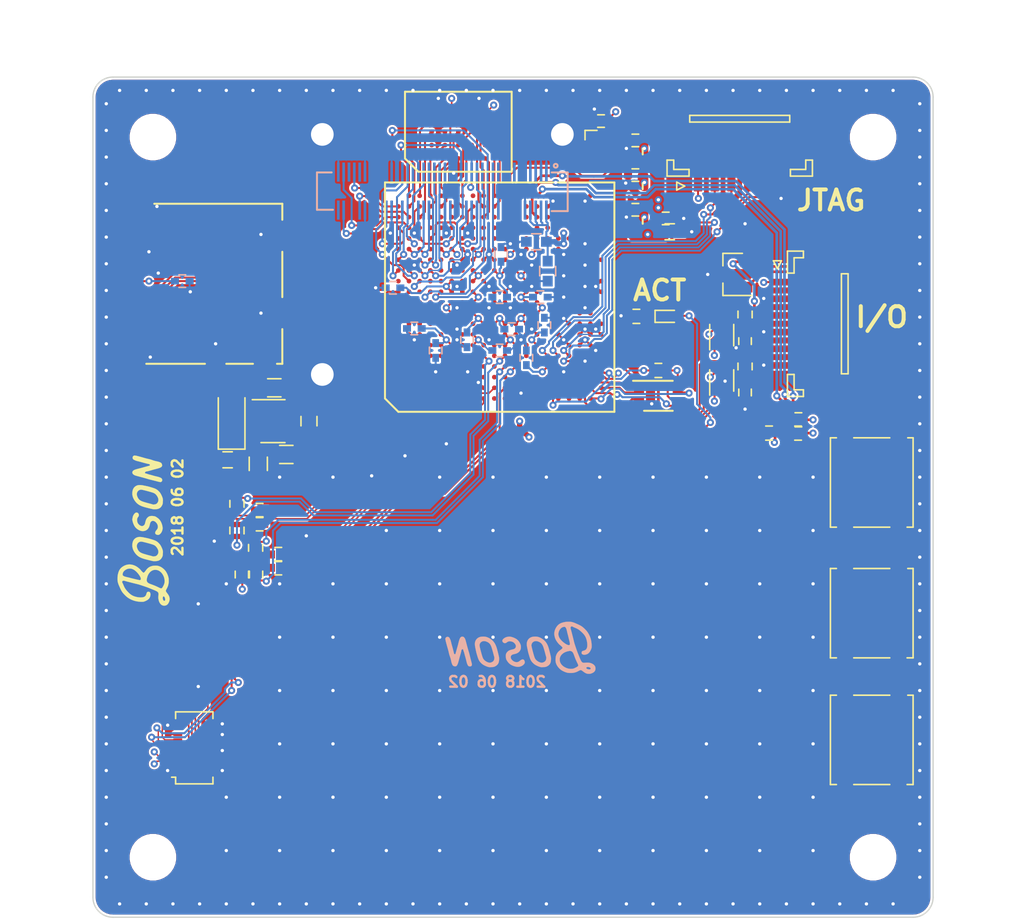
<source format=kicad_pcb>
(kicad_pcb (version 20171130) (host pcbnew "(5.0.0-rc2-dev-321-g78161b592)")
  (title_block (date "sam. 04 avril 2015"))
  (layers (0 F.Cu signal) (1 In1.Cu signal) (2 In2.Cu signal) (31 B.Cu signal) (34 B.Paste user) (35 F.Paste user) (36 B.SilkS user) (37 F.SilkS user) (38 B.Mask user) (39 F.Mask user) (44 Edge.Cuts user))
  (net 0 "")
  (net 1 GND)
  (net 2 +3V3)
  (net 3 "Net-(U3-PadH3)")
  (net 4 "Net-(U3-PadF4)")
  (net 5 HYPERBUS_RESET#)
  (net 6 HYPERBUS_DQ1)
  (net 7 HYPERBUS_DQ2)
  (net 8 HYPERBUS_DQ6)
  (net 9 HYPERBUS_DQ7)
  (net 10 HYPERBUS_RWDS)
  (net 11 HYPERBUS_CS#)
  (net 12 HYPERBUS_DQ0)
  (net 13 HYPERBUS_DQ3)
  (net 14 HYPERBUS_DQ4)
  (net 15 HYPERBUS_CK)
  (net 16 HYPERBUS_CK#)
  (net 17 HYPERBUS_DQ5)
  (net 18 +1V8)
  (net 19 FPGA_CDONE)
  (net 20 "Net-(U4-PadB5)")
  (net 21 "Net-(U4-PadC5)")
  (net 22 "Net-(U5-Pad80)")
  (net 23 BOSON_DATA_EN)
  (net 24 BOSON_DATA0)
  (net 25 "Net-(U5-Pad75)")
  (net 26 BOSON_HSYNC)
  (net 27 "Net-(U5-Pad71)")
  (net 28 BOSON_DATA1)
  (net 29 BOSON_DATA3)
  (net 30 BOSON_CK)
  (net 31 BOSON_VSYNC)
  (net 32 BOSON_DATA2)
  (net 33 BOSON_DATA11)
  (net 34 BOSON_DATA12)
  (net 35 BOSON_DATA9)
  (net 36 BOSON_DATA10)
  (net 37 BOSON_TXD)
  (net 38 BOSON_DATA13)
  (net 39 BOSON_DATA15)
  (net 40 BOSON_RXD)
  (net 41 BOSON_DATA6)
  (net 42 BOSON_DATA7)
  (net 43 BOSON_DATA5)
  (net 44 BOSON_DATA4)
  (net 45 BOSON_DATA8)
  (net 46 BOSON_DATA14)
  (net 47 BOSON_EXTSYNC)
  (net 48 BOSON_RESET)
  (net 49 "Net-(U3-PadG3)")
  (net 50 SPI_CONFIG_SS)
  (net 51 SPI_CONFIG_SCK)
  (net 52 SPI_CONFIG_MISO)
  (net 53 SPI_CONFIG_MOSI)
  (net 54 "Net-(U3-PadD6)")
  (net 55 SD_CMD)
  (net 56 SD_CK)
  (net 57 SD_DAT2)
  (net 58 SD_DAT1)
  (net 59 SD_DAT0)
  (net 60 SD_CD)
  (net 61 SD_DAT3)
  (net 62 +2V5)
  (net 63 QSPI_D2)
  (net 64 QSPI_D3)
  (net 65 FPGA_RESET)
  (net 66 IO_B_INTERNAL)
  (net 67 LED_A)
  (net 68 IO_A_INTERNAL)
  (net 69 IO_B_DIR)
  (net 70 IO_A_DIR)
  (net 71 16MHZ_IN)
  (net 72 "Net-(C1-Pad1)")
  (net 73 "Net-(C2-Pad1)")
  (net 74 "Net-(D1-Pad1)")
  (net 75 IO_A)
  (net 76 IO_B)
  (net 77 "Net-(U3-PadH4)")
  (net 78 "Net-(U3-PadJ3)")
  (net 79 "Net-(U3-PadH2)")
  (net 80 "Net-(U3-PadD3)")
  (net 81 "Net-(U3-PadL3)")
  (net 82 "Net-(U3-PadC4)")
  (net 83 "Net-(U3-PadC6)")
  (net 84 "Net-(U3-PadC7)")
  (net 85 "Net-(U3-PadC8)")
  (net 86 "Net-(U3-PadC10)")
  (net 87 "Net-(U3-PadC11)")
  (net 88 "Net-(U3-PadA12)")
  (net 89 "Net-(U3-PadD15)")
  (net 90 "Net-(U3-PadF16)")
  (net 91 "Net-(U3-PadG16)")
  (net 92 "Net-(U3-PadH16)")
  (net 93 "Net-(U3-PadJ16)")
  (net 94 "Net-(U3-PadL16)")
  (net 95 "Net-(U3-PadN16)")
  (net 96 "Net-(U3-PadR16)")
  (net 97 "Net-(U3-PadC17)")
  (net 98 "Net-(U3-PadD17)")
  (net 99 "Net-(U3-PadH17)")
  (net 100 "Net-(U3-PadJ17)")
  (net 101 "Net-(U3-PadM17)")
  (net 102 "Net-(U3-PadN17)")
  (net 103 "Net-(U3-PadR17)")
  (net 104 "Net-(U3-PadT17)")
  (net 105 "Net-(U3-PadD18)")
  (net 106 "Net-(U3-PadM18)")
  (net 107 +1V1)
  (net 108 JTAG_TDI)
  (net 109 JTAG_TCK)
  (net 110 JTAG_TMS)
  (net 111 JTAG_TDO)
  (net 112 "Net-(U3-PadV3)")
  (net 113 "Net-(U3-PadD1)")
  (net 114 "Net-(U3-PadE1)")
  (net 115 "Net-(U3-PadH1)")
  (net 116 "Net-(U3-PadR1)")
  (net 117 "Net-(U3-PadT1)")
  (net 118 "Net-(U3-PadU1)")
  (net 119 "Net-(U3-PadV1)")
  (net 120 "Net-(U3-PadE2)")
  (net 121 "Net-(U3-PadF2)")
  (net 122 "Net-(U3-PadN2)")
  (net 123 "Net-(U3-PadU2)")
  (net 124 "Net-(U3-PadE3)")
  (net 125 "Net-(U3-PadF3)")
  (net 126 "Net-(U3-PadK3)")
  (net 127 "Net-(U3-PadR3)")
  (net 128 "Net-(U3-PadT3)")
  (net 129 "Net-(U3-PadE4)")
  (net 130 "Net-(U3-PadJ4)")
  (net 131 "Net-(U3-PadN4)")
  (net 132 "Net-(U3-PadP4)")
  (net 133 "Net-(U3-PadC5)")
  (net 134 "Net-(U3-PadD5)")
  (net 135 "Net-(U3-PadE5)")
  (net 136 "Net-(U3-PadF5)")
  (net 137 "Net-(U3-PadG5)")
  (net 138 "Net-(U3-PadH5)")
  (net 139 "Net-(U3-PadK5)")
  (net 140 "Net-(U3-PadA6)")
  (net 141 "Net-(U3-PadB6)")
  (net 142 "Net-(U3-PadE6)")
  (net 143 "Net-(U3-PadD7)")
  (net 144 "Net-(U3-PadE7)")
  (net 145 "Net-(U3-PadB8)")
  (net 146 "Net-(U3-PadD8)")
  (net 147 "Net-(U3-PadE8)")
  (net 148 "Net-(U3-PadD9)")
  (net 149 "Net-(U3-PadE9)")
  (net 150 "Net-(U3-PadB10)")
  (net 151 "Net-(U3-PadD12)")
  (net 152 "Net-(U3-PadE12)")
  (net 153 "Net-(U3-PadE13)")
  (net 154 "Net-(U3-PadE14)")
  (net 155 "Net-(U3-PadA16)")
  (net 156 "Net-(U3-PadE16)")
  (net 157 "Net-(U3-PadP16)")
  (net 158 "Net-(U3-PadU16)")
  (net 159 "Net-(U3-PadE17)")
  (net 160 "Net-(U3-PadF17)")
  (net 161 "Net-(U3-PadL17)")
  (net 162 "Net-(U3-PadP17)")
  (net 163 "Net-(U3-PadU17)")
  (net 164 "Net-(U3-PadE18)")
  (net 165 "Net-(U3-PadF18)")
  (net 166 "Net-(U3-PadG18)")
  (net 167 "Net-(U3-PadH18)")
  (net 168 "Net-(U3-PadK18)")
  (net 169 "Net-(U3-PadL18)")
  (net 170 "Net-(U3-PadN18)")
  (net 171 "Net-(U3-PadR18)")
  (net 172 "Net-(U3-PadT18)")
  (net 173 "Net-(U3-PadU18)")
  (net 174 "Net-(U3-PadF19)")
  (net 175 "Net-(U3-PadM19)")
  (net 176 "Net-(U3-PadN19)")
  (net 177 "Net-(U3-PadP19)")
  (net 178 "Net-(U3-PadT19)")
  (net 179 "Net-(U3-PadU19)")
  (net 180 "Net-(U3-PadE20)")
  (net 181 "Net-(U3-PadH20)")
  (net 182 "Net-(U3-PadL20)")
  (net 183 "Net-(U3-PadM20)")
  (net 184 "Net-(U3-PadR20)")
  (net 185 "Net-(U3-PadT20)")
  (net 186 "Net-(U3-PadU20)")
  (net 187 "Net-(U3-PadG1)")
  (net 188 "Net-(U3-PadK1)")
  (net 189 "Net-(U3-PadM3)")
  (net 190 "Net-(U3-PadN3)")
  (net 191 "Net-(U3-PadK4)")
  (net 192 "Net-(U3-PadN5)")
  (net 193 "Net-(U3-PadP5)")
  (net 194 "Net-(C23-Pad1)")
  (net 195 "Net-(D3-Pad2)")
  (net 196 DATAP)
  (net 197 DATAN)
  (net 198 DATAP_BIAS)
  (net 199 DATAN_BIAS)
  (net 200 CLKP)
  (net 201 CLKN)
  (net 202 CLKP_BIAS)
  (net 203 CLKN_BIAS)
  (net 204 "Net-(U3-PadC1)")
  (net 205 "Net-(U3-PadA2)")
  (net 206 "Net-(U3-PadB2)")
  (net 207 "Net-(U3-PadC2)")
  (net 208 "Net-(U3-PadD2)")
  (net 209 LCD_SYNC)
  (net 210 LCD_RESET)
  (net 211 "Net-(U3-PadA3)")
  (net 212 "Net-(U3-PadB3)")
  (net 213 "Net-(U3-PadC3)")
  (net 214 "Net-(U3-PadA4)")
  (net 215 "Net-(U3-PadB4)")
  (net 216 "Net-(U3-PadA5)")
  (net 217 "Net-(U3-PadB5)")
  (net 218 LCD_LED)
  (net 219 /sheetOLED/D_N)
  (net 220 /sheetOLED/D_P)
  (net 221 /sheetOLED/CLK_N)
  (net 222 /sheetOLED/CLK_P)
  (net 223 "Net-(R5-Pad2)")
  (net 224 LCD_LED_EN)
  (net 225 BUTTON_A)
  (net 226 BUTTON_B)
  (net 227 BUTTON_C)
  (module lcd_outline (layer F.Cu) (at 188.9 130.2 270)
    (fp_text reference REF** (at 0 0.5 270) (layer F.SilkS) (effects (font (size 0 0))))
    (fp_text value lcd_outline)
  )
  (module Molex_SlimStack-502430-1410_2x07_P0.4mm_Vertical (layer F.Cu) (at 160.6 136.8 90)
    (fp_text reference J5 (at 0 -2.39 90) (layer F.SilkS) (effects (font (size 0 0))))
    (fp_text value SlimStack_12P)
    (pad 12 smd rect (at 1 -1.235 90) (size 0.22 0.66) (layers F.Cu F.Paste F.Mask) (net 1 GND))
    (pad 10 smd rect (at 0.6 -1.235 90) (size 0.22 0.66) (layers F.Cu F.Paste F.Mask) (net 218 LCD_LED))
    (pad 8 smd rect (at 0.2 -1.235 90) (size 0.22 0.66) (layers F.Cu F.Paste F.Mask) (net 210 LCD_RESET))
    (pad 6 smd rect (at -0.2 -1.235 90) (size 0.22 0.66) (layers F.Cu F.Paste F.Mask) (net 209 LCD_SYNC))
    (pad 4 smd rect (at -0.6 -1.235 90) (size 0.22 0.66) (layers F.Cu F.Paste F.Mask) (net 18 +1V8))
    (pad 2 smd rect (at -1 -1.235 90) (size 0.22 0.66) (layers F.Cu F.Paste F.Mask) (net 2 +3V3))
    (pad 11 smd rect (at 1 1.235 90) (size 0.22 0.66) (layers F.Cu F.Paste F.Mask) (net 1 GND))
    (pad 9 smd rect (at 0.6 1.235 90) (size 0.22 0.66) (layers F.Cu F.Paste F.Mask) (net 219 /sheetOLED/D_N))
    (pad 7 smd rect (at 0.2 1.235 90) (size 0.22 0.66) (layers F.Cu F.Paste F.Mask) (net 220 /sheetOLED/D_P))
    (pad 5 smd rect (at -0.2 1.235 90) (size 0.22 0.66) (layers F.Cu F.Paste F.Mask) (net 1 GND))
    (pad 3 smd rect (at -0.6 1.235 90) (size 0.22 0.66) (layers F.Cu F.Paste F.Mask) (net 221 /sheetOLED/CLK_N))
    (pad 1 smd rect (at -1 1.235 90) (size 0.22 0.66) (layers F.Cu F.Paste F.Mask) (net 222 /sheetOLED/CLK_P))
    (pad 13 smd rect (at -1.74 1.195 90) (size 0.5 0.47) (layers F.Cu F.Paste F.Mask) (net 1 GND))
    (pad 13 smd rect (at -1.74 -1.195 90) (size 0.5 0.47) (layers F.Cu F.Paste F.Mask) (net 1 GND))
    (pad 13 smd rect (at 1.74 -1.195 90) (size 0.5 0.47) (layers F.Cu F.Paste F.Mask) (net 1 GND))
    (pad 13 smd rect (at 1.74 1.195 90) (size 0.5 0.47) (layers F.Cu F.Paste F.Mask) (net 1 GND))
  )
  (module TO_SOT_Packages_SMD:SOT-23 (layer F.Cu) (at 201 101.3 180)
    (fp_text reference D2 (at 0 -2.5 180) (layer F.SilkS) (effects (font (size 0 0))))
    (fp_text value D_TVS_x2_AAC)
    (pad 3 smd rect (at 1 0 180) (size 0.9 0.8) (layers F.Cu F.Paste F.Mask) (net 1 GND))
    (pad 2 smd rect (at -1 0.95 180) (size 0.9 0.8) (layers F.Cu F.Paste F.Mask) (net 75 IO_A))
    (pad 1 smd rect (at -1 -0.95 180) (size 0.9 0.8) (layers F.Cu F.Paste F.Mask) (net 76 IO_B))
  )
  (module Mounting_Holes:MountingHole_3.2mm_M3 (layer F.Cu) (at 211.5 91)
    (fp_text reference REF** hide)
    (fp_text value MountingHole_3.2mm_M3 hide)
    (pad 1 np_thru_hole circle (at 0 0) (size 3.2 3.2) (drill 3.2) (layers *.Cu *.Mask))
  )
  (module Mounting_Holes:MountingHole_3.2mm_M3 (layer F.Cu) (at 157.5 91)
    (fp_text reference REF** hide)
    (fp_text value MountingHole_3.2mm_M3 hide)
    (pad 1 np_thru_hole circle (at 0 0) (size 3.2 3.2) (drill 3.2) (layers *.Cu *.Mask))
  )
  (module Mounting_Holes:MountingHole_3.2mm_M3 (layer F.Cu) (at 157.5 145)
    (fp_text reference REF** hide)
    (fp_text value MountingHole_3.2mm_M3 hide)
    (pad 1 np_thru_hole circle (at 0 0) (size 3.2 3.2) (drill 3.2) (layers *.Cu *.Mask))
  )
  (module LOGO (layer B.Cu) (at 176.2 129.75 180)
    (fp_text reference G*** hide)
    (fp_text value LOGO hide)
  )
  (module bosonFrameGrabber:csBGA_132 (layer F.Cu) (at 183.5 103 90)
    (fp_text reference U3 (at 0 -13.3 90) (layer F.SilkS) (effects (font (size 0 0))))
    (fp_text value ECP5U25)
    (pad B1 smd circle (at -7.6 -6.8 180) (size 0.35 0.35) (layers F.Cu F.Paste F.Mask) (net 224 LCD_LED_EN))
    (pad C1 smd circle (at -7.6 -6 180) (size 0.35 0.35) (layers F.Cu F.Paste F.Mask) (net 204 "Net-(U3-PadC1)"))
    (pad D1 smd circle (at -7.6 -5.2 180) (size 0.35 0.35) (layers F.Cu F.Paste F.Mask) (net 113 "Net-(U3-PadD1)"))
    (pad E1 smd circle (at -7.6 -4.4 180) (size 0.35 0.35) (layers F.Cu F.Paste F.Mask) (net 114 "Net-(U3-PadE1)"))
    (pad F1 smd circle (at -7.6 -3.6 180) (size 0.35 0.35) (layers F.Cu F.Paste F.Mask) (net 201 CLKN))
    (pad G1 smd circle (at -7.6 -2.8 180) (size 0.35 0.35) (layers F.Cu F.Paste F.Mask) (net 187 "Net-(U3-PadG1)"))
    (pad H1 smd circle (at -7.6 -2 180) (size 0.35 0.35) (layers F.Cu F.Paste F.Mask) (net 115 "Net-(U3-PadH1)"))
    (pad J1 smd circle (at -7.6 -1.2 180) (size 0.35 0.35) (layers F.Cu F.Paste F.Mask) (net 197 DATAN))
    (pad K1 smd circle (at -7.6 -0.4 180) (size 0.35 0.35) (layers F.Cu F.Paste F.Mask) (net 188 "Net-(U3-PadK1)"))
    (pad L1 smd circle (at -7.6 0.4 180) (size 0.35 0.35) (layers F.Cu F.Paste F.Mask) (net 210 LCD_RESET))
    (pad M1 smd circle (at -7.6 1.2 180) (size 0.35 0.35) (layers F.Cu F.Paste F.Mask) (net 67 LED_A))
    (pad N1 smd circle (at -7.6 2 180) (size 0.35 0.35) (layers F.Cu F.Paste F.Mask) (net 68 IO_A_INTERNAL))
    (pad P1 smd circle (at -7.6 2.8 180) (size 0.35 0.35) (layers F.Cu F.Paste F.Mask) (net 66 IO_B_INTERNAL))
    (pad R1 smd circle (at -7.6 3.6 180) (size 0.35 0.35) (layers F.Cu F.Paste F.Mask) (net 116 "Net-(U3-PadR1)"))
    (pad T1 smd circle (at -7.6 4.4 180) (size 0.35 0.35) (layers F.Cu F.Paste F.Mask) (net 117 "Net-(U3-PadT1)"))
    (pad U1 smd circle (at -7.6 5.2 180) (size 0.35 0.35) (layers F.Cu F.Paste F.Mask) (net 118 "Net-(U3-PadU1)"))
    (pad V1 smd circle (at -7.6 6 180) (size 0.35 0.35) (layers F.Cu F.Paste F.Mask) (net 119 "Net-(U3-PadV1)"))
    (pad W1 smd circle (at -7.6 6.8 180) (size 0.35 0.35) (layers F.Cu F.Paste F.Mask) (net 64 QSPI_D3))
    (pad A2 smd circle (at -6.8 -7.6 180) (size 0.35 0.35) (layers F.Cu F.Paste F.Mask) (net 205 "Net-(U3-PadA2)"))
    (pad B2 smd circle (at -6.8 -6.8 180) (size 0.35 0.35) (layers F.Cu F.Paste F.Mask) (net 206 "Net-(U3-PadB2)"))
    (pad C2 smd circle (at -6.8 -6 180) (size 0.35 0.35) (layers F.Cu F.Paste F.Mask) (net 207 "Net-(U3-PadC2)"))
    (pad D2 smd circle (at -6.8 -5.2 180) (size 0.35 0.35) (layers F.Cu F.Paste F.Mask) (net 208 "Net-(U3-PadD2)"))
    (pad E2 smd circle (at -6.8 -4.4 180) (size 0.35 0.35) (layers F.Cu F.Paste F.Mask) (net 120 "Net-(U3-PadE2)"))
    (pad F2 smd circle (at -6.8 -3.6 180) (size 0.35 0.35) (layers F.Cu F.Paste F.Mask) (net 121 "Net-(U3-PadF2)"))
    (pad G2 smd circle (at -6.8 -2.8 180) (size 0.35 0.35) (layers F.Cu F.Paste F.Mask) (net 200 CLKP))
    (pad H2 smd circle (at -6.8 -2 180) (size 0.35 0.35) (layers F.Cu F.Paste F.Mask) (net 79 "Net-(U3-PadH2)"))
    (pad J2 smd circle (at -6.8 -1.2 180) (size 0.35 0.35) (layers F.Cu F.Paste F.Mask) (net 1 GND))
    (pad K2 smd circle (at -6.8 -0.4 180) (size 0.35 0.35) (layers F.Cu F.Paste F.Mask) (net 196 DATAP))
    (pad L2 smd circle (at -6.8 0.4 180) (size 0.35 0.35) (layers F.Cu F.Paste F.Mask) (net 209 LCD_SYNC))
    (pad M2 smd circle (at -6.8 1.2 180) (size 0.35 0.35) (layers F.Cu F.Paste F.Mask) (net 1 GND))
    (pad N2 smd circle (at -6.8 2 180) (size 0.35 0.35) (layers F.Cu F.Paste F.Mask) (net 122 "Net-(U3-PadN2)"))
    (pad P2 smd circle (at -6.8 2.8 180) (size 0.35 0.35) (layers F.Cu F.Paste F.Mask) (net 70 IO_A_DIR))
    (pad R2 smd circle (at -6.8 3.6 180) (size 0.35 0.35) (layers F.Cu F.Paste F.Mask) (net 65 FPGA_RESET))
    (pad T2 smd circle (at -6.8 4.4 180) (size 0.35 0.35) (layers F.Cu F.Paste F.Mask) (net 50 SPI_CONFIG_SS))
    (pad U2 smd circle (at -6.8 5.2 180) (size 0.35 0.35) (layers F.Cu F.Paste F.Mask) (net 123 "Net-(U3-PadU2)"))
    (pad V2 smd circle (at -6.8 6 180) (size 0.35 0.35) (layers F.Cu F.Paste F.Mask) (net 63 QSPI_D2))
    (pad W2 smd circle (at -6.8 6.8 180) (size 0.35 0.35) (layers F.Cu F.Paste F.Mask) (net 53 SPI_CONFIG_MOSI))
    (pad Y2 smd circle (at -6.8 7.6 180) (size 0.35 0.35) (layers F.Cu F.Paste F.Mask) (net 52 SPI_CONFIG_MISO))
    (pad A3 smd circle (at -6 -7.6 180) (size 0.35 0.35) (layers F.Cu F.Paste F.Mask) (net 211 "Net-(U3-PadA3)"))
    (pad B3 smd circle (at -6 -6.8 180) (size 0.35 0.35) (layers F.Cu F.Paste F.Mask) (net 212 "Net-(U3-PadB3)"))
    (pad C3 smd circle (at -6 -6 180) (size 0.35 0.35) (layers F.Cu F.Paste F.Mask) (net 213 "Net-(U3-PadC3)"))
    (pad D3 smd circle (at -6 -5.2 180) (size 0.35 0.35) (layers F.Cu F.Paste F.Mask) (net 80 "Net-(U3-PadD3)"))
    (pad E3 smd circle (at -6 -4.4 180) (size 0.35 0.35) (layers F.Cu F.Paste F.Mask) (net 124 "Net-(U3-PadE3)"))
    (pad F3 smd circle (at -6 -3.6 180) (size 0.35 0.35) (layers F.Cu F.Paste F.Mask) (net 125 "Net-(U3-PadF3)"))
    (pad G3 smd circle (at -6 -2.8 180) (size 0.35 0.35) (layers F.Cu F.Paste F.Mask) (net 49 "Net-(U3-PadG3)"))
    (pad H3 smd circle (at -6 -2 180) (size 0.35 0.35) (layers F.Cu F.Paste F.Mask) (net 3 "Net-(U3-PadH3)"))
    (pad J3 smd circle (at -6 -1.2 180) (size 0.35 0.35) (layers F.Cu F.Paste F.Mask) (net 78 "Net-(U3-PadJ3)"))
    (pad K3 smd circle (at -6 -0.4 180) (size 0.35 0.35) (layers F.Cu F.Paste F.Mask) (net 126 "Net-(U3-PadK3)"))
    (pad L3 smd circle (at -6 0.4 180) (size 0.35 0.35) (layers F.Cu F.Paste F.Mask) (net 81 "Net-(U3-PadL3)"))
    (pad M3 smd circle (at -6 1.2 180) (size 0.35 0.35) (layers F.Cu F.Paste F.Mask) (net 189 "Net-(U3-PadM3)"))
    (pad N3 smd circle (at -6 2 180) (size 0.35 0.35) (layers F.Cu F.Paste F.Mask) (net 190 "Net-(U3-PadN3)"))
    (pad P3 smd circle (at -6 2.8 180) (size 0.35 0.35) (layers F.Cu F.Paste F.Mask) (net 69 IO_B_DIR))
    (pad R3 smd circle (at -6 3.6 180) (size 0.35 0.35) (layers F.Cu F.Paste F.Mask) (net 127 "Net-(U3-PadR3)"))
    (pad T3 smd circle (at -6 4.4 180) (size 0.35 0.35) (layers F.Cu F.Paste F.Mask) (net 128 "Net-(U3-PadT3)"))
    (pad U3 smd circle (at -6 5.2 180) (size 0.35 0.35) (layers F.Cu F.Paste F.Mask) (net 51 SPI_CONFIG_SCK))
    (pad V3 smd circle (at -6 6 180) (size 0.35 0.35) (layers F.Cu F.Paste F.Mask) (net 112 "Net-(U3-PadV3)"))
    (pad W3 smd circle (at -6 6.8 180) (size 0.35 0.35) (layers F.Cu F.Paste F.Mask) (net 65 FPGA_RESET))
    (pad Y3 smd circle (at -6 7.6 180) (size 0.35 0.35) (layers F.Cu F.Paste F.Mask) (net 19 FPGA_CDONE))
    (pad A4 smd circle (at -5.2 -7.6 180) (size 0.35 0.35) (layers F.Cu F.Paste F.Mask) (net 214 "Net-(U3-PadA4)"))
    (pad B4 smd circle (at -5.2 -6.8 180) (size 0.35 0.35) (layers F.Cu F.Paste F.Mask) (net 215 "Net-(U3-PadB4)"))
    (pad C4 smd circle (at -5.2 -6 180) (size 0.35 0.35) (layers F.Cu F.Paste F.Mask) (net 82 "Net-(U3-PadC4)"))
    (pad D4 smd circle (at -5.2 -5.2 180) (size 0.35 0.35) (layers F.Cu F.Paste F.Mask) (net 1 GND))
    (pad E4 smd circle (at -5.2 -4.4 180) (size 0.35 0.35) (layers F.Cu F.Paste F.Mask) (net 129 "Net-(U3-PadE4)"))
    (pad F4 smd circle (at -5.2 -3.6 180) (size 0.35 0.35) (layers F.Cu F.Paste F.Mask) (net 4 "Net-(U3-PadF4)"))
    (pad G4 smd circle (at -5.2 -2.8 180) (size 0.35 0.35) (layers F.Cu F.Paste F.Mask) (net 1 GND))
    (pad H4 smd circle (at -5.2 -2 180) (size 0.35 0.35) (layers F.Cu F.Paste F.Mask) (net 77 "Net-(U3-PadH4)"))
    (pad J4 smd circle (at -5.2 -1.2 180) (size 0.35 0.35) (layers F.Cu F.Paste F.Mask) (net 130 "Net-(U3-PadJ4)"))
    (pad K4 smd circle (at -5.2 -0.4 180) (size 0.35 0.35) (layers F.Cu F.Paste F.Mask) (net 191 "Net-(U3-PadK4)"))
    (pad L4 smd circle (at -5.2 0.4 180) (size 0.35 0.35) (layers F.Cu F.Paste F.Mask) (net 198 DATAP_BIAS))
    (pad M4 smd circle (at -5.2 1.2 180) (size 0.35 0.35) (layers F.Cu F.Paste F.Mask) (net 199 DATAN_BIAS))
    (pad N4 smd circle (at -5.2 2 180) (size 0.35 0.35) (layers F.Cu F.Paste F.Mask) (net 131 "Net-(U3-PadN4)"))
    (pad P4 smd circle (at -5.2 2.8 180) (size 0.35 0.35) (layers F.Cu F.Paste F.Mask) (net 132 "Net-(U3-PadP4)"))
    (pad R4 smd circle (at -5.2 3.6 180) (size 0.35 0.35) (layers F.Cu F.Paste F.Mask) (net 2 +3V3))
    (pad T4 smd circle (at -5.2 4.4 180) (size 0.35 0.35) (layers F.Cu F.Paste F.Mask) (net 1 GND))
    (pad U4 smd circle (at -5.2 5.2 180) (size 0.35 0.35) (layers F.Cu F.Paste F.Mask) (net 1 GND))
    (pad V4 smd circle (at -5.2 6 180) (size 0.35 0.35) (layers F.Cu F.Paste F.Mask) (net 111 JTAG_TDO))
    (pad W4 smd circle (at -5.2 6.8 180) (size 0.35 0.35) (layers F.Cu F.Paste F.Mask))
    (pad A5 smd circle (at -4.4 -7.6 180) (size 0.35 0.35) (layers F.Cu F.Paste F.Mask) (net 216 "Net-(U3-PadA5)"))
    (pad B5 smd circle (at -4.4 -6.8 180) (size 0.35 0.35) (layers F.Cu F.Paste F.Mask) (net 217 "Net-(U3-PadB5)"))
    (pad C5 smd circle (at -4.4 -6 180) (size 0.35 0.35) (layers F.Cu F.Paste F.Mask) (net 133 "Net-(U3-PadC5)"))
    (pad D5 smd circle (at -4.4 -5.2 180) (size 0.35 0.35) (layers F.Cu F.Paste F.Mask) (net 134 "Net-(U3-PadD5)"))
    (pad E5 smd circle (at -4.4 -4.4 180) (size 0.35 0.35) (layers F.Cu F.Paste F.Mask) (net 135 "Net-(U3-PadE5)"))
    (pad F5 smd circle (at -4.4 -3.6 180) (size 0.35 0.35) (layers F.Cu F.Paste F.Mask) (net 136 "Net-(U3-PadF5)"))
    (pad G5 smd circle (at -4.4 -2.8 180) (size 0.35 0.35) (layers F.Cu F.Paste F.Mask) (net 137 "Net-(U3-PadG5)"))
    (pad H5 smd circle (at -4.4 -2 180) (size 0.35 0.35) (layers F.Cu F.Paste F.Mask) (net 138 "Net-(U3-PadH5)"))
    (pad J5 smd circle (at -4.4 -1.2 180) (size 0.35 0.35) (layers F.Cu F.Paste F.Mask) (net 202 CLKP_BIAS))
    (pad K5 smd circle (at -4.4 -0.4 180) (size 0.35 0.35) (layers F.Cu F.Paste F.Mask) (net 139 "Net-(U3-PadK5)"))
    (pad L5 smd circle (at -4.4 0.4 180) (size 0.35 0.35) (layers F.Cu F.Paste F.Mask) (net 203 CLKN_BIAS))
    (pad M5 smd circle (at -4.4 1.2 180) (size 0.35 0.35) (layers F.Cu F.Paste F.Mask))
    (pad N5 smd circle (at -4.4 2 180) (size 0.35 0.35) (layers F.Cu F.Paste F.Mask) (net 192 "Net-(U3-PadN5)"))
    (pad P5 smd circle (at -4.4 2.8 180) (size 0.35 0.35) (layers F.Cu F.Paste F.Mask) (net 193 "Net-(U3-PadP5)"))
    (pad R5 smd circle (at -4.4 3.6 180) (size 0.35 0.35) (layers F.Cu F.Paste F.Mask) (net 108 JTAG_TDI))
    (pad T5 smd circle (at -4.4 4.4 180) (size 0.35 0.35) (layers F.Cu F.Paste F.Mask) (net 109 JTAG_TCK))
    (pad U5 smd circle (at -4.4 5.2 180) (size 0.35 0.35) (layers F.Cu F.Paste F.Mask) (net 110 JTAG_TMS))
    (pad V5 smd circle (at -4.4 6 180) (size 0.35 0.35) (layers F.Cu F.Paste F.Mask) (net 1 GND))
    (pad W5 smd circle (at -4.4 6.8 180) (size 0.35 0.35) (layers F.Cu F.Paste F.Mask))
    (pad Y5 smd circle (at -4.4 7.6 180) (size 0.35 0.35) (layers F.Cu F.Paste F.Mask) (net 1 GND))
    (pad A6 smd circle (at -3.6 -7.6 180) (size 0.35 0.35) (layers F.Cu F.Paste F.Mask) (net 140 "Net-(U3-PadA6)"))
    (pad B6 smd circle (at -3.6 -6.8 180) (size 0.35 0.35) (layers F.Cu F.Paste F.Mask) (net 141 "Net-(U3-PadB6)"))
    (pad C6 smd circle (at -3.6 -6 180) (size 0.35 0.35) (layers F.Cu F.Paste F.Mask) (net 83 "Net-(U3-PadC6)"))
    (pad D6 smd circle (at -3.6 -5.2 180) (size 0.35 0.35) (layers F.Cu F.Paste F.Mask) (net 54 "Net-(U3-PadD6)"))
    (pad E6 smd circle (at -3.6 -4.4 180) (size 0.35 0.35) (layers F.Cu F.Paste F.Mask) (net 142 "Net-(U3-PadE6)"))
    (pad F6 smd circle (at -3.6 -3.6 180) (size 0.35 0.35) (layers F.Cu F.Paste F.Mask) (net 62 +2V5))
    (pad G6 smd circle (at -3.6 -2.8 180) (size 0.35 0.35) (layers F.Cu F.Paste F.Mask) (net 1 GND))
    (pad H6 smd circle (at -3.6 -2 180) (size 0.35 0.35) (layers F.Cu F.Paste F.Mask) (net 18 +1V8))
    (pad J6 smd circle (at -3.6 -1.2 180) (size 0.35 0.35) (layers F.Cu F.Paste F.Mask) (net 18 +1V8))
    (pad K6 smd circle (at -3.6 -0.4 180) (size 0.35 0.35) (layers F.Cu F.Paste F.Mask) (net 1 GND))
    (pad L6 smd circle (at -3.6 0.4 180) (size 0.35 0.35) (layers F.Cu F.Paste F.Mask) (net 18 +1V8))
    (pad M6 smd circle (at -3.6 1.2 180) (size 0.35 0.35) (layers F.Cu F.Paste F.Mask) (net 18 +1V8))
    (pad N6 smd circle (at -3.6 2 180) (size 0.35 0.35) (layers F.Cu F.Paste F.Mask) (net 1 GND))
    (pad P6 smd circle (at -3.6 2.8 180) (size 0.35 0.35) (layers F.Cu F.Paste F.Mask) (net 62 +2V5))
    (pad T6 smd circle (at -3.6 4.4 180) (size 0.35 0.35) (layers F.Cu F.Paste F.Mask) (net 1 GND))
    (pad U6 smd circle (at -3.6 5.2 180) (size 0.35 0.35) (layers F.Cu F.Paste F.Mask) (net 1 GND))
    (pad V6 smd circle (at -3.6 6 180) (size 0.35 0.35) (layers F.Cu F.Paste F.Mask) (net 1 GND))
    (pad W6 smd circle (at -3.6 6.8 180) (size 0.35 0.35) (layers F.Cu F.Paste F.Mask) (net 1 GND))
    (pad Y6 smd circle (at -3.6 7.6 180) (size 0.35 0.35) (layers F.Cu F.Paste F.Mask) (net 1 GND))
    (pad A7 smd circle (at -2.8 -7.6 180) (size 0.35 0.35) (layers F.Cu F.Paste F.Mask) (net 60 SD_CD))
    (pad B7 smd circle (at -2.8 -6.8 180) (size 0.35 0.35) (layers F.Cu F.Paste F.Mask) (net 1 GND))
    (pad C7 smd circle (at -2.8 -6 180) (size 0.35 0.35) (layers F.Cu F.Paste F.Mask) (net 84 "Net-(U3-PadC7)"))
    (pad D7 smd circle (at -2.8 -5.2 180) (size 0.35 0.35) (layers F.Cu F.Paste F.Mask) (net 143 "Net-(U3-PadD7)"))
    (pad E7 smd circle (at -2.8 -4.4 180) (size 0.35 0.35) (layers F.Cu F.Paste F.Mask) (net 144 "Net-(U3-PadE7)"))
    (pad F7 smd circle (at -2.8 -3.6 180) (size 0.35 0.35) (layers F.Cu F.Paste F.Mask) (net 1 GND))
    (pad G7 smd circle (at -2.8 -2.8 180) (size 0.35 0.35) (layers F.Cu F.Paste F.Mask) (net 1 GND))
    (pad H7 smd circle (at -2.8 -2 180) (size 0.35 0.35) (layers F.Cu F.Paste F.Mask) (net 18 +1V8))
    (pad J7 smd circle (at -2.8 -1.2 180) (size 0.35 0.35) (layers F.Cu F.Paste F.Mask) (net 1 GND))
    (pad K7 smd circle (at -2.8 -0.4 180) (size 0.35 0.35) (layers F.Cu F.Paste F.Mask) (net 1 GND))
    (pad L7 smd circle (at -2.8 0.4 180) (size 0.35 0.35) (layers F.Cu F.Paste F.Mask) (net 18 +1V8))
    (pad M7 smd circle (at -2.8 1.2 180) (size 0.35 0.35) (layers F.Cu F.Paste F.Mask) (net 1 GND))
    (pad N7 smd circle (at -2.8 2 180) (size 0.35 0.35) (layers F.Cu F.Paste F.Mask) (net 1 GND))
    (pad P7 smd circle (at -2.8 2.8 180) (size 0.35 0.35) (layers F.Cu F.Paste F.Mask) (net 1 GND))
    (pad T7 smd circle (at -2.8 4.4 180) (size 0.35 0.35) (layers F.Cu F.Paste F.Mask) (net 1 GND))
    (pad U7 smd circle (at -2.8 5.2 180) (size 0.35 0.35) (layers F.Cu F.Paste F.Mask) (net 1 GND))
    (pad V7 smd circle (at -2.8 6 180) (size 0.35 0.35) (layers F.Cu F.Paste F.Mask) (net 1 GND))
    (pad W7 smd circle (at -2.8 6.8 180) (size 0.35 0.35) (layers F.Cu F.Paste F.Mask) (net 1 GND))
    (pad Y7 smd circle (at -2.8 7.6 180) (size 0.35 0.35) (layers F.Cu F.Paste F.Mask) (net 1 GND))
    (pad A8 smd circle (at -2 -7.6 180) (size 0.35 0.35) (layers F.Cu F.Paste F.Mask) (net 57 SD_DAT2))
    (pad B8 smd circle (at -2 -6.8 180) (size 0.35 0.35) (layers F.Cu F.Paste F.Mask) (net 145 "Net-(U3-PadB8)"))
    (pad C8 smd circle (at -2 -6 180) (size 0.35 0.35) (layers F.Cu F.Paste F.Mask) (net 85 "Net-(U3-PadC8)"))
    (pad D8 smd circle (at -2 -5.2 180) (size 0.35 0.35) (layers F.Cu F.Paste F.Mask) (net 146 "Net-(U3-PadD8)"))
    (pad E8 smd circle (at -2 -4.4 180) (size 0.35 0.35) (layers F.Cu F.Paste F.Mask) (net 147 "Net-(U3-PadE8)"))
    (pad F8 smd circle (at -2 -3.6 180) (size 0.35 0.35) (layers F.Cu F.Paste F.Mask) (net 1 GND))
    (pad G8 smd circle (at -2 -2.8 180) (size 0.35 0.35) (layers F.Cu F.Paste F.Mask) (net 1 GND))
    (pad H8 smd circle (at -2 -2 180) (size 0.35 0.35) (layers F.Cu F.Paste F.Mask) (net 107 +1V1))
    (pad J8 smd circle (at -2 -1.2 180) (size 0.35 0.35) (layers F.Cu F.Paste F.Mask) (net 107 +1V1))
    (pad K8 smd circle (at -2 -0.4 180) (size 0.35 0.35) (layers F.Cu F.Paste F.Mask) (net 107 +1V1))
    (pad L8 smd circle (at -2 0.4 180) (size 0.35 0.35) (layers F.Cu F.Paste F.Mask) (net 107 +1V1))
    (pad M8 smd circle (at -2 1.2 180) (size 0.35 0.35) (layers F.Cu F.Paste F.Mask) (net 107 +1V1))
    (pad N8 smd circle (at -2 2 180) (size 0.35 0.35) (layers F.Cu F.Paste F.Mask) (net 107 +1V1))
    (pad P8 smd circle (at -2 2.8 180) (size 0.35 0.35) (layers F.Cu F.Paste F.Mask) (net 1 GND))
    (pad T8 smd circle (at -2 4.4 180) (size 0.35 0.35) (layers F.Cu F.Paste F.Mask) (net 1 GND))
    (pad U8 smd circle (at -2 5.2 180) (size 0.35 0.35) (layers F.Cu F.Paste F.Mask) (net 1 GND))
    (pad V8 smd circle (at -2 6 180) (size 0.35 0.35) (layers F.Cu F.Paste F.Mask) (net 1 GND))
    (pad W8 smd circle (at -2 6.8 180) (size 0.35 0.35) (layers F.Cu F.Paste F.Mask))
    (pad Y8 smd circle (at -2 7.6 180) (size 0.35 0.35) (layers F.Cu F.Paste F.Mask) (net 1 GND))
    (pad A9 smd circle (at -1.2 -7.6 180) (size 0.35 0.35) (layers F.Cu F.Paste F.Mask) (net 55 SD_CMD))
    (pad B9 smd circle (at -1.2 -6.8 180) (size 0.35 0.35) (layers F.Cu F.Paste F.Mask) (net 61 SD_DAT3))
    (pad C9 smd circle (at -1.2 -6 180) (size 0.35 0.35) (layers F.Cu F.Paste F.Mask))
    (pad D9 smd circle (at -1.2 -5.2 180) (size 0.35 0.35) (layers F.Cu F.Paste F.Mask) (net 148 "Net-(U3-PadD9)"))
    (pad E9 smd circle (at -1.2 -4.4 180) (size 0.35 0.35) (layers F.Cu F.Paste F.Mask) (net 149 "Net-(U3-PadE9)"))
    (pad F9 smd circle (at -1.2 -3.6 180) (size 0.35 0.35) (layers F.Cu F.Paste F.Mask) (net 2 +3V3))
    (pad G9 smd circle (at -1.2 -2.8 180) (size 0.35 0.35) (layers F.Cu F.Paste F.Mask) (net 1 GND))
    (pad H9 smd circle (at -1.2 -2 180) (size 0.35 0.35) (layers F.Cu F.Paste F.Mask) (net 107 +1V1))
    (pad J9 smd circle (at -1.2 -1.2 180) (size 0.35 0.35) (layers F.Cu F.Paste F.Mask) (net 1 GND))
    (pad K9 smd circle (at -1.2 -0.4 180) (size 0.35 0.35) (layers F.Cu F.Paste F.Mask) (net 1 GND))
    (pad L9 smd circle (at -1.2 0.4 180) (size 0.35 0.35) (layers F.Cu F.Paste F.Mask) (net 1 GND))
    (pad M9 smd circle (at -1.2 1.2 180) (size 0.35 0.35) (layers F.Cu F.Paste F.Mask) (net 1 GND))
    (pad N9 smd circle (at -1.2 2 180) (size 0.35 0.35) (layers F.Cu F.Paste F.Mask) (net 107 +1V1))
    (pad P9 smd circle (at -1.2 2.8 180) (size 0.35 0.35) (layers F.Cu F.Paste F.Mask) (net 2 +3V3))
    (pad T9 smd circle (at -1.2 4.4 180) (size 0.35 0.35) (layers F.Cu F.Paste F.Mask) (net 1 GND))
    (pad U9 smd circle (at -1.2 5.2 180) (size 0.35 0.35) (layers F.Cu F.Paste F.Mask) (net 1 GND))
    (pad V9 smd circle (at -1.2 6 180) (size 0.35 0.35) (layers F.Cu F.Paste F.Mask) (net 1 GND))
    (pad W9 smd circle (at -1.2 6.8 180) (size 0.35 0.35) (layers F.Cu F.Paste F.Mask))
    (pad A10 smd circle (at -0.4 -7.6 180) (size 0.35 0.35) (layers F.Cu F.Paste F.Mask) (net 56 SD_CK))
    (pad B10 smd circle (at -0.4 -6.8 180) (size 0.35 0.35) (layers F.Cu F.Paste F.Mask) (net 150 "Net-(U3-PadB10)"))
    (pad C10 smd circle (at -0.4 -6 180) (size 0.35 0.35) (layers F.Cu F.Paste F.Mask) (net 86 "Net-(U3-PadC10)"))
    (pad D10 smd circle (at -0.4 -5.2 180) (size 0.35 0.35) (layers F.Cu F.Paste F.Mask))
    (pad E10 smd circle (at -0.4 -4.4 180) (size 0.35 0.35) (layers F.Cu F.Paste F.Mask))
    (pad F10 smd circle (at -0.4 -3.6 180) (size 0.35 0.35) (layers F.Cu F.Paste F.Mask) (net 2 +3V3))
    (pad G10 smd circle (at -0.4 -2.8 180) (size 0.35 0.35) (layers F.Cu F.Paste F.Mask) (net 1 GND))
    (pad H10 smd circle (at -0.4 -2 180) (size 0.35 0.35) (layers F.Cu F.Paste F.Mask) (net 107 +1V1))
    (pad J10 smd circle (at -0.4 -1.2 180) (size 0.35 0.35) (layers F.Cu F.Paste F.Mask) (net 1 GND))
    (pad K10 smd circle (at -0.4 -0.4 180) (size 0.35 0.35) (layers F.Cu F.Paste F.Mask) (net 1 GND))
    (pad L10 smd circle (at -0.4 0.4 180) (size 0.35 0.35) (layers F.Cu F.Paste F.Mask) (net 1 GND))
    (pad M10 smd circle (at -0.4 1.2 180) (size 0.35 0.35) (layers F.Cu F.Paste F.Mask) (net 1 GND))
    (pad N10 smd circle (at -0.4 2 180) (size 0.35 0.35) (layers F.Cu F.Paste F.Mask) (net 107 +1V1))
    (pad P10 smd circle (at -0.4 2.8 180) (size 0.35 0.35) (layers F.Cu F.Paste F.Mask) (net 2 +3V3))
    (pad T10 smd circle (at -0.4 4.4 180) (size 0.35 0.35) (layers F.Cu F.Paste F.Mask) (net 1 GND))
    (pad U10 smd circle (at -0.4 5.2 180) (size 0.35 0.35) (layers F.Cu F.Paste F.Mask) (net 1 GND))
    (pad V10 smd circle (at -0.4 6 180) (size 0.35 0.35) (layers F.Cu F.Paste F.Mask) (net 1 GND))
    (pad W10 smd circle (at -0.4 6.8 180) (size 0.35 0.35) (layers F.Cu F.Paste F.Mask))
    (pad A11 smd circle (at 0.4 -7.6 180) (size 0.35 0.35) (layers F.Cu F.Paste F.Mask) (net 58 SD_DAT1))
    (pad B11 smd circle (at 0.4 -6.8 180) (size 0.35 0.35) (layers F.Cu F.Paste F.Mask) (net 59 SD_DAT0))
    (pad C11 smd circle (at 0.4 -6 180) (size 0.35 0.35) (layers F.Cu F.Paste F.Mask) (net 87 "Net-(U3-PadC11)"))
    (pad D11 smd circle (at 0.4 -5.2 180) (size 0.35 0.35) (layers F.Cu F.Paste F.Mask) (net 45 BOSON_DATA8))
    (pad E11 smd circle (at 0.4 -4.4 180) (size 0.35 0.35) (layers F.Cu F.Paste F.Mask) (net 46 BOSON_DATA14))
    (pad F11 smd circle (at 0.4 -3.6 180) (size 0.35 0.35) (layers F.Cu F.Paste F.Mask) (net 18 +1V8))
    (pad G11 smd circle (at 0.4 -2.8 180) (size 0.35 0.35) (layers F.Cu F.Paste F.Mask) (net 1 GND))
    (pad H11 smd circle (at 0.4 -2 180) (size 0.35 0.35) (layers F.Cu F.Paste F.Mask) (net 107 +1V1))
    (pad J11 smd circle (at 0.4 -1.2 180) (size 0.35 0.35) (layers F.Cu F.Paste F.Mask) (net 1 GND))
    (pad K11 smd circle (at 0.4 -0.4 180) (size 0.35 0.35) (layers F.Cu F.Paste F.Mask) (net 1 GND))
    (pad L11 smd circle (at 0.4 0.4 180) (size 0.35 0.35) (layers F.Cu F.Paste F.Mask) (net 1 GND))
    (pad M11 smd circle (at 0.4 1.2 180) (size 0.35 0.35) (layers F.Cu F.Paste F.Mask) (net 1 GND))
    (pad N11 smd circle (at 0.4 2 180) (size 0.35 0.35) (layers F.Cu F.Paste F.Mask) (net 107 +1V1))
    (pad P11 smd circle (at 0.4 2.8 180) (size 0.35 0.35) (layers F.Cu F.Paste F.Mask) (net 1 GND))
    (pad T11 smd circle (at 0.4 4.4 180) (size 0.35 0.35) (layers F.Cu F.Paste F.Mask))
    (pad U11 smd circle (at 0.4 5.2 180) (size 0.35 0.35) (layers F.Cu F.Paste F.Mask) (net 1 GND))
    (pad V11 smd circle (at 0.4 6 180) (size 0.35 0.35) (layers F.Cu F.Paste F.Mask) (net 1 GND))
    (pad W11 smd circle (at 0.4 6.8 180) (size 0.35 0.35) (layers F.Cu F.Paste F.Mask))
    (pad Y11 smd circle (at 0.4 7.6 180) (size 0.35 0.35) (layers F.Cu F.Paste F.Mask) (net 1 GND))
    (pad A12 smd circle (at 1.2 -7.6 180) (size 0.35 0.35) (layers F.Cu F.Paste F.Mask) (net 88 "Net-(U3-PadA12)"))
    (pad B12 smd circle (at 1.2 -6.8 180) (size 0.35 0.35) (layers F.Cu F.Paste F.Mask) (net 30 BOSON_CK))
    (pad C12 smd circle (at 1.2 -6 180) (size 0.35 0.35) (layers F.Cu F.Paste F.Mask) (net 44 BOSON_DATA4))
    (pad D12 smd circle (at 1.2 -5.2 180) (size 0.35 0.35) (layers F.Cu F.Paste F.Mask) (net 151 "Net-(U3-PadD12)"))
    (pad E12 smd circle (at 1.2 -4.4 180) (size 0.35 0.35) (layers F.Cu F.Paste F.Mask) (net 152 "Net-(U3-PadE12)"))
    (pad F12 smd circle (at 1.2 -3.6 180) (size 0.35 0.35) (layers F.Cu F.Paste F.Mask) (net 18 +1V8))
    (pad G12 smd circle (at 1.2 -2.8 180) (size 0.35 0.35) (layers F.Cu F.Paste F.Mask) (net 1 GND))
    (pad H12 smd circle (at 1.2 -2 180) (size 0.35 0.35) (layers F.Cu F.Paste F.Mask) (net 107 +1V1))
    (pad J12 smd circle (at 1.2 -1.2 180) (size 0.35 0.35) (layers F.Cu F.Paste F.Mask) (net 1 GND))
    (pad K12 smd circle (at 1.2 -0.4 180) (size 0.35 0.35) (layers F.Cu F.Paste F.Mask) (net 1 GND))
    (pad L12 smd circle (at 1.2 0.4 180) (size 0.35 0.35) (layers F.Cu F.Paste F.Mask) (net 1 GND))
    (pad M12 smd circle (at 1.2 1.2 180) (size 0.35 0.35) (layers F.Cu F.Paste F.Mask) (net 1 GND))
    (pad N12 smd circle (at 1.2 2 180) (size 0.35 0.35) (layers F.Cu F.Paste F.Mask) (net 107 +1V1))
    (pad P12 smd circle (at 1.2 2.8 180) (size 0.35 0.35) (layers F.Cu F.Paste F.Mask) (net 1 GND))
    (pad T12 smd circle (at 1.2 4.4 180) (size 0.35 0.35) (layers F.Cu F.Paste F.Mask))
    (pad U12 smd circle (at 1.2 5.2 180) (size 0.35 0.35) (layers F.Cu F.Paste F.Mask) (net 1 GND))
    (pad V12 smd circle (at 1.2 6 180) (size 0.35 0.35) (layers F.Cu F.Paste F.Mask) (net 1 GND))
    (pad W12 smd circle (at 1.2 6.8 180) (size 0.35 0.35) (layers F.Cu F.Paste F.Mask) (net 1 GND))
    (pad Y12 smd circle (at 1.2 7.6 180) (size 0.35 0.35) (layers F.Cu F.Paste F.Mask) (net 1 GND))
    (pad A13 smd circle (at 2 -7.6 180) (size 0.35 0.35) (layers F.Cu F.Paste F.Mask) (net 31 BOSON_VSYNC))
    (pad B13 smd circle (at 2 -6.8 180) (size 0.35 0.35) (layers F.Cu F.Paste F.Mask) (net 29 BOSON_DATA3))
    (pad C13 smd circle (at 2 -6 180) (size 0.35 0.35) (layers F.Cu F.Paste F.Mask) (net 38 BOSON_DATA13))
    (pad D13 smd circle (at 2 -5.2 180) (size 0.35 0.35) (layers F.Cu F.Paste F.Mask) (net 41 BOSON_DATA6))
    (pad E13 smd circle (at 2 -4.4 180) (size 0.35 0.35) (layers F.Cu F.Paste F.Mask) (net 153 "Net-(U3-PadE13)"))
    (pad F13 smd circle (at 2 -3.6 180) (size 0.35 0.35) (layers F.Cu F.Paste F.Mask) (net 1 GND))
    (pad G13 smd circle (at 2 -2.8 180) (size 0.35 0.35) (layers F.Cu F.Paste F.Mask) (net 1 GND))
    (pad H13 smd circle (at 2 -2 180) (size 0.35 0.35) (layers F.Cu F.Paste F.Mask) (net 107 +1V1))
    (pad J13 smd circle (at 2 -1.2 180) (size 0.35 0.35) (layers F.Cu F.Paste F.Mask) (net 107 +1V1))
    (pad K13 smd circle (at 2 -0.4 180) (size 0.35 0.35) (layers F.Cu F.Paste F.Mask) (net 107 +1V1))
    (pad L13 smd circle (at 2 0.4 180) (size 0.35 0.35) (layers F.Cu F.Paste F.Mask) (net 107 +1V1))
    (pad M13 smd circle (at 2 1.2 180) (size 0.35 0.35) (layers F.Cu F.Paste F.Mask) (net 107 +1V1))
    (pad N13 smd circle (at 2 2 180) (size 0.35 0.35) (layers F.Cu F.Paste F.Mask) (net 107 +1V1))
    (pad P13 smd circle (at 2 2.8 180) (size 0.35 0.35) (layers F.Cu F.Paste F.Mask) (net 1 GND))
    (pad T13 smd circle (at 2 4.4 180) (size 0.35 0.35) (layers F.Cu F.Paste F.Mask))
    (pad U13 smd circle (at 2 5.2 180) (size 0.35 0.35) (layers F.Cu F.Paste F.Mask) (net 1 GND))
    (pad V13 smd circle (at 2 6 180) (size 0.35 0.35) (layers F.Cu F.Paste F.Mask) (net 1 GND))
    (pad W13 smd circle (at 2 6.8 180) (size 0.35 0.35) (layers F.Cu F.Paste F.Mask))
    (pad A14 smd circle (at 2.8 -7.6 180) (size 0.35 0.35) (layers F.Cu F.Paste F.Mask) (net 32 BOSON_DATA2))
    (pad B14 smd circle (at 2.8 -6.8 180) (size 0.35 0.35) (layers F.Cu F.Paste F.Mask) (net 1 GND))
    (pad C14 smd circle (at 2.8 -6 180) (size 0.35 0.35) (layers F.Cu F.Paste F.Mask) (net 36 BOSON_DATA10))
    (pad D14 smd circle (at 2.8 -5.2 180) (size 0.35 0.35) (layers F.Cu F.Paste F.Mask) (net 37 BOSON_TXD))
    (pad E14 smd circle (at 2.8 -4.4 180) (size 0.35 0.35) (layers F.Cu F.Paste F.Mask) (net 154 "Net-(U3-PadE14)"))
    (pad F14 smd circle (at 2.8 -3.6 180) (size 0.35 0.35) (layers F.Cu F.Paste F.Mask) (net 1 GND))
    (pad G14 smd circle (at 2.8 -2.8 180) (size 0.35 0.35) (layers F.Cu F.Paste F.Mask) (net 1 GND))
    (pad H14 smd circle (at 2.8 -2 180) (size 0.35 0.35) (layers F.Cu F.Paste F.Mask) (net 18 +1V8))
    (pad J14 smd circle (at 2.8 -1.2 180) (size 0.35 0.35) (layers F.Cu F.Paste F.Mask) (net 1 GND))
    (pad K14 smd circle (at 2.8 -0.4 180) (size 0.35 0.35) (layers F.Cu F.Paste F.Mask) (net 1 GND))
    (pad L14 smd circle (at 2.8 0.4 180) (size 0.35 0.35) (layers F.Cu F.Paste F.Mask) (net 18 +1V8))
    (pad M14 smd circle (at 2.8 1.2 180) (size 0.35 0.35) (layers F.Cu F.Paste F.Mask) (net 1 GND))
    (pad N14 smd circle (at 2.8 2 180) (size 0.35 0.35) (layers F.Cu F.Paste F.Mask) (net 1 GND))
    (pad P14 smd circle (at 2.8 2.8 180) (size 0.35 0.35) (layers F.Cu F.Paste F.Mask) (net 1 GND))
    (pad T14 smd circle (at 2.8 4.4 180) (size 0.35 0.35) (layers F.Cu F.Paste F.Mask))
    (pad U14 smd circle (at 2.8 5.2 180) (size 0.35 0.35) (layers F.Cu F.Paste F.Mask) (net 1 GND))
    (pad V14 smd circle (at 2.8 6 180) (size 0.35 0.35) (layers F.Cu F.Paste F.Mask) (net 1 GND))
    (pad W14 smd circle (at 2.8 6.8 180) (size 0.35 0.35) (layers F.Cu F.Paste F.Mask))
    (pad Y14 smd circle (at 2.8 7.6 180) (size 0.35 0.35) (layers F.Cu F.Paste F.Mask))
    (pad A15 smd circle (at 3.6 -7.6 180) (size 0.35 0.35) (layers F.Cu F.Paste F.Mask))
    (pad B15 smd circle (at 3.6 -6.8 180) (size 0.35 0.35) (layers F.Cu F.Paste F.Mask) (net 33 BOSON_DATA11))
    (pad C15 smd circle (at 3.6 -6 180) (size 0.35 0.35) (layers F.Cu F.Paste F.Mask) (net 35 BOSON_DATA9))
    (pad D15 smd circle (at 3.6 -5.2 180) (size 0.35 0.35) (layers F.Cu F.Paste F.Mask) (net 89 "Net-(U3-PadD15)"))
    (pad E15 smd circle (at 3.6 -4.4 180) (size 0.35 0.35) (layers F.Cu F.Paste F.Mask) (net 42 BOSON_DATA7))
    (pad F15 smd circle (at 3.6 -3.6 180) (size 0.35 0.35) (layers F.Cu F.Paste F.Mask) (net 62 +2V5))
    (pad G15 smd circle (at 3.6 -2.8 180) (size 0.35 0.35) (layers F.Cu F.Paste F.Mask) (net 1 GND))
    (pad H15 smd circle (at 3.6 -2 180) (size 0.35 0.35) (layers F.Cu F.Paste F.Mask) (net 18 +1V8))
    (pad J15 smd circle (at 3.6 -1.2 180) (size 0.35 0.35) (layers F.Cu F.Paste F.Mask) (net 18 +1V8))
    (pad K15 smd circle (at 3.6 -0.4 180) (size 0.35 0.35) (layers F.Cu F.Paste F.Mask) (net 1 GND))
    (pad L15 smd circle (at 3.6 0.4 180) (size 0.35 0.35) (layers F.Cu F.Paste F.Mask) (net 18 +1V8))
    (pad M15 smd circle (at 3.6 1.2 180) (size 0.35 0.35) (layers F.Cu F.Paste F.Mask) (net 18 +1V8))
    (pad N15 smd circle (at 3.6 2 180) (size 0.35 0.35) (layers F.Cu F.Paste F.Mask) (net 1 GND))
    (pad P15 smd circle (at 3.6 2.8 180) (size 0.35 0.35) (layers F.Cu F.Paste F.Mask) (net 62 +2V5))
    (pad T15 smd circle (at 3.6 4.4 180) (size 0.35 0.35) (layers F.Cu F.Paste F.Mask))
    (pad U15 smd circle (at 3.6 5.2 180) (size 0.35 0.35) (layers F.Cu F.Paste F.Mask))
    (pad V15 smd circle (at 3.6 6 180) (size 0.35 0.35) (layers F.Cu F.Paste F.Mask) (net 1 GND))
    (pad W15 smd circle (at 3.6 6.8 180) (size 0.35 0.35) (layers F.Cu F.Paste F.Mask) (net 1 GND))
    (pad Y15 smd circle (at 3.6 7.6 180) (size 0.35 0.35) (layers F.Cu F.Paste F.Mask))
    (pad A16 smd circle (at 4.4 -7.6 180) (size 0.35 0.35) (layers F.Cu F.Paste F.Mask) (net 155 "Net-(U3-PadA16)"))
    (pad B16 smd circle (at 4.4 -6.8 180) (size 0.35 0.35) (layers F.Cu F.Paste F.Mask) (net 34 BOSON_DATA12))
    (pad C16 smd circle (at 4.4 -6 180) (size 0.35 0.35) (layers F.Cu F.Paste F.Mask) (net 39 BOSON_DATA15))
    (pad D16 smd circle (at 4.4 -5.2 180) (size 0.35 0.35) (layers F.Cu F.Paste F.Mask) (net 43 BOSON_DATA5))
    (pad E16 smd circle (at 4.4 -4.4 180) (size 0.35 0.35) (layers F.Cu F.Paste F.Mask) (net 156 "Net-(U3-PadE16)"))
    (pad F16 smd circle (at 4.4 -3.6 180) (size 0.35 0.35) (layers F.Cu F.Paste F.Mask) (net 90 "Net-(U3-PadF16)"))
    (pad G16 smd circle (at 4.4 -2.8 180) (size 0.35 0.35) (layers F.Cu F.Paste F.Mask) (net 91 "Net-(U3-PadG16)"))
    (pad H16 smd circle (at 4.4 -2 180) (size 0.35 0.35) (layers F.Cu F.Paste F.Mask) (net 92 "Net-(U3-PadH16)"))
    (pad J16 smd circle (at 4.4 -1.2 180) (size 0.35 0.35) (layers F.Cu F.Paste F.Mask) (net 93 "Net-(U3-PadJ16)"))
    (pad K16 smd circle (at 4.4 -0.4 180) (size 0.35 0.35) (layers F.Cu F.Paste F.Mask))
    (pad L16 smd circle (at 4.4 0.4 180) (size 0.35 0.35) (layers F.Cu F.Paste F.Mask) (net 94 "Net-(U3-PadL16)"))
    (pad M16 smd circle (at 4.4 1.2 180) (size 0.35 0.35) (layers F.Cu F.Paste F.Mask) (net 1 GND))
    (pad N16 smd circle (at 4.4 2 180) (size 0.35 0.35) (layers F.Cu F.Paste F.Mask) (net 95 "Net-(U3-PadN16)"))
    (pad P16 smd circle (at 4.4 2.8 180) (size 0.35 0.35) (layers F.Cu F.Paste F.Mask) (net 157 "Net-(U3-PadP16)"))
    (pad R16 smd circle (at 4.4 3.6 180) (size 0.35 0.35) (layers F.Cu F.Paste F.Mask) (net 96 "Net-(U3-PadR16)"))
    (pad T16 smd circle (at 4.4 4.4 180) (size 0.35 0.35) (layers F.Cu F.Paste F.Mask))
    (pad U16 smd circle (at 4.4 5.2 180) (size 0.35 0.35) (layers F.Cu F.Paste F.Mask) (net 158 "Net-(U3-PadU16)"))
    (pad V16 smd circle (at 4.4 6 180) (size 0.35 0.35) (layers F.Cu F.Paste F.Mask) (net 1 GND))
    (pad W16 smd circle (at 4.4 6.8 180) (size 0.35 0.35) (layers F.Cu F.Paste F.Mask) (net 1 GND))
    (pad Y16 smd circle (at 4.4 7.6 180) (size 0.35 0.35) (layers F.Cu F.Paste F.Mask))
    (pad A17 smd circle (at 5.2 -7.6 180) (size 0.35 0.35) (layers F.Cu F.Paste F.Mask) (net 28 BOSON_DATA1))
    (pad B17 smd circle (at 5.2 -6.8 180) (size 0.35 0.35) (layers F.Cu F.Paste F.Mask) (net 23 BOSON_DATA_EN))
    (pad C17 smd circle (at 5.2 -6 180) (size 0.35 0.35) (layers F.Cu F.Paste F.Mask) (net 97 "Net-(U3-PadC17)"))
    (pad D17 smd circle (at 5.2 -5.2 180) (size 0.35 0.35) (layers F.Cu F.Paste F.Mask) (net 98 "Net-(U3-PadD17)"))
    (pad E17 smd circle (at 5.2 -4.4 180) (size 0.35 0.35) (layers F.Cu F.Paste F.Mask) (net 159 "Net-(U3-PadE17)"))
    (pad F17 smd circle (at 5.2 -3.6 180) (size 0.35 0.35) (layers F.Cu F.Paste F.Mask) (net 160 "Net-(U3-PadF17)"))
    (pad G17 smd circle (at 5.2 -2.8 180) (size 0.35 0.35) (layers F.Cu F.Paste F.Mask) (net 1 GND))
    (pad H17 smd circle (at 5.2 -2 180) (size 0.35 0.35) (layers F.Cu F.Paste F.Mask) (net 99 "Net-(U3-PadH17)"))
    (pad J17 smd circle (at 5.2 -1.2 180) (size 0.35 0.35) (layers F.Cu F.Paste F.Mask) (net 100 "Net-(U3-PadJ17)"))
    (pad K17 smd circle (at 5.2 -0.4 180) (size 0.35 0.35) (layers F.Cu F.Paste F.Mask))
    (pad L17 smd circle (at 5.2 0.4 180) (size 0.35 0.35) (layers F.Cu F.Paste F.Mask) (net 161 "Net-(U3-PadL17)"))
    (pad M17 smd circle (at 5.2 1.2 180) (size 0.35 0.35) (layers F.Cu F.Paste F.Mask) (net 101 "Net-(U3-PadM17)"))
    (pad N17 smd circle (at 5.2 2 180) (size 0.35 0.35) (layers F.Cu F.Paste F.Mask) (net 102 "Net-(U3-PadN17)"))
    (pad P17 smd circle (at 5.2 2.8 180) (size 0.35 0.35) (layers F.Cu F.Paste F.Mask) (net 162 "Net-(U3-PadP17)"))
    (pad R17 smd circle (at 5.2 3.6 180) (size 0.35 0.35) (layers F.Cu F.Paste F.Mask) (net 103 "Net-(U3-PadR17)"))
    (pad T17 smd circle (at 5.2 4.4 180) (size 0.35 0.35) (layers F.Cu F.Paste F.Mask) (net 104 "Net-(U3-PadT17)"))
    (pad U17 smd circle (at 5.2 5.2 180) (size 0.35 0.35) (layers F.Cu F.Paste F.Mask) (net 163 "Net-(U3-PadU17)"))
    (pad V17 smd circle (at 5.2 6 180) (size 0.35 0.35) (layers F.Cu F.Paste F.Mask))
    (pad W17 smd circle (at 5.2 6.8 180) (size 0.35 0.35) (layers F.Cu F.Paste F.Mask))
    (pad Y17 smd circle (at 5.2 7.6 180) (size 0.35 0.35) (layers F.Cu F.Paste F.Mask))
    (pad A18 smd circle (at 6 -7.6 180) (size 0.35 0.35) (layers F.Cu F.Paste F.Mask) (net 24 BOSON_DATA0))
    (pad B18 smd circle (at 6 -6.8 180) (size 0.35 0.35) (layers F.Cu F.Paste F.Mask) (net 47 BOSON_EXTSYNC))
    (pad C18 smd circle (at 6 -6 180) (size 0.35 0.35) (layers F.Cu F.Paste F.Mask) (net 11 HYPERBUS_CS#))
    (pad D18 smd circle (at 6 -5.2 180) (size 0.35 0.35) (layers F.Cu F.Paste F.Mask) (net 105 "Net-(U3-PadD18)"))
    (pad E18 smd circle (at 6 -4.4 180) (size 0.35 0.35) (layers F.Cu F.Paste F.Mask) (net 164 "Net-(U3-PadE18)"))
    (pad F18 smd circle (at 6 -3.6 180) (size 0.35 0.35) (layers F.Cu F.Paste F.Mask) (net 165 "Net-(U3-PadF18)"))
    (pad G18 smd circle (at 6 -2.8 180) (size 0.35 0.35) (layers F.Cu F.Paste F.Mask) (net 166 "Net-(U3-PadG18)"))
    (pad H18 smd circle (at 6 -2 180) (size 0.35 0.35) (layers F.Cu F.Paste F.Mask) (net 167 "Net-(U3-PadH18)"))
    (pad J18 smd circle (at 6 -1.2 180) (size 0.35 0.35) (layers F.Cu F.Paste F.Mask) (net 9 HYPERBUS_DQ7))
    (pad K18 smd circle (at 6 -0.4 180) (size 0.35 0.35) (layers F.Cu F.Paste F.Mask) (net 168 "Net-(U3-PadK18)"))
    (pad L18 smd circle (at 6 0.4 180) (size 0.35 0.35) (layers F.Cu F.Paste F.Mask) (net 169 "Net-(U3-PadL18)"))
    (pad M18 smd circle (at 6 1.2 180) (size 0.35 0.35) (layers F.Cu F.Paste F.Mask) (net 106 "Net-(U3-PadM18)"))
    (pad N18 smd circle (at 6 2 180) (size 0.35 0.35) (layers F.Cu F.Paste F.Mask) (net 170 "Net-(U3-PadN18)"))
    (pad P18 smd circle (at 6 2.8 180) (size 0.35 0.35) (layers F.Cu F.Paste F.Mask) (net 226 BUTTON_B))
    (pad R18 smd circle (at 6 3.6 180) (size 0.35 0.35) (layers F.Cu F.Paste F.Mask) (net 171 "Net-(U3-PadR18)"))
    (pad T18 smd circle (at 6 4.4 180) (size 0.35 0.35) (layers F.Cu F.Paste F.Mask) (net 172 "Net-(U3-PadT18)"))
    (pad U18 smd circle (at 6 5.2 180) (size 0.35 0.35) (layers F.Cu F.Paste F.Mask) (net 173 "Net-(U3-PadU18)"))
    (pad V18 smd circle (at 6 6 180) (size 0.35 0.35) (layers F.Cu F.Paste F.Mask))
    (pad W18 smd circle (at 6 6.8 180) (size 0.35 0.35) (layers F.Cu F.Paste F.Mask))
    (pad A19 smd circle (at 6.8 -7.6 180) (size 0.35 0.35) (layers F.Cu F.Paste F.Mask) (net 26 BOSON_HSYNC))
    (pad B19 smd circle (at 6.8 -6.8 180) (size 0.35 0.35) (layers F.Cu F.Paste F.Mask) (net 40 BOSON_RXD))
    (pad C19 smd circle (at 6.8 -6 180) (size 0.35 0.35) (layers F.Cu F.Paste F.Mask) (net 1 GND))
    (pad D19 smd circle (at 6.8 -5.2 180) (size 0.35 0.35) (layers F.Cu F.Paste F.Mask) (net 16 HYPERBUS_CK#))
    (pad E19 smd circle (at 6.8 -4.4 180) (size 0.35 0.35) (layers F.Cu F.Paste F.Mask) (net 7 HYPERBUS_DQ2))
    (pad F19 smd circle (at 6.8 -3.6 180) (size 0.35 0.35) (layers F.Cu F.Paste F.Mask) (net 174 "Net-(U3-PadF19)"))
    (pad G19 smd circle (at 6.8 -2.8 180) (size 0.35 0.35) (layers F.Cu F.Paste F.Mask) (net 12 HYPERBUS_DQ0))
    (pad H19 smd circle (at 6.8 -2 180) (size 0.35 0.35) (layers F.Cu F.Paste F.Mask) (net 1 GND))
    (pad J19 smd circle (at 6.8 -1.2 180) (size 0.35 0.35) (layers F.Cu F.Paste F.Mask) (net 13 HYPERBUS_DQ3))
    (pad K19 smd circle (at 6.8 -0.4 180) (size 0.35 0.35) (layers F.Cu F.Paste F.Mask) (net 17 HYPERBUS_DQ5))
    (pad L19 smd circle (at 6.8 0.4 180) (size 0.35 0.35) (layers F.Cu F.Paste F.Mask) (net 71 16MHZ_IN))
    (pad M19 smd circle (at 6.8 1.2 180) (size 0.35 0.35) (layers F.Cu F.Paste F.Mask) (net 175 "Net-(U3-PadM19)"))
    (pad N19 smd circle (at 6.8 2 180) (size 0.35 0.35) (layers F.Cu F.Paste F.Mask) (net 176 "Net-(U3-PadN19)"))
    (pad P19 smd circle (at 6.8 2.8 180) (size 0.35 0.35) (layers F.Cu F.Paste F.Mask) (net 177 "Net-(U3-PadP19)"))
    (pad R19 smd circle (at 6.8 3.6 180) (size 0.35 0.35) (layers F.Cu F.Paste F.Mask) (net 1 GND))
    (pad T19 smd circle (at 6.8 4.4 180) (size 0.35 0.35) (layers F.Cu F.Paste F.Mask) (net 178 "Net-(U3-PadT19)"))
    (pad U19 smd circle (at 6.8 5.2 180) (size 0.35 0.35) (layers F.Cu F.Paste F.Mask) (net 179 "Net-(U3-PadU19)"))
    (pad V19 smd circle (at 6.8 6 180) (size 0.35 0.35) (layers F.Cu F.Paste F.Mask) (net 1 GND))
    (pad W19 smd circle (at 6.8 6.8 180) (size 0.35 0.35) (layers F.Cu F.Paste F.Mask) (net 1 GND))
    (pad Y19 smd circle (at 6.8 7.6 180) (size 0.35 0.35) (layers F.Cu F.Paste F.Mask))
    (pad B20 smd circle (at 7.6 -6.8 180) (size 0.35 0.35) (layers F.Cu F.Paste F.Mask) (net 48 BOSON_RESET))
    (pad C20 smd circle (at 7.6 -6 180) (size 0.35 0.35) (layers F.Cu F.Paste F.Mask) (net 5 HYPERBUS_RESET#))
    (pad D20 smd circle (at 7.6 -5.2 180) (size 0.35 0.35) (layers F.Cu F.Paste F.Mask) (net 15 HYPERBUS_CK))
    (pad E20 smd circle (at 7.6 -4.4 180) (size 0.35 0.35) (layers F.Cu F.Paste F.Mask) (net 180 "Net-(U3-PadE20)"))
    (pad F20 smd circle (at 7.6 -3.6 180) (size 0.35 0.35) (layers F.Cu F.Paste F.Mask) (net 10 HYPERBUS_RWDS))
    (pad G20 smd circle (at 7.6 -2.8 180) (size 0.35 0.35) (layers F.Cu F.Paste F.Mask) (net 6 HYPERBUS_DQ1))
    (pad H20 smd circle (at 7.6 -2 180) (size 0.35 0.35) (layers F.Cu F.Paste F.Mask) (net 181 "Net-(U3-PadH20)"))
    (pad J20 smd circle (at 7.6 -1.2 180) (size 0.35 0.35) (layers F.Cu F.Paste F.Mask) (net 14 HYPERBUS_DQ4))
    (pad K20 smd circle (at 7.6 -0.4 180) (size 0.35 0.35) (layers F.Cu F.Paste F.Mask) (net 8 HYPERBUS_DQ6))
    (pad L20 smd circle (at 7.6 0.4 180) (size 0.35 0.35) (layers F.Cu F.Paste F.Mask) (net 182 "Net-(U3-PadL20)"))
    (pad M20 smd circle (at 7.6 1.2 180) (size 0.35 0.35) (layers F.Cu F.Paste F.Mask) (net 183 "Net-(U3-PadM20)"))
    (pad N20 smd circle (at 7.6 2 180) (size 0.35 0.35) (layers F.Cu F.Paste F.Mask) (net 227 BUTTON_C))
    (pad P20 smd circle (at 7.6 2.8 180) (size 0.35 0.35) (layers F.Cu F.Paste F.Mask) (net 225 BUTTON_A))
    (pad R20 smd circle (at 7.6 3.6 180) (size 0.35 0.35) (layers F.Cu F.Paste F.Mask) (net 184 "Net-(U3-PadR20)"))
    (pad T20 smd circle (at 7.6 4.4 180) (size 0.35 0.35) (layers F.Cu F.Paste F.Mask) (net 185 "Net-(U3-PadT20)"))
    (pad U20 smd circle (at 7.6 5.2 180) (size 0.35 0.35) (layers F.Cu F.Paste F.Mask) (net 186 "Net-(U3-PadU20)"))
    (pad V20 smd circle (at 7.6 6 180) (size 0.35 0.35) (layers F.Cu F.Paste F.Mask) (net 1 GND))
    (pad W20 smd circle (at 7.6 6.8 180) (size 0.35 0.35) (layers F.Cu F.Paste F.Mask))
  )
  (module Connectors_JST:JST_GH_BM06B-GHS-TBT_06x1.25mm_Straight (layer F.Cu) (at 206.5 105 270)
    (fp_text reference J1 (at 0 -4.575 270) (layer F.SilkS) (effects (font (size 0 0))))
    (fp_text value "JST GH Series")
    (pad "" smd rect (at -4.85 -1.675 270) (size 1 2.8) (layers F.Cu F.Paste F.Mask))
    (pad "" smd rect (at 4.85 -1.675 270) (size 1 2.8) (layers F.Cu F.Paste F.Mask))
    (pad 6 smd rect (at 3.125 1.675 270) (size 0.5 1.8) (layers F.Cu F.Paste F.Mask) (net 1 GND))
    (pad 5 smd rect (at 1.875 1.675 270) (size 0.5 1.8) (layers F.Cu F.Paste F.Mask) (net 75 IO_A))
    (pad 4 smd rect (at 0.625 1.675 270) (size 0.5 1.8) (layers F.Cu F.Paste F.Mask) (net 1 GND))
    (pad 3 smd rect (at -0.625 1.675 270) (size 0.5 1.8) (layers F.Cu F.Paste F.Mask) (net 76 IO_B))
    (pad 2 smd rect (at -1.875 1.675 270) (size 0.5 1.8) (layers F.Cu F.Paste F.Mask) (net 1 GND))
    (pad 1 smd rect (at -3.125 1.675 270) (size 0.5 1.8) (layers F.Cu F.Paste F.Mask) (net 2 +3V3))
  )
  (module Housings_DFN_QFN:DFN-8-1EP_3x2mm_Pitch0.5mm (layer F.Cu) (at 195.4 110.4)
    (fp_text reference U6 (at 0 -2.05) (layer F.SilkS) (effects (font (size 0 0))))
    (fp_text value AT25SF081)
    (pad 9 smd rect (at 0 0) (size 0.2 1.6) (layers F.Cu F.Paste F.Mask))
    (pad 8 smd rect (at 1.45 -0.75) (size 0.75 0.3) (layers F.Cu F.Paste F.Mask) (net 2 +3V3))
    (pad 7 smd rect (at 1.45 -0.25) (size 0.75 0.3) (layers F.Cu F.Paste F.Mask) (net 64 QSPI_D3))
    (pad 6 smd rect (at 1.45 0.25) (size 0.75 0.3) (layers F.Cu F.Paste F.Mask) (net 51 SPI_CONFIG_SCK))
    (pad 5 smd rect (at 1.45 0.75) (size 0.75 0.3) (layers F.Cu F.Paste F.Mask) (net 53 SPI_CONFIG_MOSI))
    (pad 4 smd rect (at -1.45 0.75) (size 0.75 0.3) (layers F.Cu F.Paste F.Mask) (net 1 GND))
    (pad 3 smd rect (at -1.45 0.25) (size 0.75 0.3) (layers F.Cu F.Paste F.Mask) (net 63 QSPI_D2))
    (pad 2 smd rect (at -1.45 -0.25) (size 0.75 0.3) (layers F.Cu F.Paste F.Mask) (net 52 SPI_CONFIG_MISO))
    (pad 1 smd rect (at -1.45 -0.75) (size 0.75 0.3) (layers F.Cu F.Paste F.Mask) (net 50 SPI_CONFIG_SS))
  )
  (module LOGO (layer F.Cu) (at 159.258404 111.422717 90)
    (fp_text reference G*** hide)
    (fp_text value LOGO hide)
    (fp_poly (pts (xy 0.809625 -0.656049) (xy 0.948894 -0.652824) (xy 1.055352 -0.641742) (xy 1.138164 -0.620435) (xy 1.206496 -0.586535) (xy 1.269512 -0.537672) (xy 1.270237 -0.537018) (xy 1.340037 -0.45732) (xy 1.386054 -0.362298) (xy 1.410458 -0.244688) (xy 1.415419 -0.097228) (xy 1.413931 -0.056017) (xy 1.39408 0.106816) (xy 1.349894 0.237949) (xy 1.279148 0.339287) (xy 1.179619 0.412731) (xy 1.049083 0.460187) (xy 0.885316 0.483556) (xy 0.779803 0.486833) (xy 0.592667 0.486833) (xy 0.592667 0.338667) (xy 0.762 0.338667) (xy 0.884039 0.338667) (xy 0.998972 0.327347) (xy 1.079303 0.299395) (xy 1.160578 0.233792) (xy 1.215228 0.137724) (xy 1.243868 0.009786) (xy 1.248834 -0.087568) (xy 1.23982 -0.236059) (xy 1.21085 -0.349515) (xy 1.159033 -0.431642) (xy 1.081476 -0.486148) (xy 0.975288 -0.516738) (xy 0.908005 -0.524408) (xy 0.762 -0.534855) (xy 0.762 0.338667) (xy 0.592667 0.338667) (xy 0.592667 -0.656167) (xy 0.809625 -0.656049)) (layer F.Cu) (width 0.01))
    (fp_poly (pts (xy 0.162577 -0.408638) (xy 0.231651 -0.397665) (xy 0.269226 -0.38476) (xy 0.285863 -0.363181) (xy 0.292122 -0.326181) (xy 0.292151 -0.325883) (xy 0.298552 -0.260216) (xy 0.140244 -0.270375) (xy 0.023554 -0.274289) (xy -0.058453 -0.267638) (xy -0.112413 -0.249068) (xy -0.144962 -0.217221) (xy -0.1483 -0.211417) (xy -0.159408 -0.158528) (xy -0.131713 -0.111118) (xy -0.063856 -0.06759) (xy -0.005378 -0.043426) (xy 0.120986 0.004376) (xy 0.212326 0.044812) (xy 0.274186 0.082617) (xy 0.312111 0.122522) (xy 0.331646 0.16926) (xy 0.338334 0.227561) (xy 0.338667 0.250217) (xy 0.332061 0.319458) (xy 0.306108 0.369754) (xy 0.275785 0.401589) (xy 0.193201 0.454029) (xy 0.081845 0.489442) (xy -0.047579 0.506087) (xy -0.184364 0.50222) (xy -0.264583 0.489528) (xy -0.310364 0.472303) (xy -0.330277 0.436937) (xy -0.334784 0.40645) (xy -0.341485 0.336834) (xy -0.228951 0.353625) (xy -0.077646 0.369325) (xy 0.038464 0.366191) (xy 0.11832 0.344321) (xy 0.151534 0.318598) (xy 0.179753 0.277874) (xy 0.1905 0.251655) (xy 0.170586 0.212403) (xy 0.114686 0.169922) (xy 0.028559 0.127998) (xy -0.031142 0.106035) (xy -0.115912 0.072019) (xy -0.195079 0.030549) (xy -0.245396 -0.004577) (xy -0.292577 -0.05312) (xy -0.313312 -0.100997) (xy -0.3175 -0.159315) (xy -0.298442 -0.24985) (xy -0.244324 -0.323152) (xy -0.159727 -0.376842) (xy -0.04923 -0.40854) (xy 0.082583 -0.415868) (xy 0.162577 -0.408638)) (layer F.Cu) (width 0.01))
    (fp_poly (pts (xy -0.729586 -0.662399) (xy -0.677333 -0.647505) (xy -0.626418 -0.62313) (xy -0.603622 -0.588205) (xy -0.59668 -0.543282) (xy -0.593267 -0.492195) (xy -0.600915 -0.471095) (xy -0.629252 -0.474961) (xy -0.684652 -0.497417) (xy -0.793084 -0.52487) (xy -0.911313 -0.52619) (xy -1.021487 -0.502134) (xy -1.067329 -0.481194) (xy -1.152001 -0.414193) (xy -1.209167 -0.323118) (xy -1.240724 -0.203739) (xy -1.248833 -0.077437) (xy -1.235812 0.076285) (xy -1.196686 0.196724) (xy -1.131367 0.283993) (xy -1.039764 0.338206) (xy -0.921786 0.359477) (xy -0.902158 0.359833) (xy -0.827591 0.358133) (xy -0.78048 0.347764) (xy -0.754524 0.320825) (xy -0.743421 0.269416) (xy -0.740872 0.185636) (xy -0.740833 0.157542) (xy -0.740833 -0.019054) (xy -0.862541 -0.025402) (xy -0.931356 -0.030401) (xy -0.968596 -0.039801) (xy -0.985008 -0.059004) (xy -0.990947 -0.089958) (xy -0.997645 -0.148167) (xy -0.592666 -0.148167) (xy -0.592666 0.440359) (xy -0.661458 0.46483) (xy -0.746414 0.485276) (xy -0.850823 0.496713) (xy -0.957542 0.498477) (xy -1.049423 0.489902) (xy -1.085247 0.481267) (xy -1.208581 0.422253) (xy -1.302342 0.335079) (xy -1.367447 0.218338) (xy -1.404808 0.070623) (xy -1.413852 -0.024121) (xy -1.40885 -0.20249) (xy -1.373738 -0.351868) (xy -1.307754 -0.47377) (xy -1.210142 -0.569709) (xy -1.111404 -0.627564) (xy -0.992941 -0.664104) (xy -0.859141 -0.676016) (xy -0.729586 -0.662399)) (layer F.Cu) (width 0.01))
  )
  (module LOGO (layer F.Cu) (at 156.858404 111.422717 90)
    (fp_text reference G*** hide)
    (fp_text value LOGO hide)
    (fp_poly (pts (xy 0.034434 -1.070644) (xy 0.067967 -1.070441) (xy 0.094854 -1.070081) (xy 0.115679 -1.069545) (xy 0.131028 -1.068815) (xy 0.141484 -1.067873) (xy 0.147631 -1.0667) (xy 0.14957 -1.065823) (xy 0.151728 -1.062359) (xy 0.154421 -1.054534) (xy 0.157762 -1.041831) (xy 0.161865 -1.023736) (xy 0.166844 -0.999734) (xy 0.172812 -0.969309) (xy 0.179883 -0.931946) (xy 0.18387 -0.910492) (xy 0.191899 -0.867626) (xy 0.198777 -0.832133) (xy 0.204579 -0.803667) (xy 0.20938 -0.781882) (xy 0.213256 -0.766433) (xy 0.216284 -0.756974) (xy 0.218192 -0.753437) (xy 0.223255 -0.750437) (xy 0.23444 -0.745046) (xy 0.250596 -0.737743) (xy 0.270577 -0.729006) (xy 0.293232 -0.719311) (xy 0.317413 -0.709137) (xy 0.34197 -0.698962) (xy 0.365756 -0.689262) (xy 0.387621 -0.680517) (xy 0.406415 -0.673202) (xy 0.420991 -0.667796) (xy 0.430199 -0.664778) (xy 0.432574 -0.664308) (xy 0.436931 -0.666453) (xy 0.446994 -0.672572) (xy 0.46204 -0.682192) (xy 0.48135 -0.69484) (xy 0.504202 -0.710041) (xy 0.529876 -0.727323) (xy 0.557649 -0.746211) (xy 0.566444 -0.752231) (xy 0.594625 -0.771491) (xy 0.620833 -0.789294) (xy 0.644361 -0.805167) (xy 0.664502 -0.81864) (xy 0.68055 -0.82924) (xy 0.691799 -0.836496) (xy 0.697543 -0.839936) (xy 0.698099 -0.840154) (xy 0.702045 -0.837466) (xy 0.710615 -0.829883) (xy 0.723103 -0.818125) (xy 0.738801 -0.802913) (xy 0.757001 -0.784968) (xy 0.776995 -0.765011) (xy 0.798076 -0.743762) (xy 0.819537 -0.721943) (xy 0.840668 -0.700273) (xy 0.860764 -0.679473) (xy 0.879116 -0.660265) (xy 0.895016 -0.643369) (xy 0.907757 -0.629505) (xy 0.916632 -0.619395) (xy 0.920932 -0.613759) (xy 0.921212 -0.612916) (xy 0.918584 -0.608605) (xy 0.912018 -0.598596) (xy 0.902013 -0.583627) (xy 0.889064 -0.564435) (xy 0.873671 -0.541758) (xy 0.856331 -0.516332) (xy 0.837541 -0.488894) (xy 0.834677 -0.484721) (xy 0.815763 -0.456987) (xy 0.798327 -0.431061) (xy 0.782855 -0.407691) (xy 0.769833 -0.387628) (xy 0.759747 -0.371622) (xy 0.753081 -0.360422) (xy 0.750324 -0.35478) (xy 0.750277 -0.354467) (xy 0.751805 -0.348645) (xy 0.756066 -0.336833) (xy 0.762575 -0.320162) (xy 0.770846 -0.299763) (xy 0.780396 -0.276769) (xy 0.790739 -0.25231) (xy 0.801391 -0.22752) (xy 0.811866 -0.203529) (xy 0.821679 -0.181469) (xy 0.830347 -0.162471) (xy 0.837383 -0.147669) (xy 0.842304 -0.138192) (xy 0.844118 -0.135445) (xy 0.847693 -0.13317) (xy 0.854829 -0.13053) (xy 0.866139 -0.127386) (xy 0.882232 -0.123601) (xy 0.903722 -0.119039) (xy 0.931219 -0.113561) (xy 0.965334 -0.10703) (xy 0.996918 -0.10112) (xy 1.037379 -0.09352) (xy 1.070645 -0.087079) (xy 1.097233 -0.081681) (xy 1.117657 -0.077211) (xy 1.132435 -0.073556) (xy 1.142081 -0.070599) (xy 1.147113 -0.068226) (xy 1.147885 -0.067505) (xy 1.149215 -0.0638) (xy 1.150302 -0.05616) (xy 1.151165 -0.044) (xy 1.151823 -0.026735) (xy 1.152293 -0.003782) (xy 1.152594 0.025445) (xy 1.152744 0.061528) (xy 1.152769 0.088391) (xy 1.152737 0.127046) (xy 1.152622 0.158623) (xy 1.152394 0.183862) (xy 1.152024 0.2035) (xy 1.151483 0.218275) (xy 1.150742 0.228927) (xy 1.149772 0.236191) (xy 1.148544 0.240808) (xy 1.147028 0.243515) (xy 1.146629 0.243952) (xy 1.140833 0.248843) (xy 1.138213 0.250093) (xy 1.133978 0.250781) (xy 1.122934 0.25274) (xy 1.105954 0.25581) (xy 1.08391 0.259832) (xy 1.057677 0.264646) (xy 1.028128 0.270094) (xy 0.996838 0.275885) (xy 0.955612 0.283642) (xy 0.921763 0.290266) (xy 0.894946 0.295832) (xy 0.874815 0.300417) (xy 0.861026 0.304097) (xy 0.853234 0.30695) (xy 0.851445 0.308124) (xy 0.848436 0.313325) (xy 0.843095 0.324719) (xy 0.835867 0.341193) (xy 0.827199 0.361634) (xy 0.817539 0.38493) (xy 0.807332 0.409969) (xy 0.797024 0.435639) (xy 0.787064 0.460827) (xy 0.777896 0.48442) (xy 0.769968 0.505307) (xy 0.763726 0.522375) (xy 0.759617 0.534513) (xy 0.758086 0.540606) (xy 0.758085 0.540687) (xy 0.760235 0.545487) (xy 0.76635 0.555935) (xy 0.775934 0.571262) (xy 0.78849 0.590698) (xy 0.803521 0.613476) (xy 0.82053 0.638825) (xy 0.838801 0.665655) (xy 0.857314 0.69275) (xy 0.874414 0.717967) (xy 0.889593 0.740547) (xy 0.902348 0.759729) (xy 0.912171 0.774754) (xy 0.918559 0.784861) (xy 0.921002 0.789276) (xy 0.918645 0.793571) (xy 0.910956 0.802932) (xy 0.898247 0.817025) (xy 0.880834 0.835513) (xy 0.859031 0.858062) (xy 0.833152 0.884336) (xy 0.813356 0.904189) (xy 0.785293 0.932138) (xy 0.762177 0.954975) (xy 0.743486 0.973171) (xy 0.728699 0.987199) (xy 0.717295 0.997529) (xy 0.708752 1.004633) (xy 0.702549 1.008984) (xy 0.698165 1.011053) (xy 0.695078 1.011313) (xy 0.695008 1.011299) (xy 0.689679 1.008695) (xy 0.678758 1.002154) (xy 0.663066 0.99221) (xy 0.643424 0.979394) (xy 0.62065 0.964241) (xy 0.595565 0.947284) (xy 0.576538 0.93426) (xy 0.550366 0.916286) (xy 0.526022 0.899625) (xy 0.504309 0.884826) (xy 0.486032 0.872434) (xy 0.471995 0.862994) (xy 0.463004 0.857053) (xy 0.460102 0.855246) (xy 0.457078 0.854255) (xy 0.452913 0.85445) (xy 0.446778 0.856201) (xy 0.437842 0.859876) (xy 0.425276 0.865845) (xy 0.40825 0.874477) (xy 0.385936 0.886143) (xy 0.360636 0.899546) (xy 0.347626 0.906182) (xy 0.339529 0.909288) (xy 0.33452 0.909294) (xy 0.330772 0.90663) (xy 0.330728 0.906585) (xy 0.328208 0.901935) (xy 0.32306 0.890769) (xy 0.315582 0.873809) (xy 0.306072 0.851778) (xy 0.294829 0.825397) (xy 0.282152 0.795391) (xy 0.268338 0.762481) (xy 0.253687 0.727389) (xy 0.238496 0.690838) (xy 0.223064 0.653551) (xy 0.20769 0.616249) (xy 0.192671 0.579657) (xy 0.178307 0.544495) (xy 0.164895 0.511487) (xy 0.152734 0.481354) (xy 0.142123 0.45482) (xy 0.133359 0.432607) (xy 0.126742 0.415438) (xy 0.122569 0.404034) (xy 0.121139 0.399138) (xy 0.124539 0.392081) (xy 0.134948 0.383227) (xy 0.143608 0.377584) (xy 0.188619 0.346069) (xy 0.227109 0.310716) (xy 0.258915 0.271782) (xy 0.283869 0.229527) (xy 0.301808 0.184209) (xy 0.312567 0.136086) (xy 0.315359 0.108587) (xy 0.314642 0.058353) (xy 0.306583 0.010097) (xy 0.291531 -0.035584) (xy 0.269836 -0.078095) (xy 0.241847 -0.11684) (xy 0.207914 -0.151221) (xy 0.168387 -0.180642) (xy 0.134816 -0.19932) (xy 0.09804 -0.215073) (xy 0.063083 -0.225281) (xy 0.027012 -0.2306) (xy -0.009769 -0.23174) (xy -0.059615 -0.227366) (xy -0.107125 -0.215762) (xy -0.151692 -0.19732) (xy -0.19271 -0.172431) (xy -0.229573 -0.141486) (xy -0.261673 -0.104878) (xy -0.288405 -0.062998) (xy -0.296711 -0.046464) (xy -0.308777 -0.018535) (xy -0.317161 0.006857) (xy -0.322405 0.032291) (xy -0.325047 0.060349) (xy -0.325639 0.091831) (xy -0.325267 0.115171) (xy -0.324232 0.133197) (xy -0.322223 0.148402) (xy -0.31893 0.163281) (xy -0.315036 0.177048) (xy -0.299291 0.220105) (xy -0.278927 0.258768) (xy -0.253213 0.293987) (xy -0.221415 0.326713) (xy -0.182801 0.357897) (xy -0.167177 0.368869) (xy -0.15294 0.378857) (xy -0.141274 0.387637) (xy -0.133636 0.394076) (xy -0.131448 0.396632) (xy -0.132459 0.401252) (xy -0.136161 0.4122) (xy -0.142219 0.428599) (xy -0.150296 0.449572) (xy -0.160055 0.474241) (xy -0.171161 0.50173) (xy -0.179518 0.522086) (xy -0.193998 0.557143) (xy -0.210561 0.597269) (xy -0.228319 0.640305) (xy -0.246379 0.684094) (xy -0.263853 0.726476) (xy -0.279849 0.765293) (xy -0.283708 0.774661) (xy -0.30004 0.813926) (xy -0.313973 0.846607) (xy -0.325441 0.872561) (xy -0.334378 0.89164) (xy -0.340718 0.903701) (xy -0.344396 0.908596) (xy -0.344568 0.908672) (xy -0.350459 0.907652) (xy -0.362082 0.903112) (xy -0.378438 0.895496) (xy -0.398524 0.885252) (xy -0.405826 0.881357) (xy -0.424649 0.871324) (xy -0.441113 0.862757) (xy -0.453973 0.856287) (xy -0.46198 0.852547) (xy -0.463947 0.851877) (xy -0.467846 0.854015) (xy -0.477435 0.860098) (xy -0.491969 0.869632) (xy -0.510708 0.882121) (xy -0.532909 0.897072) (xy -0.557828 0.913989) (xy -0.584152 0.931985) (xy -0.611219 0.950401) (xy -0.636511 0.967326) (xy -0.659249 0.982258) (xy -0.678656 0.994701) (xy -0.693953 1.004152) (xy -0.704362 1.010115) (xy -0.709029 1.012093) (xy -0.714317 1.009227) (xy -0.724895 1.00064) (xy -0.740744 0.986349) (xy -0.761845 0.96637) (xy -0.788182 0.940721) (xy -0.819737 0.909417) (xy -0.823573 0.905582) (xy -0.854778 0.874147) (xy -0.880703 0.847573) (xy -0.901264 0.825951) (xy -0.916376 0.809369) (xy -0.925955 0.797919) (xy -0.929919 0.79169) (xy -0.930031 0.791085) (xy -0.92788 0.786115) (xy -0.921763 0.775509) (xy -0.912177 0.760045) (xy -0.899622 0.740501) (xy -0.884598 0.717654) (xy -0.867603 0.692282) (xy -0.849923 0.666309) (xy -0.829505 0.636295) (xy -0.811454 0.609266) (xy -0.796155 0.585826) (xy -0.783993 0.566582) (xy -0.775352 0.552136) (xy -0.770619 0.543095) (xy -0.769815 0.540513) (xy -0.771264 0.534264) (xy -0.77531 0.521968) (xy -0.781505 0.504746) (xy -0.789401 0.483717) (xy -0.79855 0.460001) (xy -0.808503 0.434718) (xy -0.818812 0.408988) (xy -0.829028 0.38393) (xy -0.838704 0.360665) (xy -0.847389 0.340312) (xy -0.854637 0.323991) (xy -0.859999 0.312821) (xy -0.862902 0.308036) (xy -0.867671 0.305602) (xy -0.87803 0.302427) (xy -0.894356 0.298426) (xy -0.917028 0.293518) (xy -0.946424 0.287618) (xy -0.982922 0.280644) (xy -1.010138 0.275586) (xy -1.047747 0.268606) (xy -1.078379 0.262788) (xy -1.102761 0.257964) (xy -1.121618 0.253968) (xy -1.135675 0.250632) (xy -1.145658 0.24779) (xy -1.152293 0.245274) (xy -1.156305 0.242918) (xy -1.157654 0.241632) (xy -1.15942 0.239026) (xy -1.160856 0.235261) (xy -1.161994 0.229569) (xy -1.162869 0.221179) (xy -1.163515 0.209321) (xy -1.163965 0.193226) (xy -1.164254 0.172124) (xy -1.164415 0.145246) (xy -1.164483 0.111821) (xy -1.164492 0.086283) (xy -1.164428 0.045824) (xy -1.164221 0.01259) (xy -1.163855 -0.014004) (xy -1.163309 -0.034547) (xy -1.162566 -0.049626) (xy -1.161607 -0.05983) (xy -1.160413 -0.065746) (xy -1.159607 -0.06744) (xy -1.155945 -0.069673) (xy -1.147653 -0.072467) (xy -1.134227 -0.075935) (xy -1.115162 -0.080188) (xy -1.089954 -0.085337) (xy -1.058098 -0.091496) (xy -1.019091 -0.098774) (xy -1.014046 -0.099703) (xy -0.981474 -0.105744) (xy -0.950996 -0.111504) (xy -0.92355 -0.116796) (xy -0.900074 -0.121436) (xy -0.881505 -0.125239) (xy -0.86878 -0.128019) (xy -0.862911 -0.129562) (xy -0.859518 -0.13152) (xy -0.855885 -0.135299) (xy -0.851618 -0.141672) (xy -0.846325 -0.151412) (xy -0.839613 -0.165293) (xy -0.831087 -0.184087) (xy -0.820354 -0.208567) (xy -0.807226 -0.239032) (xy -0.795686 -0.266257) (xy -0.785233 -0.291524) (xy -0.776256 -0.313841) (xy -0.769147 -0.332215) (xy -0.764295 -0.345655) (xy -0.762091 -0.353168) (xy -0.762 -0.353986) (xy -0.764265 -0.359917) (xy -0.770911 -0.371817) (xy -0.781717 -0.389337) (xy -0.796461 -0.412131) (xy -0.814922 -0.43985) (xy -0.836876 -0.472148) (xy -0.844752 -0.483608) (xy -0.863574 -0.511131) (xy -0.880974 -0.536957) (xy -0.896447 -0.560306) (xy -0.909488 -0.580402) (xy -0.919593 -0.596466) (xy -0.926256 -0.607719) (xy -0.928974 -0.613383) (xy -0.928997 -0.613507) (xy -0.928723 -0.616663) (xy -0.926741 -0.620996) (xy -0.922573 -0.627032) (xy -0.915741 -0.635298) (xy -0.905766 -0.646322) (xy -0.892169 -0.66063) (xy -0.874471 -0.678749) (xy -0.852194 -0.701206) (xy -0.824859 -0.728528) (xy -0.821132 -0.732243) (xy -0.789304 -0.763769) (xy -0.762732 -0.789677) (xy -0.74133 -0.810047) (xy -0.725007 -0.824962) (xy -0.713675 -0.834505) (xy -0.707246 -0.838758) (xy -0.705927 -0.838966) (xy -0.701497 -0.836315) (xy -0.69137 -0.829716) (xy -0.676277 -0.819663) (xy -0.656953 -0.806651) (xy -0.634129 -0.791172) (xy -0.608539 -0.773722) (xy -0.580914 -0.754793) (xy -0.574689 -0.750515) (xy -0.546742 -0.731402) (xy -0.520662 -0.713761) (xy -0.497181 -0.69807) (xy -0.477028 -0.68481) (xy -0.460937 -0.674462) (xy -0.449637 -0.667505) (xy -0.44386 -0.664419) (xy -0.443397 -0.664307) (xy -0.438246 -0.665738) (xy -0.426954 -0.669755) (xy -0.410596 -0.675946) (xy -0.390249 -0.683898) (xy -0.366989 -0.6932) (xy -0.350632 -0.69985) (xy -0.317571 -0.713385) (xy -0.291012 -0.724298) (xy -0.270221 -0.732923) (xy -0.254468 -0.739595) (xy -0.24302 -0.744651) (xy -0.235143 -0.748424) (xy -0.230107 -0.751249) (xy -0.227177 -0.753463) (xy -0.225623 -0.7554) (xy -0.224711 -0.757395) (xy -0.224679 -0.757476) (xy -0.223541 -0.762317) (xy -0.221174 -0.773804) (xy -0.217774 -0.790899) (xy -0.213539 -0.812567) (xy -0.208664 -0.837768) (xy -0.203347 -0.865466) (xy -0.197785 -0.894622) (xy -0.192175 -0.9242) (xy -0.186713 -0.953161) (xy -0.181597 -0.980468) (xy -0.177024 -1.005084) (xy -0.17319 -1.025971) (xy -0.170292 -1.042092) (xy -0.168528 -1.052408) (xy -0.168065 -1.055775) (xy -0.165582 -1.060348) (xy -0.16189 -1.064567) (xy -0.159523 -1.066154) (xy -0.155419 -1.067447) (xy -0.14884 -1.068475) (xy -0.139047 -1.069267) (xy -0.125302 -1.069852) (xy -0.106868 -1.070259) (xy -0.083005 -1.070518) (xy -0.052976 -1.070657) (xy -0.016043 -1.070706) (xy -0.006329 -1.070708) (xy 0.034434 -1.070644)) (layer F.Cu) (width 0.01))
  )
  (module Oscillators:Oscillator_SMD_SeikoEpson_SG210-4pin_2.5x2.0mm (layer F.Cu) (at 191.2 92 270)
    (fp_text reference X1 (at 0 -2.2 270) (layer F.SilkS) (effects (font (size 0 0))))
    (fp_text value ASDMB)
    (pad 1 smd rect (at -0.75 0.6 270) (size 0.9 0.8) (layers F.Cu F.Paste F.Mask) (net 18 +1V8))
    (pad 2 smd rect (at 0.75 0.6 270) (size 0.9 0.8) (layers F.Cu F.Paste F.Mask) (net 1 GND))
    (pad 3 smd rect (at 0.75 -0.6 270) (size 0.9 0.8) (layers F.Cu F.Paste F.Mask) (net 71 16MHZ_IN))
    (pad 4 smd rect (at -0.75 -0.6 270) (size 0.9 0.8) (layers F.Cu F.Paste F.Mask) (net 18 +1V8))
  )
  (module bosonFrameGrabber:BGA_24 (layer F.Cu) (at 180.4 90.6 90)
    (fp_text reference U4 (at 0 -4.81 90) (layer F.SilkS) (effects (font (size 0 0))))
    (fp_text value S27KS0641 hide)
    (pad B1 smd circle (at -2 -1 90) (size 0.35 0.35) (layers F.Cu F.Paste F.Mask) (net 16 HYPERBUS_CK#))
    (pad C1 smd circle (at -2 0 90) (size 0.35 0.35) (layers F.Cu F.Paste F.Mask) (net 1 GND))
    (pad D1 smd circle (at -2 1 90) (size 0.35 0.35) (layers F.Cu F.Paste F.Mask) (net 18 +1V8))
    (pad E1 smd circle (at -2 2 90) (size 0.35 0.35) (layers F.Cu F.Paste F.Mask) (net 9 HYPERBUS_DQ7))
    (pad A2 smd circle (at -1 -2 90) (size 0.35 0.35) (layers F.Cu F.Paste F.Mask))
    (pad B2 smd circle (at -1 -1 90) (size 0.35 0.35) (layers F.Cu F.Paste F.Mask) (net 15 HYPERBUS_CK))
    (pad C2 smd circle (at -1 0 90) (size 0.35 0.35) (layers F.Cu F.Paste F.Mask))
    (pad D2 smd circle (at -1 1 90) (size 0.35 0.35) (layers F.Cu F.Paste F.Mask) (net 6 HYPERBUS_DQ1))
    (pad E2 smd circle (at -1 2 90) (size 0.35 0.35) (layers F.Cu F.Paste F.Mask) (net 8 HYPERBUS_DQ6))
    (pad A3 smd circle (at 0 -2 90) (size 0.35 0.35) (layers F.Cu F.Paste F.Mask) (net 11 HYPERBUS_CS#))
    (pad B3 smd circle (at 0 -1 90) (size 0.35 0.35) (layers F.Cu F.Paste F.Mask) (net 1 GND))
    (pad C3 smd circle (at 0 0 90) (size 0.35 0.35) (layers F.Cu F.Paste F.Mask) (net 10 HYPERBUS_RWDS))
    (pad D3 smd circle (at 0 1 90) (size 0.35 0.35) (layers F.Cu F.Paste F.Mask) (net 12 HYPERBUS_DQ0))
    (pad E3 smd circle (at 0 2 90) (size 0.35 0.35) (layers F.Cu F.Paste F.Mask) (net 17 HYPERBUS_DQ5))
    (pad A4 smd circle (at 1 -2 90) (size 0.35 0.35) (layers F.Cu F.Paste F.Mask) (net 5 HYPERBUS_RESET#))
    (pad B4 smd circle (at 1 -1 90) (size 0.35 0.35) (layers F.Cu F.Paste F.Mask) (net 18 +1V8))
    (pad C4 smd circle (at 1 0 90) (size 0.35 0.35) (layers F.Cu F.Paste F.Mask) (net 7 HYPERBUS_DQ2))
    (pad D4 smd circle (at 1 1 90) (size 0.35 0.35) (layers F.Cu F.Paste F.Mask) (net 13 HYPERBUS_DQ3))
    (pad E4 smd circle (at 1 2 90) (size 0.35 0.35) (layers F.Cu F.Paste F.Mask) (net 18 +1V8))
    (pad A5 smd circle (at 2 -2 90) (size 0.35 0.35) (layers F.Cu F.Paste F.Mask))
    (pad B5 smd circle (at 2 -1 90) (size 0.35 0.35) (layers F.Cu F.Paste F.Mask) (net 20 "Net-(U4-PadB5)"))
    (pad C5 smd circle (at 2 0 90) (size 0.35 0.35) (layers F.Cu F.Paste F.Mask) (net 21 "Net-(U4-PadC5)"))
    (pad D5 smd circle (at 2 1 90) (size 0.35 0.35) (layers F.Cu F.Paste F.Mask) (net 14 HYPERBUS_DQ4))
    (pad E5 smd circle (at 2 2 90) (size 0.35 0.35) (layers F.Cu F.Paste F.Mask) (net 1 GND))
  )
  (module LOGO (layer F.Cu) (at 157.25 111.65 90)
    (fp_text reference G*** hide)
    (fp_text value LOGO hide)
  )
  (module Mounting_Holes:MountingHole_2.2mm_M2_Pad (layer B.Cu) (at 170.2 90.8 180)
    (fp_text reference REF** hide)
    (fp_text value MountingHole_2.2mm_M2_Pad)
    (pad 1 thru_hole circle (at 0 0 180) (size 2.5 2.5) (drill 1.7) (layers *.Cu *.Mask) (net 1 GND))
  )
  (module Mounting_Holes:MountingHole_2.2mm_M2_Pad (layer B.Cu) (at 188.2 90.8 180)
    (fp_text reference REF** hide)
    (fp_text value MountingHole_2.2mm_M2_Pad)
    (pad 1 thru_hole circle (at 0 0 180) (size 2.5 2.5) (drill 1.7) (layers *.Cu *.Mask) (net 1 GND))
  )
  (module Mounting_Holes:MountingHole_2.2mm_M2_Pad (layer B.Cu) (at 170.2 108.8 180)
    (fp_text reference REF** hide)
    (fp_text value MountingHole_2.2mm_M2_Pad)
    (pad 1 thru_hole circle (at 0 0 180) (size 2.5 2.5) (drill 1.7) (layers *.Cu *.Mask) (net 1 GND))
  )
  (module lib:DF40_80Pin (layer B.Cu) (at 179.2 95.05 180)
    (fp_text reference U5 (at -6.1 3.2 180) (layer B.SilkS) (effects (font (size 0 0)) (justify mirror)))
    (fp_text value Boson)
    (pad 1 smd rect (at -7.8 1.425 180) (size 0.2 1.43) (layers B.Cu B.Paste B.Mask) (net 1 GND))
    (pad 2 smd rect (at -7.8 -1.425 180) (size 0.2 1.43) (layers B.Cu B.Paste B.Mask) (net 2 +3V3))
    (pad 3 smd rect (at -7.4 1.425 180) (size 0.2 1.43) (layers B.Cu B.Paste B.Mask) (net 1 GND))
    (pad 4 smd rect (at -7.4 -1.425 180) (size 0.2 1.43) (layers B.Cu B.Paste B.Mask) (net 2 +3V3))
    (pad 5 smd rect (at -7 1.425 180) (size 0.2 1.43) (layers B.Cu B.Paste B.Mask) (net 1 GND))
    (pad 6 smd rect (at -7 -1.425 180) (size 0.2 1.43) (layers B.Cu B.Paste B.Mask) (net 2 +3V3))
    (pad 7 smd rect (at -6.6 1.425 180) (size 0.2 1.43) (layers B.Cu B.Paste B.Mask) (net 1 GND))
    (pad 8 smd rect (at -6.6 -1.425 180) (size 0.2 1.43) (layers B.Cu B.Paste B.Mask) (net 2 +3V3))
    (pad 10 smd rect (at -6.2 -1.425 180) (size 0.2 1.43) (layers B.Cu B.Paste B.Mask) (net 1 GND))
    (pad 13 smd rect (at -5.4 1.425 180) (size 0.2 1.43) (layers B.Cu B.Paste B.Mask) (net 1 GND))
    (pad 19 smd rect (at -4.2 1.425 180) (size 0.2 1.43) (layers B.Cu B.Paste B.Mask) (net 1 GND))
    (pad 20 smd rect (at -4.2 -1.425 180) (size 0.2 1.43) (layers B.Cu B.Paste B.Mask) (net 1 GND))
    (pad 21 smd rect (at -3.8 1.425 180) (size 0.2 1.43) (layers B.Cu B.Paste B.Mask) (net 46 BOSON_DATA14))
    (pad 24 smd rect (at -3.4 -1.425 180) (size 0.2 1.43) (layers B.Cu B.Paste B.Mask) (net 48 BOSON_RESET))
    (pad 25 smd rect (at -3 1.425 180) (size 0.2 1.43) (layers B.Cu B.Paste B.Mask) (net 45 BOSON_DATA8))
    (pad 27 smd rect (at -2.6 1.425 180) (size 0.2 1.43) (layers B.Cu B.Paste B.Mask) (net 44 BOSON_DATA4))
    (pad 28 smd rect (at -2.6 -1.425 180) (size 0.2 1.43) (layers B.Cu B.Paste B.Mask) (net 43 BOSON_DATA5))
    (pad 29 smd rect (at -2.2 1.425 180) (size 0.2 1.43) (layers B.Cu B.Paste B.Mask) (net 1 GND))
    (pad 30 smd rect (at -2.2 -1.425 180) (size 0.2 1.43) (layers B.Cu B.Paste B.Mask) (net 1 GND))
    (pad 31 smd rect (at -1.8 1.425 180) (size 0.2 1.43) (layers B.Cu B.Paste B.Mask) (net 42 BOSON_DATA7))
    (pad 32 smd rect (at -1.8 -1.425 180) (size 0.2 1.43) (layers B.Cu B.Paste B.Mask) (net 41 BOSON_DATA6))
    (pad 33 smd rect (at -1.4 1.425 180) (size 0.2 1.43) (layers B.Cu B.Paste B.Mask) (net 40 BOSON_RXD))
    (pad 38 smd rect (at -0.6 -1.425 180) (size 0.2 1.43) (layers B.Cu B.Paste B.Mask) (net 39 BOSON_DATA15))
    (pad 39 smd rect (at -0.2 1.425 180) (size 0.2 1.43) (layers B.Cu B.Paste B.Mask) (net 1 GND))
    (pad 40 smd rect (at -0.2 -1.425 180) (size 0.2 1.43) (layers B.Cu B.Paste B.Mask) (net 1 GND))
    (pad 41 smd rect (at 0.2 1.425 180) (size 0.2 1.43) (layers B.Cu B.Paste B.Mask) (net 38 BOSON_DATA13))
    (pad 43 smd rect (at 0.6 1.425 180) (size 0.2 1.43) (layers B.Cu B.Paste B.Mask) (net 37 BOSON_TXD))
    (pad 45 smd rect (at 1 1.425 180) (size 0.2 1.43) (layers B.Cu B.Paste B.Mask) (net 36 BOSON_DATA10))
    (pad 46 smd rect (at 1 -1.425 180) (size 0.2 1.43) (layers B.Cu B.Paste B.Mask) (net 35 BOSON_DATA9))
    (pad 47 smd rect (at 1.4 1.425 180) (size 0.2 1.43) (layers B.Cu B.Paste B.Mask) (net 34 BOSON_DATA12))
    (pad 48 smd rect (at 1.4 -1.425 180) (size 0.2 1.43) (layers B.Cu B.Paste B.Mask) (net 33 BOSON_DATA11))
    (pad 49 smd rect (at 1.8 1.425 180) (size 0.2 1.43) (layers B.Cu B.Paste B.Mask) (net 1 GND))
    (pad 50 smd rect (at 1.8 -1.425 180) (size 0.2 1.43) (layers B.Cu B.Paste B.Mask) (net 1 GND))
    (pad 51 smd rect (at 2.2 1.425 180) (size 0.2 1.43) (layers B.Cu B.Paste B.Mask) (net 32 BOSON_DATA2))
    (pad 53 smd rect (at 2.6 1.425 180) (size 0.2 1.43) (layers B.Cu B.Paste B.Mask) (net 31 BOSON_VSYNC))
    (pad 55 smd rect (at 3 1.425 180) (size 0.2 1.43) (layers B.Cu B.Paste B.Mask) (net 30 BOSON_CK))
    (pad 56 smd rect (at 3 -1.425 180) (size 0.2 1.43) (layers B.Cu B.Paste B.Mask) (net 29 BOSON_DATA3))
    (pad 59 smd rect (at 3.8 1.425 180) (size 0.2 1.43) (layers B.Cu B.Paste B.Mask) (net 1 GND))
    (pad 60 smd rect (at 3.8 -1.425 180) (size 0.2 1.43) (layers B.Cu B.Paste B.Mask) (net 1 GND))
    (pad 62 smd rect (at 4.2 -1.425 180) (size 0.2 1.43) (layers B.Cu B.Paste B.Mask) (net 28 BOSON_DATA1))
    (pad 69 smd rect (at 5.8 1.425 180) (size 0.2 1.43) (layers B.Cu B.Paste B.Mask) (net 1 GND))
    (pad 70 smd rect (at 5.8 -1.425 180) (size 0.2 1.43) (layers B.Cu B.Paste B.Mask) (net 1 GND))
    (pad 71 smd rect (at 6.2 1.425 180) (size 0.2 1.43) (layers B.Cu B.Paste B.Mask) (net 27 "Net-(U5-Pad71)"))
    (pad 72 smd rect (at 6.2 -1.425 180) (size 0.2 1.43) (layers B.Cu B.Paste B.Mask) (net 47 BOSON_EXTSYNC))
    (pad 73 smd rect (at 6.6 1.425 180) (size 0.2 1.43) (layers B.Cu B.Paste B.Mask) (net 26 BOSON_HSYNC))
    (pad 75 smd rect (at 7 1.425 180) (size 0.2 1.43) (layers B.Cu B.Paste B.Mask) (net 25 "Net-(U5-Pad75)"))
    (pad 77 smd rect (at 7.4 1.425 180) (size 0.2 1.43) (layers B.Cu B.Paste B.Mask) (net 24 BOSON_DATA0))
    (pad 78 smd rect (at 7.4 -1.425 180) (size 0.2 1.43) (layers B.Cu B.Paste B.Mask) (net 23 BOSON_DATA_EN))
    (pad 79 smd rect (at 7.8 1.425 180) (size 0.2 1.43) (layers B.Cu B.Paste B.Mask) (net 1 GND))
    (pad 80 smd rect (at 7.8 -1.425 180) (size 0.2 1.43) (layers B.Cu B.Paste B.Mask) (net 22 "Net-(U5-Pad80)"))
  )
  (module Capacitors_SMD:C_0402 (layer F.Cu) (at 193.675 91.25 180)
    (fp_text reference C8 (at 0 -1.27 180) (layer F.SilkS) (effects (font (size 0 0))))
    (fp_text value 1uF)
    (pad 2 smd rect (at 0.55 0 180) (size 0.6 0.5) (layers F.Cu F.Paste F.Mask) (net 1 GND))
    (pad 1 smd rect (at -0.55 0 180) (size 0.6 0.5) (layers F.Cu F.Paste F.Mask) (net 107 +1V1))
  )
  (module Capacitors_SMD:C_0402 (layer B.Cu) (at 175.5 102.3 180)
    (fp_text reference C9 (at 0 1.27 180) (layer B.SilkS) (effects (font (size 0 0)) (justify mirror)))
    (fp_text value 100nF)
    (pad 2 smd rect (at 0.55 0 180) (size 0.6 0.5) (layers B.Cu B.Paste B.Mask) (net 1 GND))
    (pad 1 smd rect (at -0.55 0 180) (size 0.6 0.5) (layers B.Cu B.Paste B.Mask) (net 18 +1V8))
  )
  (module Capacitors_SMD:C_0402 (layer B.Cu) (at 184.4 105.4)
    (fp_text reference C10 (at 0 1.27) (layer B.SilkS) (effects (font (size 0 0)) (justify mirror)))
    (fp_text value 100nF)
    (pad 2 smd rect (at 0.55 0) (size 0.6 0.5) (layers B.Cu B.Paste B.Mask) (net 1 GND))
    (pad 1 smd rect (at -0.55 0) (size 0.6 0.5) (layers B.Cu B.Paste B.Mask) (net 107 +1V1))
  )
  (module Capacitors_SMD:C_0402 (layer B.Cu) (at 183.5 107)
    (fp_text reference C12 (at 0 1.27) (layer B.SilkS) (effects (font (size 0 0)) (justify mirror)))
    (fp_text value 100nF)
    (pad 2 smd rect (at 0.55 0) (size 0.6 0.5) (layers B.Cu B.Paste B.Mask) (net 1 GND))
    (pad 1 smd rect (at -0.55 0) (size 0.6 0.5) (layers B.Cu B.Paste B.Mask) (net 18 +1V8))
  )
  (module Capacitors_SMD:C_0402 (layer B.Cu) (at 181.05 106.2 270)
    (fp_text reference C14 (at 0 1.27 270) (layer B.SilkS) (effects (font (size 0 0)) (justify mirror)))
    (fp_text value 100nF)
    (pad 1 smd rect (at -0.55 0 270) (size 0.6 0.5) (layers B.Cu B.Paste B.Mask) (net 107 +1V1))
    (pad 2 smd rect (at 0.55 0 270) (size 0.6 0.5) (layers B.Cu B.Paste B.Mask) (net 1 GND))
  )
  (module Capacitors_SMD:C_0402 (layer F.Cu) (at 191.1 89.8 180)
    (fp_text reference C16 (at 0 -1.27 180) (layer F.SilkS) (effects (font (size 0 0))))
    (fp_text value 100nF)
    (pad 2 smd rect (at 0.55 0 180) (size 0.6 0.5) (layers F.Cu F.Paste F.Mask) (net 1 GND))
    (pad 1 smd rect (at -0.55 0 180) (size 0.6 0.5) (layers F.Cu F.Paste F.Mask) (net 18 +1V8))
  )
  (module Capacitors_SMD:C_0402 (layer B.Cu) (at 178.7 107 270)
    (fp_text reference C11 (at 0 1.27 270) (layer B.SilkS) (effects (font (size 0 0)) (justify mirror)))
    (fp_text value 100nF)
    (pad 2 smd rect (at 0.55 0 270) (size 0.6 0.5) (layers B.Cu B.Paste B.Mask) (net 1 GND))
    (pad 1 smd rect (at -0.55 0 270) (size 0.6 0.5) (layers B.Cu B.Paste B.Mask) (net 62 +2V5))
  )
  (module bosonFrameGrabber:1040310811 (layer F.Cu) (at 156 102 270)
    (fp_text reference J4 (at -0.1 -14.2 270) (layer F.SilkS) (effects (font (size 0 0))))
    (fp_text value MicroSD)
    (pad 1 smd rect (at 3.105 0 270) (size 0.75 1.1) (layers F.Cu F.Paste F.Mask) (net 57 SD_DAT2))
    (pad 2 smd rect (at 2.005 0 270) (size 0.75 1.1) (layers F.Cu F.Paste F.Mask) (net 61 SD_DAT3))
    (pad 3 smd rect (at 0.905 0 270) (size 0.75 1.1) (layers F.Cu F.Paste F.Mask) (net 55 SD_CMD))
    (pad 4 smd rect (at -0.195 0 270) (size 0.75 1.1) (layers F.Cu F.Paste F.Mask) (net 2 +3V3))
    (pad 5 smd rect (at -1.295 0 270) (size 0.75 1.1) (layers F.Cu F.Paste F.Mask) (net 56 SD_CK))
    (pad 6 smd rect (at -2.395 0 270) (size 0.75 1.1) (layers F.Cu F.Paste F.Mask) (net 1 GND))
    (pad 7 smd rect (at -3.495 0 270) (size 0.75 1.1) (layers F.Cu F.Paste F.Mask) (net 59 SD_DAT0))
    (pad 8 smd rect (at -4.595 0 270) (size 0.75 1.1) (layers F.Cu F.Paste F.Mask) (net 58 SD_DAT1))
    (pad 9 smd rect (at -5.8 -0.35 270) (size 1 1.8) (layers F.Cu F.Paste F.Mask) (net 1 GND))
    (pad 9 smd rect (at 5.5 -0.1 270) (size 1.55 1.35) (layers F.Cu F.Paste F.Mask) (net 1 GND))
    (pad 10 smd rect (at 5.7 -6.2 270) (size 1.2 1) (layers F.Cu F.Paste F.Mask) (net 1 GND))
    (pad 11 smd rect (at 5.7 -9.9 270) (size 1.2 1) (layers F.Cu F.Paste F.Mask) (net 60 SD_CD))
    (pad 9 smd rect (at 2.2 -10.9 270) (size 1.9 1.35) (layers F.Cu F.Paste F.Mask) (net 1 GND))
    (pad 9 smd rect (at -3.7 -10.9 270) (size 1.9 1.35) (layers F.Cu F.Paste F.Mask) (net 1 GND))
  )
  (module Capacitors_SMD:C_0402 (layer F.Cu) (at 201.9 110.15 270)
    (fp_text reference C1 (at 0 -1.27 270) (layer F.SilkS) (effects (font (size 0 0))))
    (fp_text value 100pF)
    (pad 1 smd rect (at -0.55 0 270) (size 0.6 0.5) (layers F.Cu F.Paste F.Mask) (net 72 "Net-(C1-Pad1)"))
    (pad 2 smd rect (at 0.55 0 270) (size 0.6 0.5) (layers F.Cu F.Paste F.Mask) (net 1 GND))
  )
  (module Capacitors_SMD:C_0402 (layer F.Cu) (at 201.9 106.3 270)
    (fp_text reference C2 (at 0 -1.27 270) (layer F.SilkS) (effects (font (size 0 0))))
    (fp_text value 100pF)
    (pad 2 smd rect (at 0.55 0 270) (size 0.6 0.5) (layers F.Cu F.Paste F.Mask) (net 1 GND))
    (pad 1 smd rect (at -0.55 0 270) (size 0.6 0.5) (layers F.Cu F.Paste F.Mask) (net 73 "Net-(C2-Pad1)"))
  )
  (module Capacitors_SMD:C_0402 (layer F.Cu) (at 193.675 96.45 180)
    (fp_text reference C3 (at 0 -1.27 180) (layer F.SilkS) (effects (font (size 0 0))))
    (fp_text value 1uF)
    (pad 1 smd rect (at -0.55 0 180) (size 0.6 0.5) (layers F.Cu F.Paste F.Mask) (net 62 +2V5))
    (pad 2 smd rect (at 0.55 0 180) (size 0.6 0.5) (layers F.Cu F.Paste F.Mask) (net 1 GND))
  )
  (module Capacitors_SMD:C_0402 (layer F.Cu) (at 193.675 93.85 180)
    (fp_text reference C4 (at 0 -1.27 180) (layer F.SilkS) (effects (font (size 0 0))))
    (fp_text value 1uF)
    (pad 2 smd rect (at 0.55 0 180) (size 0.6 0.5) (layers F.Cu F.Paste F.Mask) (net 1 GND))
    (pad 1 smd rect (at -0.55 0 180) (size 0.6 0.5) (layers F.Cu F.Paste F.Mask) (net 18 +1V8))
  )
  (module Capacitors_SMD:C_0402 (layer B.Cu) (at 186.85 105.1 90)
    (fp_text reference C5 (at 0 1.27 90) (layer B.SilkS) (effects (font (size 0 0)) (justify mirror)))
    (fp_text value 100nF)
    (pad 2 smd rect (at 0.55 0 90) (size 0.6 0.5) (layers B.Cu B.Paste B.Mask) (net 1 GND))
    (pad 1 smd rect (at -0.55 0 90) (size 0.6 0.5) (layers B.Cu B.Paste B.Mask) (net 62 +2V5))
  )
  (module LEDs:LED_0402 (layer F.Cu) (at 196.102358 104.44421)
    (fp_text reference D1 (at 0 -1.2) (layer F.SilkS) (effects (font (size 0 0))))
    (fp_text value LED)
    (pad 1 smd rect (at -0.55 0 180) (size 0.6 0.7) (layers F.Cu F.Paste F.Mask) (net 74 "Net-(D1-Pad1)"))
    (pad 2 smd rect (at 0.55 0 180) (size 0.6 0.7) (layers F.Cu F.Paste F.Mask) (net 67 LED_A))
  )
  (module Resistors_SMD:R_0402 (layer F.Cu) (at 201.9 108.2 270)
    (fp_text reference R1 (at 0 -1.35 270) (layer F.SilkS) (effects (font (size 0 0))))
    (fp_text value 100R)
    (pad 2 smd rect (at 0.45 0 270) (size 0.4 0.6) (layers F.Cu F.Paste F.Mask) (net 72 "Net-(C1-Pad1)"))
    (pad 1 smd rect (at -0.45 0 270) (size 0.4 0.6) (layers F.Cu F.Paste F.Mask) (net 75 IO_A))
  )
  (module Resistors_SMD:R_0402 (layer F.Cu) (at 201.9 104.3 270)
    (fp_text reference R2 (at 0 -1.35 270) (layer F.SilkS) (effects (font (size 0 0))))
    (fp_text value 100R)
    (pad 1 smd rect (at -0.45 0 270) (size 0.4 0.6) (layers F.Cu F.Paste F.Mask) (net 76 IO_B))
    (pad 2 smd rect (at 0.45 0 270) (size 0.4 0.6) (layers F.Cu F.Paste F.Mask) (net 73 "Net-(C2-Pad1)"))
  )
  (module Resistors_SMD:R_0402 (layer F.Cu) (at 193.752357 104.44421)
    (fp_text reference R3 (at 0 -1.35) (layer F.SilkS) (effects (font (size 0 0))))
    (fp_text value R)
    (pad 1 smd rect (at -0.45 0) (size 0.4 0.6) (layers F.Cu F.Paste F.Mask) (net 1 GND))
    (pad 2 smd rect (at 0.45 0) (size 0.4 0.6) (layers F.Cu F.Paste F.Mask) (net 74 "Net-(D1-Pad1)"))
  )
  (module TO_SOT_Packages_SMD:SOT-666 (layer F.Cu) (at 200.149999 109.25 90)
    (fp_text reference U2 (at 0 -1.75 90) (layer F.SilkS) (effects (font (size 0 0))))
    (fp_text value SN74LVC1T45)
    (pad 6 smd rect (at 0.85 -0.5375 90) (size 0.5 0.375) (layers F.Cu F.Paste F.Mask) (net 2 +3V3))
    (pad 4 smd rect (at 0.85 0.5375 90) (size 0.5 0.375) (layers F.Cu F.Paste F.Mask) (net 72 "Net-(C1-Pad1)"))
    (pad 2 smd rect (at -0.925 0 90) (size 0.65 0.3) (layers F.Cu F.Paste F.Mask) (net 1 GND))
    (pad 5 smd rect (at 0.925 0 90) (size 0.65 0.3) (layers F.Cu F.Paste F.Mask) (net 70 IO_A_DIR))
    (pad 3 smd rect (at -0.85 0.5375 90) (size 0.5 0.375) (layers F.Cu F.Paste F.Mask) (net 68 IO_A_INTERNAL))
    (pad 1 smd rect (at -0.85 -0.5375 90) (size 0.5 0.375) (layers F.Cu F.Paste F.Mask) (net 18 +1V8))
  )
  (module TO_SOT_Packages_SMD:SOT-666 (layer F.Cu) (at 200.15 105.85 90)
    (fp_text reference U7 (at 0 -1.75 90) (layer F.SilkS) (effects (font (size 0 0))))
    (fp_text value SN74LVC1T45)
    (pad 1 smd rect (at -0.85 -0.5375 90) (size 0.5 0.375) (layers F.Cu F.Paste F.Mask) (net 18 +1V8))
    (pad 3 smd rect (at -0.85 0.5375 90) (size 0.5 0.375) (layers F.Cu F.Paste F.Mask) (net 66 IO_B_INTERNAL))
    (pad 5 smd rect (at 0.925 0 90) (size 0.65 0.3) (layers F.Cu F.Paste F.Mask) (net 69 IO_B_DIR))
    (pad 2 smd rect (at -0.925 0 90) (size 0.65 0.3) (layers F.Cu F.Paste F.Mask) (net 1 GND))
    (pad 4 smd rect (at 0.85 0.5375 90) (size 0.5 0.375) (layers F.Cu F.Paste F.Mask) (net 73 "Net-(C2-Pad1)"))
    (pad 6 smd rect (at 0.85 -0.5375 90) (size 0.5 0.375) (layers F.Cu F.Paste F.Mask) (net 2 +3V3))
  )
  (module Capacitors_SMD:C_0402 (layer B.Cu) (at 183.6 99.8 90)
    (fp_text reference C17 (at 0 1.27 90) (layer B.SilkS) (effects (font (size 0 0)) (justify mirror)))
    (fp_text value 100nF)
    (pad 2 smd rect (at 0.55 0 90) (size 0.6 0.5) (layers B.Cu B.Paste B.Mask) (net 1 GND))
    (pad 1 smd rect (at -0.55 0 90) (size 0.6 0.5) (layers B.Cu B.Paste B.Mask) (net 107 +1V1))
  )
  (module Capacitors_SMD:C_0603 (layer F.Cu) (at 196.25 98.1)
    (fp_text reference C6 (at 0 -1.5) (layer F.SilkS) (effects (font (size 0 0))))
    (fp_text value 10uF)
    (pad 2 smd rect (at 0.75 0) (size 0.8 0.75) (layers F.Cu F.Paste F.Mask) (net 1 GND))
    (pad 1 smd rect (at -0.75 0) (size 0.8 0.75) (layers F.Cu F.Paste F.Mask) (net 2 +3V3))
  )
  (module Capacitors_SMD:C_0603 (layer B.Cu) (at 187.1 101.05 270)
    (fp_text reference C7 (at 0 1.5 270) (layer B.SilkS) (effects (font (size 0 0)) (justify mirror)))
    (fp_text value 10uF)
    (pad 1 smd rect (at -0.75 0 270) (size 0.8 0.75) (layers B.Cu B.Paste B.Mask) (net 2 +3V3))
    (pad 2 smd rect (at 0.75 0 270) (size 0.8 0.75) (layers B.Cu B.Paste B.Mask) (net 1 GND))
  )
  (module Capacitors_SMD:C_0603 (layer B.Cu) (at 186.25 98.85 180)
    (fp_text reference C13 (at 0 1.5 180) (layer B.SilkS) (effects (font (size 0 0)) (justify mirror)))
    (fp_text value 10uF)
    (pad 1 smd rect (at -0.75 0 180) (size 0.8 0.75) (layers B.Cu B.Paste B.Mask) (net 2 +3V3))
    (pad 2 smd rect (at 0.75 0 180) (size 0.8 0.75) (layers B.Cu B.Paste B.Mask) (net 1 GND))
  )
  (module Resistors_SMD:R_0402 (layer F.Cu) (at 195.4 108.5 180)
    (fp_text reference R4 (at 0 -1.35 180) (layer F.SilkS) (effects (font (size 0 0))))
    (fp_text value 10k)
    (pad 1 smd rect (at -0.45 0 180) (size 0.4 0.6) (layers F.Cu F.Paste F.Mask) (net 2 +3V3))
    (pad 2 smd rect (at 0.45 0 180) (size 0.4 0.6) (layers F.Cu F.Paste F.Mask) (net 65 FPGA_RESET))
  )
  (module Capacitors_SMD:C_0402 (layer B.Cu) (at 177.1 105.35 180)
    (fp_text reference C15 (at 0 1.27 180) (layer B.SilkS) (effects (font (size 0 0)) (justify mirror)))
    (fp_text value 100nF)
    (pad 2 smd rect (at 0.55 0 180) (size 0.6 0.5) (layers B.Cu B.Paste B.Mask) (net 1 GND))
    (pad 1 smd rect (at -0.55 0 180) (size 0.6 0.5) (layers B.Cu B.Paste B.Mask) (net 62 +2V5))
  )
  (module bosonFrameGrabber:X2SON (layer F.Cu) (at 193.675 97.75 270)
    (fp_text reference U1 (at 0 -5.5 270) (layer F.SilkS) (effects (font (size 0 0))))
    (fp_text value TLV733P)
    (pad 2 smd rect (at 0 0 315) (size 0.58 0.58) (layers F.Cu F.Paste F.Mask) (net 1 GND))
    (pad 1 smd custom (at -0.52 -0.325 270) (size 0.18 0.2) (layers F.Cu F.Paste F.Mask) (net 62 +2V5) (options (clearance outline) (anchor rect)) (primitives (gr_poly (pts (xy 0.09 -0.1) (xy 0.27 -0.1) (xy 0.27 -0.075) (xy 0.09 0.1)) (width 0))))
    (pad 3 smd custom (at 0.52 0.325 90) (size 0.18 0.2) (layers F.Cu F.Paste F.Mask) (net 2 +3V3) (options (clearance outline) (anchor rect)) (primitives (gr_poly (pts (xy 0.09 -0.1) (xy 0.27 -0.1) (xy 0.27 -0.075) (xy 0.09 0.1)) (width 0))))
    (pad 4 smd custom (at 0.5 -0.325 90) (size 0.18 0.2) (layers F.Cu F.Paste F.Mask) (net 2 +3V3) (options (clearance outline) (anchor rect)) (primitives (gr_poly (pts (xy 0.09 -0.1) (xy 0.27 0.075) (xy 0.27 0.1) (xy 0.09 0.1)) (width 0))))
    (pad 2 smd custom (at -0.5 0.325 270) (size 0.18 0.2) (layers F.Cu F.Paste F.Mask) (net 1 GND) (options (clearance outline) (anchor rect)) (primitives (gr_poly (pts (xy 0.09 -0.1) (xy 0.27 0.075) (xy 0.27 0.1) (xy 0.09 0.1)) (width 0))))
  )
  (module bosonFrameGrabber:X2SON (layer F.Cu) (at 193.675 95.15 270)
    (fp_text reference U8 (at 0 -5.5 270) (layer F.SilkS) (effects (font (size 0 0))))
    (fp_text value TLV733P)
    (pad 2 smd custom (at -0.5 0.325 270) (size 0.18 0.2) (layers F.Cu F.Paste F.Mask) (net 1 GND) (options (clearance outline) (anchor rect)) (primitives (gr_poly (pts (xy 0.09 -0.1) (xy 0.27 0.075) (xy 0.27 0.1) (xy 0.09 0.1)) (width 0))))
    (pad 4 smd custom (at 0.5 -0.325 90) (size 0.18 0.2) (layers F.Cu F.Paste F.Mask) (net 2 +3V3) (options (clearance outline) (anchor rect)) (primitives (gr_poly (pts (xy 0.09 -0.1) (xy 0.27 0.075) (xy 0.27 0.1) (xy 0.09 0.1)) (width 0))))
    (pad 3 smd custom (at 0.52 0.325 90) (size 0.18 0.2) (layers F.Cu F.Paste F.Mask) (net 2 +3V3) (options (clearance outline) (anchor rect)) (primitives (gr_poly (pts (xy 0.09 -0.1) (xy 0.27 -0.1) (xy 0.27 -0.075) (xy 0.09 0.1)) (width 0))))
    (pad 1 smd custom (at -0.52 -0.325 270) (size 0.18 0.2) (layers F.Cu F.Paste F.Mask) (net 18 +1V8) (options (clearance outline) (anchor rect)) (primitives (gr_poly (pts (xy 0.09 -0.1) (xy 0.27 -0.1) (xy 0.27 -0.075) (xy 0.09 0.1)) (width 0))))
    (pad 2 smd rect (at 0 0 315) (size 0.58 0.58) (layers F.Cu F.Paste F.Mask) (net 1 GND))
  )
  (module bosonFrameGrabber:X2SON (layer F.Cu) (at 193.674999 92.55 270)
    (fp_text reference U9 (at 0 -5.5 270) (layer F.SilkS) (effects (font (size 0 0))))
    (fp_text value TLV733P)
    (pad 2 smd rect (at 0 0 315) (size 0.58 0.58) (layers F.Cu F.Paste F.Mask) (net 1 GND))
    (pad 1 smd custom (at -0.52 -0.325 270) (size 0.18 0.2) (layers F.Cu F.Paste F.Mask) (net 107 +1V1) (options (clearance outline) (anchor rect)) (primitives (gr_poly (pts (xy 0.09 -0.1) (xy 0.27 -0.1) (xy 0.27 -0.075) (xy 0.09 0.1)) (width 0))))
    (pad 3 smd custom (at 0.52 0.325 90) (size 0.18 0.2) (layers F.Cu F.Paste F.Mask) (net 2 +3V3) (options (clearance outline) (anchor rect)) (primitives (gr_poly (pts (xy 0.09 -0.1) (xy 0.27 -0.1) (xy 0.27 -0.075) (xy 0.09 0.1)) (width 0))))
    (pad 4 smd custom (at 0.5 -0.325 90) (size 0.18 0.2) (layers F.Cu F.Paste F.Mask) (net 2 +3V3) (options (clearance outline) (anchor rect)) (primitives (gr_poly (pts (xy 0.09 -0.1) (xy 0.27 0.075) (xy 0.27 0.1) (xy 0.09 0.1)) (width 0))))
    (pad 2 smd custom (at -0.5 0.325 270) (size 0.18 0.2) (layers F.Cu F.Paste F.Mask) (net 1 GND) (options (clearance outline) (anchor rect)) (primitives (gr_poly (pts (xy 0.09 -0.1) (xy 0.27 0.075) (xy 0.27 0.1) (xy 0.09 0.1)) (width 0))))
  )
  (module Capacitors_SMD:C_0402 (layer B.Cu) (at 183.5 103 180)
    (fp_text reference C18 (at 0 1.27 180) (layer B.SilkS) (effects (font (size 0 0)) (justify mirror)))
    (fp_text value 100nF)
    (pad 2 smd rect (at 0.55 0 180) (size 0.6 0.5) (layers B.Cu B.Paste B.Mask) (net 1 GND))
    (pad 1 smd rect (at -0.55 0 180) (size 0.6 0.5) (layers B.Cu B.Paste B.Mask) (net 107 +1V1))
  )
  (module Capacitors_SMD:C_0402 (layer B.Cu) (at 159.7 101.8)
    (fp_text reference C19 (at 0 1.27) (layer B.SilkS) (effects (font (size 0 0)) (justify mirror)))
    (fp_text value 100nF)
    (pad 2 smd rect (at 0.55 0) (size 0.6 0.5) (layers B.Cu B.Paste B.Mask) (net 1 GND))
    (pad 1 smd rect (at -0.55 0) (size 0.6 0.5) (layers B.Cu B.Paste B.Mask) (net 2 +3V3))
  )
  (module Capacitors_SMD:C_0402 (layer B.Cu) (at 186.55 103)
    (fp_text reference C20 (at 0 1.27) (layer B.SilkS) (effects (font (size 0 0)) (justify mirror)))
    (fp_text value 100nF)
    (pad 1 smd rect (at -0.55 0) (size 0.6 0.5) (layers B.Cu B.Paste B.Mask) (net 107 +1V1))
    (pad 2 smd rect (at 0.55 0) (size 0.6 0.5) (layers B.Cu B.Paste B.Mask) (net 1 GND))
  )
  (module Capacitors_SMD:C_0402 (layer B.Cu) (at 185.5 107.55 90)
    (fp_text reference C21 (at 0 1.27 90) (layer B.SilkS) (effects (font (size 0 0)) (justify mirror)))
    (fp_text value 100nF)
    (pad 1 smd rect (at -0.55 0 90) (size 0.6 0.5) (layers B.Cu B.Paste B.Mask) (net 2 +3V3))
    (pad 2 smd rect (at 0.55 0 90) (size 0.6 0.5) (layers B.Cu B.Paste B.Mask) (net 1 GND))
  )
  (module Capacitors_SMD:C_0402 (layer F.Cu) (at 195.95 97.1)
    (fp_text reference C22 (at 0 -1.27) (layer F.SilkS) (effects (font (size 0 0))))
    (fp_text value 100nF)
    (pad 2 smd rect (at 0.55 0) (size 0.6 0.5) (layers F.Cu F.Paste F.Mask) (net 1 GND))
    (pad 1 smd rect (at -0.55 0) (size 0.6 0.5) (layers F.Cu F.Paste F.Mask) (net 2 +3V3))
  )
  (module Connectors_JST:JST_GH_BM06B-GHS-TBT_06x1.25mm_Straight (layer F.Cu) (at 201.5 92.5)
    (fp_text reference J2 hide)
    (fp_text value "JST GH Series" hide)
    (pad 1 smd rect (at -3.125 1.675) (size 0.6 1.8) (layers F.Cu F.Paste F.Mask) (net 2 +3V3))
    (pad 2 smd rect (at -1.875 1.675) (size 0.6 1.8) (layers F.Cu F.Paste F.Mask) (net 110 JTAG_TMS))
    (pad 3 smd rect (at -0.625 1.675) (size 0.6 1.8) (layers F.Cu F.Paste F.Mask) (net 109 JTAG_TCK))
    (pad 4 smd rect (at 0.625 1.675) (size 0.6 1.8) (layers F.Cu F.Paste F.Mask) (net 108 JTAG_TDI))
    (pad 5 smd rect (at 1.875 1.675) (size 0.6 1.8) (layers F.Cu F.Paste F.Mask) (net 111 JTAG_TDO))
    (pad 6 smd rect (at 3.125 1.675) (size 0.6 1.8) (layers F.Cu F.Paste F.Mask) (net 1 GND))
    (pad "" smd rect (at 4.85 -1.675) (size 1 2.8) (layers F.Cu F.Paste F.Mask))
    (pad "" smd rect (at -4.85 -1.675) (size 1 2.8) (layers F.Cu F.Paste F.Mask))
  )
  (module Mounting_Holes:MountingHole_3.2mm_M3 (layer F.Cu) (at 211.5 145)
    (fp_text reference REF** hide)
    (fp_text value MountingHole_3.2mm_M3 hide)
    (pad 1 np_thru_hole circle (at 0 0) (size 3.2 3.2) (drill 3.2) (layers *.Cu *.Mask))
  )
  (module Capacitors_SMD:C_0603 (layer F.Cu) (at 169.2 112.3 270)
    (fp_text reference C23 (at 0 -1.5 270) (layer F.SilkS) (effects (font (size 0 0))))
    (fp_text value C)
    (pad 1 smd rect (at -0.75 0 270) (size 0.8 0.75) (layers F.Cu F.Paste F.Mask) (net 194 "Net-(C23-Pad1)"))
    (pad 2 smd rect (at 0.75 0 270) (size 0.8 0.75) (layers F.Cu F.Paste F.Mask) (net 1 GND))
  )
  (module Capacitors_SMD:C_0603 (layer F.Cu) (at 163.1 115.2 180)
    (fp_text reference C24 (at 0 -1.5 180) (layer F.SilkS) (effects (font (size 0 0))))
    (fp_text value 1uF)
    (pad 2 smd rect (at 0.75 0 180) (size 0.8 0.75) (layers F.Cu F.Paste F.Mask) (net 1 GND))
    (pad 1 smd rect (at -0.75 0 180) (size 0.8 0.75) (layers F.Cu F.Paste F.Mask) (net 218 LCD_LED))
  )
  (module Diodes_SMD:D_SOD-123F (layer F.Cu) (at 163.4 112.2 90)
    (fp_text reference D3 (at -0.127 -1.905 90) (layer F.SilkS) (effects (font (size 0 0))))
    (fp_text value D_Schottky_ALT)
    (pad 2 smd rect (at 1.4 0 90) (size 1.1 1.1) (layers F.Cu F.Paste F.Mask) (net 195 "Net-(D3-Pad2)"))
    (pad 1 smd rect (at -1.4 0 90) (size 1.1 1.1) (layers F.Cu F.Paste F.Mask) (net 218 LCD_LED))
  )
  (module Inductors_SMD:L_0603 (layer F.Cu) (at 166.6 109.8 180)
    (fp_text reference L1 (at 0 -1.9 180) (layer F.SilkS) (effects (font (size 0 0))))
    (fp_text value L)
    (pad 1 smd rect (at -0.75 0 180) (size 0.5 0.9) (layers F.Cu F.Paste F.Mask) (net 194 "Net-(C23-Pad1)"))
    (pad 2 smd rect (at 0.75 0 180) (size 0.5 0.9) (layers F.Cu F.Paste F.Mask) (net 195 "Net-(D3-Pad2)"))
  )
  (module Resistors_SMD:R_0603 (layer F.Cu) (at 165.4 115.5 90)
    (fp_text reference R5 (at 0 -1.45 90) (layer F.SilkS) (effects (font (size 0 0))))
    (fp_text value R)
    (pad 2 smd rect (at 0.75 0 90) (size 0.5 0.9) (layers F.Cu F.Paste F.Mask) (net 223 "Net-(R5-Pad2)"))
    (pad 1 smd rect (at -0.75 0 90) (size 0.5 0.9) (layers F.Cu F.Paste F.Mask) (net 218 LCD_LED))
  )
  (module Resistors_SMD:R_0603 (layer F.Cu) (at 167.5 114.8)
    (fp_text reference R6 (at 0 -1.45) (layer F.SilkS) (effects (font (size 0 0))))
    (fp_text value 5.1K)
    (pad 1 smd rect (at -0.75 0) (size 0.5 0.9) (layers F.Cu F.Paste F.Mask) (net 223 "Net-(R5-Pad2)"))
    (pad 2 smd rect (at 0.75 0) (size 0.5 0.9) (layers F.Cu F.Paste F.Mask) (net 1 GND))
  )
  (module TO_SOT_Packages_SMD:SOT-23-5 (layer F.Cu) (at 166.5 112.3)
    (fp_text reference U10 (at 0 -2.9) (layer F.SilkS) (effects (font (size 0 0))))
    (fp_text value AP3012)
    (pad 5 smd rect (at 1.1 -0.95) (size 1.06 0.65) (layers F.Cu F.Paste F.Mask) (net 194 "Net-(C23-Pad1)"))
    (pad 4 smd rect (at 1.1 0.95) (size 1.06 0.65) (layers F.Cu F.Paste F.Mask) (net 224 LCD_LED_EN))
    (pad 3 smd rect (at -1.1 0.95) (size 1.06 0.65) (layers F.Cu F.Paste F.Mask) (net 223 "Net-(R5-Pad2)"))
    (pad 2 smd rect (at -1.1 0) (size 1.06 0.65) (layers F.Cu F.Paste F.Mask) (net 1 GND))
    (pad 1 smd rect (at -1.1 -0.95) (size 1.06 0.65) (layers F.Cu F.Paste F.Mask) (net 195 "Net-(D3-Pad2)"))
  )
  (module Resistors_SMD:R_0402 (layer F.Cu) (at 166.9 122.3)
    (fp_text reference R7 (at 0 -1.35) (layer F.SilkS) (effects (font (size 0 0))))
    (fp_text value 220R)
    (pad 2 smd rect (at 0.45 0) (size 0.4 0.6) (layers F.Cu F.Paste F.Mask) (net 196 DATAP))
    (pad 1 smd rect (at -0.45 0) (size 0.4 0.6) (layers F.Cu F.Paste F.Mask) (net 220 /sheetOLED/D_P))
  )
  (module Resistors_SMD:R_0402 (layer F.Cu) (at 166.9 123.3)
    (fp_text reference R8 (at 0 -1.35) (layer F.SilkS) (effects (font (size 0 0))))
    (fp_text value 220R)
    (pad 1 smd rect (at -0.45 0) (size 0.4 0.6) (layers F.Cu F.Paste F.Mask) (net 219 /sheetOLED/D_N))
    (pad 2 smd rect (at 0.45 0) (size 0.4 0.6) (layers F.Cu F.Paste F.Mask) (net 197 DATAN))
  )
  (module Resistors_SMD:R_0402 (layer F.Cu) (at 165.2 121.8 90)
    (fp_text reference R9 (at 0 -1.35 90) (layer F.SilkS) (effects (font (size 0 0))))
    (fp_text value 47R)
    (pad 1 smd rect (at -0.45 0 90) (size 0.4 0.6) (layers F.Cu F.Paste F.Mask) (net 220 /sheetOLED/D_P))
    (pad 2 smd rect (at 0.45 0 90) (size 0.4 0.6) (layers F.Cu F.Paste F.Mask) (net 198 DATAP_BIAS))
  )
  (module Resistors_SMD:R_0402 (layer F.Cu) (at 165.2 123.8 270)
    (fp_text reference R10 (at 0 -1.35 270) (layer F.SilkS) (effects (font (size 0 0))))
    (fp_text value 47R)
    (pad 2 smd rect (at 0.45 0 270) (size 0.4 0.6) (layers F.Cu F.Paste F.Mask) (net 199 DATAN_BIAS))
    (pad 1 smd rect (at -0.45 0 270) (size 0.4 0.6) (layers F.Cu F.Paste F.Mask) (net 219 /sheetOLED/D_N))
  )
  (module Resistors_SMD:R_0402 (layer F.Cu) (at 164.2 123.8 270)
    (fp_text reference R11 (at 0 -1.35 270) (layer F.SilkS) (effects (font (size 0 0))))
    (fp_text value 1K)
    (pad 1 smd rect (at -0.45 0 270) (size 0.4 0.6) (layers F.Cu F.Paste F.Mask) (net 219 /sheetOLED/D_N))
    (pad 2 smd rect (at 0.45 0 270) (size 0.4 0.6) (layers F.Cu F.Paste F.Mask) (net 18 +1V8))
  )
  (module Resistors_SMD:R_0402 (layer F.Cu) (at 165.499999 119)
    (fp_text reference R12 (at 0 -1.35) (layer F.SilkS) (effects (font (size 0 0))))
    (fp_text value 220R)
    (pad 2 smd rect (at 0.45 0) (size 0.4 0.6) (layers F.Cu F.Paste F.Mask) (net 200 CLKP))
    (pad 1 smd rect (at -0.45 0) (size 0.4 0.6) (layers F.Cu F.Paste F.Mask) (net 222 /sheetOLED/CLK_P))
  )
  (module Resistors_SMD:R_0402 (layer F.Cu) (at 165.5 120)
    (fp_text reference R13 (at 0 -1.35) (layer F.SilkS) (effects (font (size 0 0))))
    (fp_text value 220R)
    (pad 1 smd rect (at -0.45 0) (size 0.4 0.6) (layers F.Cu F.Paste F.Mask) (net 221 /sheetOLED/CLK_N))
    (pad 2 smd rect (at 0.45 0) (size 0.4 0.6) (layers F.Cu F.Paste F.Mask) (net 201 CLKN))
  )
  (module Resistors_SMD:R_0402 (layer F.Cu) (at 163.8 118.5 90)
    (fp_text reference R14 (at 0 -1.35 90) (layer F.SilkS) (effects (font (size 0 0))))
    (fp_text value 47R)
    (pad 1 smd rect (at -0.45 0 90) (size 0.4 0.6) (layers F.Cu F.Paste F.Mask) (net 222 /sheetOLED/CLK_P))
    (pad 2 smd rect (at 0.45 0 90) (size 0.4 0.6) (layers F.Cu F.Paste F.Mask) (net 202 CLKP_BIAS))
  )
  (module Resistors_SMD:R_0402 (layer F.Cu) (at 163.8 120.5 270)
    (fp_text reference R15 (at 0 -1.35 270) (layer F.SilkS) (effects (font (size 0 0))))
    (fp_text value 47R)
    (pad 2 smd rect (at 0.45 0 270) (size 0.4 0.6) (layers F.Cu F.Paste F.Mask) (net 203 CLKN_BIAS))
    (pad 1 smd rect (at -0.45 0 270) (size 0.4 0.6) (layers F.Cu F.Paste F.Mask) (net 221 /sheetOLED/CLK_N))
  )
  (module Resistors_SMD:R_0402 (layer F.Cu) (at 203.7 113.19645)
    (fp_text reference R16 (at 0 -1.35) (layer F.SilkS) (effects (font (size 0 0))))
    (fp_text value R)
    (pad 1 smd rect (at -0.45 0) (size 0.4 0.6) (layers F.Cu F.Paste F.Mask) (net 225 BUTTON_A))
    (pad 2 smd rect (at 0.45 0) (size 0.4 0.6) (layers F.Cu F.Paste F.Mask) (net 18 +1V8))
  )
  (module Resistors_SMD:R_0402 (layer F.Cu) (at 205.9 112.2)
    (fp_text reference R17 (at 0 -1.35) (layer F.SilkS) (effects (font (size 0 0))))
    (fp_text value R)
    (pad 2 smd rect (at 0.45 0) (size 0.4 0.6) (layers F.Cu F.Paste F.Mask) (net 18 +1V8))
    (pad 1 smd rect (at -0.45 0) (size 0.4 0.6) (layers F.Cu F.Paste F.Mask) (net 226 BUTTON_B))
  )
  (module Resistors_SMD:R_0402 (layer F.Cu) (at 205.876331 113.19645)
    (fp_text reference R18 (at 0 -1.35) (layer F.SilkS) (effects (font (size 0 0))))
    (fp_text value R)
    (pad 1 smd rect (at -0.45 0) (size 0.4 0.6) (layers F.Cu F.Paste F.Mask) (net 227 BUTTON_C))
    (pad 2 smd rect (at 0.45 0) (size 0.4 0.6) (layers F.Cu F.Paste F.Mask) (net 18 +1V8))
  )
  (module Buttons_Switches_SMD:SW_SPST_EVQP0 (layer F.Cu) (at 211.4 136.2 90)
    (fp_text reference SW1 (at 0 -3.9 90) (layer F.SilkS) (effects (font (size 0 0))))
    (fp_text value SW_Push)
    (pad 1 smd rect (at 2.88 -2 90) (size 2.75 1) (layers F.Cu F.Paste F.Mask) (net 225 BUTTON_A))
    (pad 1 smd rect (at -2.88 -2 90) (size 2.75 1) (layers F.Cu F.Paste F.Mask) (net 225 BUTTON_A))
    (pad 2 smd rect (at -2.88 2 90) (size 2.75 1) (layers F.Cu F.Paste F.Mask) (net 1 GND))
    (pad 2 smd rect (at 2.88 2 90) (size 2.75 1) (layers F.Cu F.Paste F.Mask) (net 1 GND))
  )
  (module Buttons_Switches_SMD:SW_SPST_EVQP0 (layer F.Cu) (at 211.4 126.7 90)
    (fp_text reference SW2 (at 0 -3.9 90) (layer F.SilkS) (effects (font (size 0 0))))
    (fp_text value SW_Push)
    (pad 2 smd rect (at 2.88 2 90) (size 2.75 1) (layers F.Cu F.Paste F.Mask) (net 1 GND))
    (pad 2 smd rect (at -2.88 2 90) (size 2.75 1) (layers F.Cu F.Paste F.Mask) (net 1 GND))
    (pad 1 smd rect (at -2.88 -2 90) (size 2.75 1) (layers F.Cu F.Paste F.Mask) (net 226 BUTTON_B))
    (pad 1 smd rect (at 2.88 -2 90) (size 2.75 1) (layers F.Cu F.Paste F.Mask) (net 226 BUTTON_B))
  )
  (module Buttons_Switches_SMD:SW_SPST_EVQP0 (layer F.Cu) (at 211.4 116.9 90)
    (fp_text reference SW3 (at 0 -3.9 90) (layer F.SilkS) (effects (font (size 0 0))))
    (fp_text value SW_Push)
    (pad 1 smd rect (at 2.88 -2 90) (size 2.75 1) (layers F.Cu F.Paste F.Mask) (net 227 BUTTON_C))
    (pad 1 smd rect (at -2.88 -2 90) (size 2.75 1) (layers F.Cu F.Paste F.Mask) (net 227 BUTTON_C))
    (pad 2 smd rect (at -2.88 2 90) (size 2.75 1) (layers F.Cu F.Paste F.Mask) (net 1 GND))
    (pad 2 smd rect (at 2.88 2 90) (size 2.75 1) (layers F.Cu F.Paste F.Mask) (net 1 GND))
  )
  (gr_text ACT (at 195.5 102.5) (layer F.SilkS) (effects (font (size 1.5 1.5) (thickness 0.3))))
  (gr_text JTAG (at 208.35 95.75) (layer F.SilkS) (effects (font (size 1.5 1.5) (thickness 0.3))))
  (gr_text I/O (at 212.15 104.5) (layer F.SilkS) (effects (font (size 1.5 1.5) (thickness 0.3))))
  (gr_text "2018 06 02" (at 183.3 131.85) (layer B.SilkS) (effects (font (size 0.8 0.8) (thickness 0.18)) (justify mirror)))
  (gr_text "2018 06 02" (at 159.35 118.75 90) (layer F.SilkS) (effects (font (size 0.8 0.8) (thickness 0.18))))
  (gr_arc (start 154.5 88) (end 154.5 86.5) (angle -90) (layer Edge.Cuts) (width 0.1))
  (gr_arc (start 154.5 148) (end 153 148) (angle -90) (layer Edge.Cuts) (width 0.1))
  (gr_line (start 216 88) (end 216 148) (layer Edge.Cuts) (width 0.1))
  (gr_arc (start 214.5 88) (end 216 88) (angle -90) (layer Edge.Cuts) (width 0.1))
  (gr_line (start 214.5 149.5) (end 154.5 149.5) (layer Edge.Cuts) (width 0.1))
  (gr_line (start 154.5 86.5) (end 214.5 86.5) (layer Edge.Cuts) (width 0.1))
  (gr_line (start 153 148) (end 153 88) (layer Edge.Cuts) (width 0.1))
  (gr_arc (start 214.5 148) (end 214.5 149.5) (angle -90) (layer Edge.Cuts) (width 0.1))
  (segment (start 193.675 97.75) (end 193.675 97.675) (width 0.4) (layer F.Cu) (net 1))
  (segment (start 193.675 97.675) (end 193 97) (width 0.4) (layer F.Cu) (net 1))
  (segment (start 193.125 96.45) (end 193.125 96.875) (width 0.4) (layer F.Cu) (net 1))
  (segment (start 193.125 96.875) (end 193 97) (width 0.4) (layer F.Cu) (net 1))
  (segment (start 193.125 93.85) (end 193.125 94.275) (width 0.4) (layer F.Cu) (net 1))
  (segment (start 193.125 94.275) (end 192.95 94.45) (width 0.4) (layer F.Cu) (net 1))
  (segment (start 193.675 95.15) (end 193.65 95.15) (width 0.4) (layer F.Cu) (net 1))
  (segment (start 193.65 95.15) (end 192.95 94.45) (width 0.4) (layer F.Cu) (net 1))
  (segment (start 193.674999 92.55) (end 193.674999 92.524999) (width 0.4) (layer F.Cu) (net 1))
  (segment (start 193.674999 92.524999) (end 193 91.85) (width 0.4) (layer F.Cu) (net 1))
  (segment (start 193.125 91.25) (end 193.125 91.725) (width 0.4) (layer F.Cu) (net 1))
  (segment (start 193.125 91.725) (end 193 91.85) (width 0.4) (layer F.Cu) (net 1))
  (via (at 207 116.5) (size 0.53) (drill 0.25) (layers F.Cu B.Cu) (net 1))
  (via (at 203 116.5) (size 0.53) (drill 0.25) (layers F.Cu B.Cu) (net 1))
  (via (at 199 116.5) (size 0.53) (drill 0.25) (layers F.Cu B.Cu) (net 1))
  (via (at 195 116.5) (size 0.53) (drill 0.25) (layers F.Cu B.Cu) (net 1))
  (via (at 191 116.5) (size 0.53) (drill 0.25) (layers F.Cu B.Cu) (net 1))
  (via (at 187 116.5) (size 0.53) (drill 0.25) (layers F.Cu B.Cu) (net 1))
  (via (at 183 116.5) (size 0.53) (drill 0.25) (layers F.Cu B.Cu) (net 1))
  (via (at 179 116.5) (size 0.53) (drill 0.25) (layers F.Cu B.Cu) (net 1))
  (via (at 171 116.5) (size 0.53) (drill 0.25) (layers F.Cu B.Cu) (net 1))
  (via (at 167 116.5) (size 0.53) (drill 0.25) (layers F.Cu B.Cu) (net 1))
  (via (at 207 120.5) (size 0.53) (drill 0.25) (layers F.Cu B.Cu) (net 1))
  (via (at 203 120.5) (size 0.53) (drill 0.25) (layers F.Cu B.Cu) (net 1))
  (via (at 199 120.5) (size 0.53) (drill 0.25) (layers F.Cu B.Cu) (net 1))
  (via (at 195 120.5) (size 0.53) (drill 0.25) (layers F.Cu B.Cu) (net 1))
  (via (at 191 120.5) (size 0.53) (drill 0.25) (layers F.Cu B.Cu) (net 1))
  (via (at 187 120.5) (size 0.53) (drill 0.25) (layers F.Cu B.Cu) (net 1))
  (via (at 183 120.5) (size 0.53) (drill 0.25) (layers F.Cu B.Cu) (net 1))
  (via (at 179 120.5) (size 0.53) (drill 0.25) (layers F.Cu B.Cu) (net 1))
  (via (at 175 120.5) (size 0.53) (drill 0.25) (layers F.Cu B.Cu) (net 1))
  (via (at 207 124.5) (size 0.53) (drill 0.25) (layers F.Cu B.Cu) (net 1))
  (via (at 203 124.5) (size 0.53) (drill 0.25) (layers F.Cu B.Cu) (net 1))
  (via (at 199 124.5) (size 0.53) (drill 0.25) (layers F.Cu B.Cu) (net 1))
  (via (at 195 124.5) (size 0.53) (drill 0.25) (layers F.Cu B.Cu) (net 1))
  (via (at 191 124.5) (size 0.53) (drill 0.25) (layers F.Cu B.Cu) (net 1))
  (via (at 187 124.5) (size 0.53) (drill 0.25) (layers F.Cu B.Cu) (net 1))
  (via (at 183 124.5) (size 0.53) (drill 0.25) (layers F.Cu B.Cu) (net 1))
  (via (at 179 124.5) (size 0.53) (drill 0.25) (layers F.Cu B.Cu) (net 1))
  (via (at 175 124.5) (size 0.53) (drill 0.25) (layers F.Cu B.Cu) (net 1))
  (via (at 171 124.5) (size 0.53) (drill 0.25) (layers F.Cu B.Cu) (net 1))
  (via (at 167 124.5) (size 0.53) (drill 0.25) (layers F.Cu B.Cu) (net 1))
  (via (at 163 124.5) (size 0.53) (drill 0.25) (layers F.Cu B.Cu) (net 1))
  (via (at 207 128.5) (size 0.53) (drill 0.25) (layers F.Cu B.Cu) (net 1))
  (via (at 203 128.5) (size 0.53) (drill 0.25) (layers F.Cu B.Cu) (net 1))
  (via (at 199 128.5) (size 0.53) (drill 0.25) (layers F.Cu B.Cu) (net 1))
  (via (at 195 128.5) (size 0.53) (drill 0.25) (layers F.Cu B.Cu) (net 1))
  (via (at 191 128.5) (size 0.53) (drill 0.25) (layers F.Cu B.Cu) (net 1))
  (via (at 187 128.5) (size 0.53) (drill 0.25) (layers F.Cu B.Cu) (net 1))
  (via (at 183 128.5) (size 0.53) (drill 0.25) (layers F.Cu B.Cu) (net 1))
  (via (at 179 128.5) (size 0.53) (drill 0.25) (layers F.Cu B.Cu) (net 1))
  (via (at 175 128.5) (size 0.53) (drill 0.25) (layers F.Cu B.Cu) (net 1))
  (via (at 171 128.5) (size 0.53) (drill 0.25) (layers F.Cu B.Cu) (net 1))
  (via (at 167 128.5) (size 0.53) (drill 0.25) (layers F.Cu B.Cu) (net 1))
  (via (at 207 132.5) (size 0.53) (drill 0.25) (layers F.Cu B.Cu) (net 1))
  (via (at 203 132.5) (size 0.53) (drill 0.25) (layers F.Cu B.Cu) (net 1))
  (via (at 199 132.5) (size 0.53) (drill 0.25) (layers F.Cu B.Cu) (net 1))
  (via (at 195 132.5) (size 0.53) (drill 0.25) (layers F.Cu B.Cu) (net 1))
  (via (at 191 132.5) (size 0.53) (drill 0.25) (layers F.Cu B.Cu) (net 1))
  (via (at 187 132.5) (size 0.53) (drill 0.25) (layers F.Cu B.Cu) (net 1))
  (via (at 183 132.5) (size 0.53) (drill 0.25) (layers F.Cu B.Cu) (net 1))
  (via (at 179 132.5) (size 0.53) (drill 0.25) (layers F.Cu B.Cu) (net 1))
  (via (at 175 132.5) (size 0.53) (drill 0.25) (layers F.Cu B.Cu) (net 1))
  (via (at 171 132.5) (size 0.53) (drill 0.25) (layers F.Cu B.Cu) (net 1))
  (via (at 167 132.5) (size 0.53) (drill 0.25) (layers F.Cu B.Cu) (net 1))
  (via (at 207 136.5) (size 0.53) (drill 0.25) (layers F.Cu B.Cu) (net 1))
  (via (at 203 136.5) (size 0.53) (drill 0.25) (layers F.Cu B.Cu) (net 1))
  (via (at 199 136.5) (size 0.53) (drill 0.25) (layers F.Cu B.Cu) (net 1))
  (via (at 195 136.5) (size 0.53) (drill 0.25) (layers F.Cu B.Cu) (net 1))
  (via (at 191 136.5) (size 0.53) (drill 0.25) (layers F.Cu B.Cu) (net 1))
  (via (at 187 136.5) (size 0.53) (drill 0.25) (layers F.Cu B.Cu) (net 1))
  (via (at 183 136.5) (size 0.53) (drill 0.25) (layers F.Cu B.Cu) (net 1))
  (via (at 179 136.5) (size 0.53) (drill 0.25) (layers F.Cu B.Cu) (net 1))
  (via (at 175 136.5) (size 0.53) (drill 0.25) (layers F.Cu B.Cu) (net 1))
  (via (at 171 136.5) (size 0.53) (drill 0.25) (layers F.Cu B.Cu) (net 1))
  (via (at 167 136.5) (size 0.53) (drill 0.25) (layers F.Cu B.Cu) (net 1))
  (via (at 207 140.5) (size 0.53) (drill 0.25) (layers F.Cu B.Cu) (net 1))
  (via (at 203 140.5) (size 0.53) (drill 0.25) (layers F.Cu B.Cu) (net 1))
  (via (at 199 140.5) (size 0.53) (drill 0.25) (layers F.Cu B.Cu) (net 1))
  (via (at 195 140.5) (size 0.53) (drill 0.25) (layers F.Cu B.Cu) (net 1))
  (via (at 191 140.5) (size 0.53) (drill 0.25) (layers F.Cu B.Cu) (net 1))
  (via (at 187 140.5) (size 0.53) (drill 0.25) (layers F.Cu B.Cu) (net 1))
  (via (at 183 140.5) (size 0.53) (drill 0.25) (layers F.Cu B.Cu) (net 1))
  (via (at 179 140.5) (size 0.53) (drill 0.25) (layers F.Cu B.Cu) (net 1))
  (via (at 175 140.5) (size 0.53) (drill 0.25) (layers F.Cu B.Cu) (net 1))
  (via (at 171 140.5) (size 0.53) (drill 0.25) (layers F.Cu B.Cu) (net 1))
  (via (at 167 140.5) (size 0.53) (drill 0.25) (layers F.Cu B.Cu) (net 1))
  (via (at 163 140.5) (size 0.53) (drill 0.25) (layers F.Cu B.Cu) (net 1))
  (via (at 207 144.5) (size 0.53) (drill 0.25) (layers F.Cu B.Cu) (net 1))
  (via (at 203 144.5) (size 0.53) (drill 0.25) (layers F.Cu B.Cu) (net 1))
  (via (at 199 144.5) (size 0.53) (drill 0.25) (layers F.Cu B.Cu) (net 1))
  (via (at 195 144.5) (size 0.53) (drill 0.25) (layers F.Cu B.Cu) (net 1))
  (via (at 191 144.5) (size 0.53) (drill 0.25) (layers F.Cu B.Cu) (net 1))
  (via (at 187 144.5) (size 0.53) (drill 0.25) (layers F.Cu B.Cu) (net 1))
  (via (at 183 144.5) (size 0.53) (drill 0.25) (layers F.Cu B.Cu) (net 1))
  (via (at 179 144.5) (size 0.53) (drill 0.25) (layers F.Cu B.Cu) (net 1))
  (via (at 175 144.5) (size 0.53) (drill 0.25) (layers F.Cu B.Cu) (net 1))
  (via (at 171 144.5) (size 0.53) (drill 0.25) (layers F.Cu B.Cu) (net 1))
  (via (at 167 144.5) (size 0.53) (drill 0.25) (layers F.Cu B.Cu) (net 1))
  (via (at 163 144.5) (size 0.53) (drill 0.25) (layers F.Cu B.Cu) (net 1))
  (via (at 213 148.5) (size 0.53) (drill 0.25) (layers F.Cu B.Cu) (net 1))
  (via (at 211 148.5) (size 0.53) (drill 0.25) (layers F.Cu B.Cu) (net 1))
  (via (at 209 148.5) (size 0.53) (drill 0.25) (layers F.Cu B.Cu) (net 1))
  (via (at 207 148.5) (size 0.53) (drill 0.25) (layers F.Cu B.Cu) (net 1))
  (via (at 205 148.5) (size 0.53) (drill 0.25) (layers F.Cu B.Cu) (net 1))
  (via (at 203 148.5) (size 0.53) (drill 0.25) (layers F.Cu B.Cu) (net 1))
  (via (at 201 148.5) (size 0.53) (drill 0.25) (layers F.Cu B.Cu) (net 1))
  (via (at 199 148.5) (size 0.53) (drill 0.25) (layers F.Cu B.Cu) (net 1))
  (via (at 197 148.5) (size 0.53) (drill 0.25) (layers F.Cu B.Cu) (net 1))
  (via (at 195 148.5) (size 0.53) (drill 0.25) (layers F.Cu B.Cu) (net 1))
  (via (at 193 148.5) (size 0.53) (drill 0.25) (layers F.Cu B.Cu) (net 1))
  (via (at 191 148.5) (size 0.53) (drill 0.25) (layers F.Cu B.Cu) (net 1))
  (via (at 189 148.5) (size 0.53) (drill 0.25) (layers F.Cu B.Cu) (net 1))
  (via (at 187 148.5) (size 0.53) (drill 0.25) (layers F.Cu B.Cu) (net 1))
  (via (at 185 148.5) (size 0.53) (drill 0.25) (layers F.Cu B.Cu) (net 1))
  (via (at 183 148.5) (size 0.53) (drill 0.25) (layers F.Cu B.Cu) (net 1))
  (via (at 181 148.5) (size 0.53) (drill 0.25) (layers F.Cu B.Cu) (net 1))
  (via (at 179 148.5) (size 0.53) (drill 0.25) (layers F.Cu B.Cu) (net 1))
  (via (at 177 148.5) (size 0.53) (drill 0.25) (layers F.Cu B.Cu) (net 1))
  (via (at 175 148.5) (size 0.53) (drill 0.25) (layers F.Cu B.Cu) (net 1))
  (via (at 173 148.5) (size 0.53) (drill 0.25) (layers F.Cu B.Cu) (net 1))
  (via (at 171 148.5) (size 0.53) (drill 0.25) (layers F.Cu B.Cu) (net 1))
  (via (at 169 148.5) (size 0.53) (drill 0.25) (layers F.Cu B.Cu) (net 1))
  (via (at 167 148.5) (size 0.53) (drill 0.25) (layers F.Cu B.Cu) (net 1))
  (via (at 165 148.5) (size 0.53) (drill 0.25) (layers F.Cu B.Cu) (net 1))
  (via (at 163 148.5) (size 0.53) (drill 0.25) (layers F.Cu B.Cu) (net 1))
  (via (at 161 148.5) (size 0.53) (drill 0.25) (layers F.Cu B.Cu) (net 1))
  (via (at 159 148.5) (size 0.53) (drill 0.25) (layers F.Cu B.Cu) (net 1))
  (via (at 157 148.5) (size 0.53) (drill 0.25) (layers F.Cu B.Cu) (net 1))
  (via (at 155 148.5) (size 0.53) (drill 0.25) (layers F.Cu B.Cu) (net 1))
  (via (at 215 146.5) (size 0.53) (drill 0.25) (layers F.Cu B.Cu) (net 1))
  (via (at 215 144.5) (size 0.53) (drill 0.25) (layers F.Cu B.Cu) (net 1))
  (via (at 215 142.5) (size 0.53) (drill 0.25) (layers F.Cu B.Cu) (net 1))
  (via (at 215 140.5) (size 0.53) (drill 0.25) (layers F.Cu B.Cu) (net 1))
  (via (at 215 138.5) (size 0.53) (drill 0.25) (layers F.Cu B.Cu) (net 1))
  (via (at 215 136.5) (size 0.53) (drill 0.25) (layers F.Cu B.Cu) (net 1))
  (via (at 215 134.5) (size 0.53) (drill 0.25) (layers F.Cu B.Cu) (net 1))
  (via (at 215 132.5) (size 0.53) (drill 0.25) (layers F.Cu B.Cu) (net 1))
  (via (at 215 130.5) (size 0.53) (drill 0.25) (layers F.Cu B.Cu) (net 1))
  (via (at 215 128.5) (size 0.53) (drill 0.25) (layers F.Cu B.Cu) (net 1))
  (via (at 215 126.5) (size 0.53) (drill 0.25) (layers F.Cu B.Cu) (net 1))
  (via (at 215 124.5) (size 0.53) (drill 0.25) (layers F.Cu B.Cu) (net 1))
  (via (at 215 122.5) (size 0.53) (drill 0.25) (layers F.Cu B.Cu) (net 1))
  (via (at 215 120.5) (size 0.53) (drill 0.25) (layers F.Cu B.Cu) (net 1))
  (via (at 215 118.5) (size 0.53) (drill 0.25) (layers F.Cu B.Cu) (net 1))
  (via (at 215 116.5) (size 0.53) (drill 0.25) (layers F.Cu B.Cu) (net 1))
  (via (at 215 114.5) (size 0.53) (drill 0.25) (layers F.Cu B.Cu) (net 1))
  (via (at 215 112.5) (size 0.53) (drill 0.25) (layers F.Cu B.Cu) (net 1))
  (via (at 215 110.5) (size 0.53) (drill 0.25) (layers F.Cu B.Cu) (net 1))
  (via (at 215 108.5) (size 0.53) (drill 0.25) (layers F.Cu B.Cu) (net 1))
  (via (at 215 106.5) (size 0.53) (drill 0.25) (layers F.Cu B.Cu) (net 1))
  (via (at 215 104.5) (size 0.53) (drill 0.25) (layers F.Cu B.Cu) (net 1))
  (via (at 215 102.5) (size 0.53) (drill 0.25) (layers F.Cu B.Cu) (net 1))
  (via (at 215 100.5) (size 0.53) (drill 0.25) (layers F.Cu B.Cu) (net 1))
  (via (at 215 98.5) (size 0.53) (drill 0.25) (layers F.Cu B.Cu) (net 1))
  (via (at 215 96.5) (size 0.53) (drill 0.25) (layers F.Cu B.Cu) (net 1))
  (via (at 215 94.5) (size 0.53) (drill 0.25) (layers F.Cu B.Cu) (net 1))
  (via (at 215 92.5) (size 0.53) (drill 0.25) (layers F.Cu B.Cu) (net 1))
  (via (at 215 90.5) (size 0.53) (drill 0.25) (layers F.Cu B.Cu) (net 1))
  (via (at 215 88.5) (size 0.53) (drill 0.25) (layers F.Cu B.Cu) (net 1))
  (via (at 154 146.5) (size 0.53) (drill 0.25) (layers F.Cu B.Cu) (net 1))
  (via (at 154 144.5) (size 0.53) (drill 0.25) (layers F.Cu B.Cu) (net 1))
  (via (at 154 142.5) (size 0.53) (drill 0.25) (layers F.Cu B.Cu) (net 1))
  (via (at 154 140.5) (size 0.53) (drill 0.25) (layers F.Cu B.Cu) (net 1))
  (via (at 154 138.5) (size 0.53) (drill 0.25) (layers F.Cu B.Cu) (net 1))
  (via (at 154 136.5) (size 0.53) (drill 0.25) (layers F.Cu B.Cu) (net 1))
  (via (at 154 134.5) (size 0.53) (drill 0.25) (layers F.Cu B.Cu) (net 1))
  (via (at 154 132.5) (size 0.53) (drill 0.25) (layers F.Cu B.Cu) (net 1))
  (via (at 154 130.5) (size 0.53) (drill 0.25) (layers F.Cu B.Cu) (net 1))
  (via (at 154 128.5) (size 0.53) (drill 0.25) (layers F.Cu B.Cu) (net 1))
  (via (at 154 126.5) (size 0.53) (drill 0.25) (layers F.Cu B.Cu) (net 1))
  (via (at 154 124.5) (size 0.53) (drill 0.25) (layers F.Cu B.Cu) (net 1))
  (via (at 154 122.5) (size 0.53) (drill 0.25) (layers F.Cu B.Cu) (net 1))
  (via (at 154 120.5) (size 0.53) (drill 0.25) (layers F.Cu B.Cu) (net 1))
  (via (at 154 118.5) (size 0.53) (drill 0.25) (layers F.Cu B.Cu) (net 1))
  (via (at 154 116.5) (size 0.53) (drill 0.25) (layers F.Cu B.Cu) (net 1))
  (via (at 154 114.5) (size 0.53) (drill 0.25) (layers F.Cu B.Cu) (net 1))
  (via (at 154 112.5) (size 0.53) (drill 0.25) (layers F.Cu B.Cu) (net 1))
  (via (at 154 110.5) (size 0.53) (drill 0.25) (layers F.Cu B.Cu) (net 1))
  (via (at 154 108.5) (size 0.53) (drill 0.25) (layers F.Cu B.Cu) (net 1))
  (via (at 154 106.5) (size 0.53) (drill 0.25) (layers F.Cu B.Cu) (net 1))
  (via (at 154 104.5) (size 0.53) (drill 0.25) (layers F.Cu B.Cu) (net 1))
  (via (at 154 102.5) (size 0.53) (drill 0.25) (layers F.Cu B.Cu) (net 1))
  (via (at 154 100.5) (size 0.53) (drill 0.25) (layers F.Cu B.Cu) (net 1))
  (via (at 154 98.5) (size 0.53) (drill 0.25) (layers F.Cu B.Cu) (net 1))
  (via (at 154 96.5) (size 0.53) (drill 0.25) (layers F.Cu B.Cu) (net 1))
  (via (at 154 94.5) (size 0.53) (drill 0.25) (layers F.Cu B.Cu) (net 1))
  (via (at 154 92.5) (size 0.53) (drill 0.25) (layers F.Cu B.Cu) (net 1))
  (via (at 154 90.5) (size 0.53) (drill 0.25) (layers F.Cu B.Cu) (net 1))
  (via (at 154 88.5) (size 0.53) (drill 0.25) (layers F.Cu B.Cu) (net 1))
  (via (at 213 87.5) (size 0.53) (drill 0.25) (layers F.Cu B.Cu) (net 1))
  (via (at 211 87.5) (size 0.53) (drill 0.25) (layers F.Cu B.Cu) (net 1))
  (via (at 209 87.5) (size 0.53) (drill 0.25) (layers F.Cu B.Cu) (net 1))
  (via (at 207 87.5) (size 0.53) (drill 0.25) (layers F.Cu B.Cu) (net 1))
  (via (at 205 87.5) (size 0.53) (drill 0.25) (layers F.Cu B.Cu) (net 1))
  (via (at 203 87.5) (size 0.53) (drill 0.25) (layers F.Cu B.Cu) (net 1))
  (via (at 201 87.5) (size 0.53) (drill 0.25) (layers F.Cu B.Cu) (net 1))
  (via (at 199 87.5) (size 0.53) (drill 0.25) (layers F.Cu B.Cu) (net 1))
  (via (at 197 87.5) (size 0.53) (drill 0.25) (layers F.Cu B.Cu) (net 1))
  (via (at 195 87.5) (size 0.53) (drill 0.25) (layers F.Cu B.Cu) (net 1))
  (via (at 193 87.5) (size 0.53) (drill 0.25) (layers F.Cu B.Cu) (net 1))
  (via (at 191 87.5) (size 0.53) (drill 0.25) (layers F.Cu B.Cu) (net 1))
  (via (at 189 87.5) (size 0.53) (drill 0.25) (layers F.Cu B.Cu) (net 1))
  (via (at 187 87.5) (size 0.53) (drill 0.25) (layers F.Cu B.Cu) (net 1))
  (via (at 185 87.5) (size 0.53) (drill 0.25) (layers F.Cu B.Cu) (net 1))
  (via (at 183 87.5) (size 0.53) (drill 0.25) (layers F.Cu B.Cu) (net 1))
  (via (at 181 87.5) (size 0.53) (drill 0.25) (layers F.Cu B.Cu) (net 1))
  (via (at 179 87.5) (size 0.53) (drill 0.25) (layers F.Cu B.Cu) (net 1))
  (via (at 177 87.5) (size 0.53) (drill 0.25) (layers F.Cu B.Cu) (net 1))
  (via (at 175 87.5) (size 0.53) (drill 0.25) (layers F.Cu B.Cu) (net 1))
  (via (at 173 87.5) (size 0.53) (drill 0.25) (layers F.Cu B.Cu) (net 1))
  (via (at 171 87.5) (size 0.53) (drill 0.25) (layers F.Cu B.Cu) (net 1))
  (via (at 169 87.5) (size 0.53) (drill 0.25) (layers F.Cu B.Cu) (net 1))
  (via (at 167 87.5) (size 0.53) (drill 0.25) (layers F.Cu B.Cu) (net 1))
  (via (at 165 87.5) (size 0.53) (drill 0.25) (layers F.Cu B.Cu) (net 1))
  (via (at 163 87.5) (size 0.53) (drill 0.25) (layers F.Cu B.Cu) (net 1))
  (via (at 161 87.5) (size 0.53) (drill 0.25) (layers F.Cu B.Cu) (net 1))
  (via (at 159 87.5) (size 0.53) (drill 0.25) (layers F.Cu B.Cu) (net 1))
  (via (at 157 87.5) (size 0.53) (drill 0.25) (layers F.Cu B.Cu) (net 1))
  (via (at 155 87.5) (size 0.53) (drill 0.25) (layers F.Cu B.Cu) (net 1))
  (segment (start 213.4 123.82) (end 213.4 119.78) (width 0.2) (layer F.Cu) (net 1))
  (segment (start 213.4 133.32) (end 213.4 131.745) (width 0.2) (layer F.Cu) (net 1))
  (segment (start 213.4 131.745) (end 213.4 129.58) (width 0.2) (layer F.Cu) (net 1))
  (segment (start 213.4 133.32) (end 213.4 139.08) (width 0.2) (layer F.Cu) (net 1))
  (segment (start 213.4 123.82) (end 213.4 129.58) (width 0.2) (layer F.Cu) (net 1))
  (segment (start 213.4 114.02) (end 213.4 115.595) (width 0.2) (layer F.Cu) (net 1))
  (segment (start 213.4 115.595) (end 213.4 119.78) (width 0.2) (layer F.Cu) (net 1))
  (via (at 160.9 132.2) (size 0.53) (drill 0.25) (layers F.Cu B.Cu) (net 1))
  (via (at 160.9 126) (size 0.53) (drill 0.25) (layers F.Cu B.Cu) (net 1))
  (via (at 162.1 121.3) (size 0.53) (drill 0.25) (layers F.Cu B.Cu) (net 1))
  (via (at 169 120.9) (size 0.53) (drill 0.25) (layers F.Cu B.Cu) (net 1))
  (via (at 173.9 116.4) (size 0.53) (drill 0.25) (layers F.Cu B.Cu) (net 1))
  (via (at 176.4 114.9) (size 0.53) (drill 0.25) (layers F.Cu B.Cu) (net 1))
  (via (at 179.5 114) (size 0.53) (drill 0.25) (layers F.Cu B.Cu) (net 1))
  (segment (start 158.64 138.54) (end 158.6 138.5) (width 0.1) (layer F.Cu) (net 1))
  (segment (start 159.405 138.54) (end 158.64 138.54) (width 0.1) (layer F.Cu) (net 1))
  (via (at 158.6 138.5) (size 0.53) (drill 0.25) (layers F.Cu B.Cu) (net 1))
  (segment (start 158.8 135.8) (end 158.60395 135.60395) (width 0.1) (layer F.Cu) (net 1))
  (segment (start 158.60395 135.60395) (end 158.60395 135.1) (width 0.1) (layer F.Cu) (net 1))
  (segment (start 159.365 135.8) (end 158.8 135.8) (width 0.1) (layer F.Cu) (net 1))
  (segment (start 158.64395 135.06) (end 158.60395 135.1) (width 0.1) (layer F.Cu) (net 1))
  (segment (start 159.405 135.06) (end 158.64395 135.06) (width 0.1) (layer F.Cu) (net 1))
  (via (at 158.60395 135.1) (size 0.53) (drill 0.25) (layers F.Cu B.Cu) (net 1))
  (segment (start 162.64 135.06) (end 162.7 135) (width 0.1) (layer F.Cu) (net 1))
  (segment (start 161.795 135.06) (end 162.64 135.06) (width 0.1) (layer F.Cu) (net 1))
  (via (at 162.7 135) (size 0.53) (drill 0.25) (layers F.Cu B.Cu) (net 1))
  (segment (start 162.66 138.54) (end 162.7 138.5) (width 0.1) (layer F.Cu) (net 1))
  (segment (start 161.795 138.54) (end 162.66 138.54) (width 0.1) (layer F.Cu) (net 1))
  (via (at 162.7 138.5) (size 0.53) (drill 0.25) (layers F.Cu B.Cu) (net 1))
  (segment (start 161.835 137) (end 162.7 137) (width 0.1) (layer F.Cu) (net 1))
  (via (at 162.7 137) (size 0.53) (drill 0.25) (layers F.Cu B.Cu) (net 1))
  (segment (start 161.835 135.8) (end 162.7 135.8) (width 0.1) (layer F.Cu) (net 1))
  (via (at 162.7 135.8) (size 0.53) (drill 0.25) (layers F.Cu B.Cu) (net 1))
  (segment (start 182.3 109.8) (end 181.9 109.4) (width 0.15) (layer F.Cu) (net 1))
  (via (at 181.9 109.4) (size 0.53) (drill 0.25) (layers F.Cu B.Cu) (net 1))
  (segment (start 162.35 115.2) (end 162.35 115.975) (width 0.4) (layer F.Cu) (net 1))
  (segment (start 166.8 112.3) (end 168.475 112.3) (width 0.3) (layer F.Cu) (net 1))
  (segment (start 165.4 112.3) (end 166.8 112.3) (width 0.3) (layer F.Cu) (net 1))
  (segment (start 166.7 113.7) (end 166.7 112.4) (width 0.3) (layer F.Cu) (net 1))
  (segment (start 166.7 112.4) (end 166.8 112.3) (width 0.3) (layer F.Cu) (net 1))
  (segment (start 168.25 114.8) (end 168.25 114.6) (width 0.3) (layer F.Cu) (net 1))
  (segment (start 168.25 114.6) (end 167.7 114.05) (width 0.3) (layer F.Cu) (net 1))
  (segment (start 167.7 114.05) (end 167.05 114.05) (width 0.3) (layer F.Cu) (net 1))
  (segment (start 167.05 114.05) (end 166.7 113.7) (width 0.3) (layer F.Cu) (net 1))
  (segment (start 168.475 112.3) (end 169.2 113.025) (width 0.3) (layer F.Cu) (net 1))
  (segment (start 169.2 113.025) (end 169.2 113.05) (width 0.3) (layer F.Cu) (net 1))
  (segment (start 162.35 115.2) (end 162.35 113.029888) (width 0.4) (layer F.Cu) (net 1))
  (segment (start 162.35 113.029888) (end 163.079888 112.3) (width 0.4) (layer F.Cu) (net 1))
  (segment (start 163.079888 112.3) (end 164.47 112.3) (width 0.4) (layer F.Cu) (net 1))
  (segment (start 164.47 112.3) (end 165.4 112.3) (width 0.4) (layer F.Cu) (net 1))
  (segment (start 190.6 92.75) (end 190.6 92.7) (width 0.15) (layer F.Cu) (net 1))
  (segment (start 190.6 92.7) (end 190.036049 92.136049) (width 0.15) (layer F.Cu) (net 1))
  (segment (start 190.036049 92.136049) (end 190.036049 90.713951) (width 0.15) (layer F.Cu) (net 1))
  (segment (start 190.036049 90.713951) (end 190.55 90.2) (width 0.15) (layer F.Cu) (net 1))
  (segment (start 190.55 90.2) (end 190.55 89.8) (width 0.15) (layer F.Cu) (net 1))
  (segment (start 190.55 88.95) (end 190.6 88.9) (width 0.15) (layer F.Cu) (net 1))
  (segment (start 190.55 89.8) (end 190.55 88.95) (width 0.15) (layer F.Cu) (net 1))
  (via (at 190.6 88.9) (size 0.53) (drill 0.25) (layers F.Cu B.Cu) (net 1))
  (segment (start 184.05 107) (end 184.3 107) (width 0.12) (layer B.Cu) (net 1))
  (segment (start 184.3 107) (end 184.835001 106.464999) (width 0.12) (layer B.Cu) (net 1))
  (segment (start 184.835001 106.464999) (end 185.1 106.2) (width 0.12) (layer B.Cu) (net 1))
  (via (at 157.9 101.2) (size 0.53) (drill 0.25) (layers F.Cu B.Cu) (net 1))
  (segment (start 160.25 102.55) (end 160.3 102.6) (width 0.15) (layer B.Cu) (net 1))
  (segment (start 160.25 101.8) (end 160.25 102.55) (width 0.15) (layer B.Cu) (net 1))
  (via (at 160.3 102.6) (size 0.53) (drill 0.25) (layers F.Cu B.Cu) (net 1))
  (segment (start 192.64421 104.44421) (end 192.6 104.4) (width 0.15) (layer F.Cu) (net 1))
  (segment (start 193.302357 104.44421) (end 192.64421 104.44421) (width 0.15) (layer F.Cu) (net 1))
  (via (at 192.6 104.4) (size 0.53) (drill 0.25) (layers F.Cu B.Cu) (net 1))
  (segment (start 176.55 105.35) (end 176.55 105.65) (width 0.15) (layer B.Cu) (net 1))
  (segment (start 176.55 105.65) (end 177.1 106.2) (width 0.15) (layer B.Cu) (net 1))
  (segment (start 174.95 102.3) (end 174.2 102.3) (width 0.15) (layer B.Cu) (net 1))
  (via (at 174.2 102.3) (size 0.53) (drill 0.25) (layers F.Cu B.Cu) (net 1))
  (segment (start 200 101.3) (end 199.1 101.3) (width 0.15) (layer F.Cu) (net 1))
  (via (at 199.1 101.3) (size 0.53) (drill 0.25) (layers F.Cu B.Cu) (net 1))
  (segment (start 200.149999 109.550001) (end 200.4 109.3) (width 0.15) (layer F.Cu) (net 1))
  (segment (start 200.149999 110.175) (end 200.149999 109.550001) (width 0.15) (layer F.Cu) (net 1))
  (via (at 200.4 109.3) (size 0.53) (drill 0.25) (layers F.Cu B.Cu) (net 1))
  (segment (start 200.15 106.775) (end 200.15 106.459888) (width 0.2) (layer F.Cu) (net 1))
  (segment (start 200.15 106.459888) (end 200.348839 106.261049) (width 0.2) (layer F.Cu) (net 1))
  (segment (start 200.348839 106.261049) (end 201.064767 106.261049) (width 0.2) (layer F.Cu) (net 1))
  (segment (start 201.064767 106.261049) (end 201.228952 106.425234) (width 0.2) (layer F.Cu) (net 1))
  (segment (start 201.228952 106.425234) (end 201.228952 106.8) (width 0.2) (layer F.Cu) (net 1))
  (segment (start 201.278952 106.85) (end 201.228952 106.8) (width 0.2) (layer F.Cu) (net 1))
  (segment (start 201.9 106.85) (end 201.278952 106.85) (width 0.2) (layer F.Cu) (net 1))
  (via (at 201.228952 106.8) (size 0.53) (drill 0.25) (layers F.Cu B.Cu) (net 1))
  (segment (start 201.9 110.7) (end 201.9 111.4) (width 0.2) (layer F.Cu) (net 1))
  (via (at 201.9 111.4) (size 0.53) (drill 0.25) (layers F.Cu B.Cu) (net 1))
  (segment (start 156.35 96.2) (end 157.8 96.2) (width 0.15) (layer F.Cu) (net 1))
  (via (at 157.8 96.2) (size 0.53) (drill 0.25) (layers F.Cu B.Cu) (net 1))
  (segment (start 157.195 99.605) (end 157.2 99.6) (width 0.15) (layer F.Cu) (net 1))
  (segment (start 156 99.605) (end 157.195 99.605) (width 0.15) (layer F.Cu) (net 1))
  (via (at 157.2 99.6) (size 0.53) (drill 0.25) (layers F.Cu B.Cu) (net 1))
  (segment (start 156.1 107.5) (end 157.3 107.5) (width 0.15) (layer F.Cu) (net 1))
  (via (at 157.3 107.5) (size 0.53) (drill 0.25) (layers F.Cu B.Cu) (net 1))
  (segment (start 162.2 107.7) (end 162.2 106.5) (width 0.15) (layer F.Cu) (net 1))
  (via (at 162.2 106.5) (size 0.53) (drill 0.25) (layers F.Cu B.Cu) (net 1))
  (segment (start 166.9 98.3) (end 165.6 98.3) (width 0.15) (layer F.Cu) (net 1))
  (via (at 165.6 98.3) (size 0.53) (drill 0.25) (layers F.Cu B.Cu) (net 1))
  (segment (start 166.9 104.2) (end 165.6 104.2) (width 0.15) (layer F.Cu) (net 1))
  (via (at 165.6 104.2) (size 0.53) (drill 0.25) (layers F.Cu B.Cu) (net 1))
  (segment (start 194.75 111.15) (end 194.9 111) (width 0.15) (layer F.Cu) (net 1))
  (segment (start 193.95 111.15) (end 194.75 111.15) (width 0.15) (layer F.Cu) (net 1))
  (via (at 194.9 111) (size 0.53) (drill 0.25) (layers F.Cu B.Cu) (net 1))
  (segment (start 203.325 105.625) (end 203.3 105.6) (width 0.15) (layer F.Cu) (net 1))
  (segment (start 204.825 105.625) (end 203.325 105.625) (width 0.15) (layer F.Cu) (net 1))
  (via (at 203.3 105.6) (size 0.53) (drill 0.25) (layers F.Cu B.Cu) (net 1))
  (segment (start 203.775 108.125) (end 203.75 108.1) (width 0.15) (layer F.Cu) (net 1))
  (segment (start 204.825 108.125) (end 203.775 108.125) (width 0.15) (layer F.Cu) (net 1))
  (segment (start 203.75 108.1) (end 203.3 108.1) (width 0.15) (layer F.Cu) (net 1))
  (via (at 203.3 108.1) (size 0.53) (drill 0.25) (layers F.Cu B.Cu) (net 1))
  (segment (start 203.325 103.125) (end 203.3 103.1) (width 0.15) (layer F.Cu) (net 1))
  (segment (start 204.825 103.125) (end 203.325 103.125) (width 0.15) (layer F.Cu) (net 1))
  (via (at 203.3 103.1) (size 0.53) (drill 0.25) (layers F.Cu B.Cu) (net 1))
  (segment (start 204.625 95.575) (end 204.6 95.6) (width 0.15) (layer F.Cu) (net 1))
  (segment (start 204.625 94.175) (end 204.625 95.575) (width 0.15) (layer F.Cu) (net 1))
  (via (at 204.6 95.6) (size 0.53) (drill 0.25) (layers F.Cu B.Cu) (net 1))
  (segment (start 196.5 97.1) (end 197.3 97.1) (width 0.15) (layer F.Cu) (net 1))
  (via (at 197.3 97.1) (size 0.53) (drill 0.25) (layers F.Cu B.Cu) (net 1))
  (segment (start 197 98.1) (end 197.9 98.1) (width 0.15) (layer F.Cu) (net 1))
  (via (at 197.9 98.1) (size 0.53) (drill 0.25) (layers F.Cu B.Cu) (net 1))
  (segment (start 201 97.5) (end 201.9 97.5) (width 0.15) (layer F.Cu) (net 1))
  (via (at 201.9 97.5) (size 0.53) (drill 0.25) (layers F.Cu B.Cu) (net 1))
  (segment (start 157.8 137.8) (end 157.6 138) (width 0.1) (layer F.Cu) (net 2))
  (segment (start 159.365 137.8) (end 157.8 137.8) (width 0.1) (layer F.Cu) (net 2))
  (via (at 157.6 138) (size 0.53) (drill 0.25) (layers F.Cu B.Cu) (net 2))
  (segment (start 186.3 103.4) (end 186.7 103.8) (width 0.15) (layer F.Cu) (net 2))
  (segment (start 186.3 104.2) (end 186.7 103.8) (width 0.15) (layer F.Cu) (net 2))
  (via (at 186.7 103.8) (size 0.53) (drill 0.25) (layers F.Cu B.Cu) (net 2))
  (segment (start 157.2 101.8) (end 157.574766 101.8) (width 0.15) (layer B.Cu) (net 2))
  (segment (start 157.574766 101.8) (end 159.15 101.8) (width 0.15) (layer B.Cu) (net 2))
  (segment (start 199.6125 105.36076) (end 199.18663 105.78663) (width 0.15) (layer F.Cu) (net 2))
  (segment (start 199.6125 105) (end 199.6125 105.36076) (width 0.15) (layer F.Cu) (net 2))
  (via (at 199.18663 105.78663) (size 0.53) (drill 0.25) (layers F.Cu B.Cu) (net 2))
  (segment (start 199.612499 108.687501) (end 199.3 109) (width 0.15) (layer F.Cu) (net 2))
  (segment (start 199.612499 108.4) (end 199.612499 108.687501) (width 0.15) (layer F.Cu) (net 2))
  (via (at 199.3 109) (size 0.53) (drill 0.25) (layers F.Cu B.Cu) (net 2))
  (segment (start 157.195 101.805) (end 157.2 101.8) (width 0.15) (layer F.Cu) (net 2))
  (segment (start 156 101.805) (end 157.195 101.805) (width 0.15) (layer F.Cu) (net 2))
  (via (at 157.2 101.8) (size 0.53) (drill 0.25) (layers F.Cu B.Cu) (net 2))
  (segment (start 203.325 101.875) (end 203.3 101.9) (width 0.15) (layer F.Cu) (net 2))
  (segment (start 204.825 101.875) (end 203.325 101.875) (width 0.15) (layer F.Cu) (net 2))
  (via (at 203.3 101.9) (size 0.53) (drill 0.25) (layers F.Cu B.Cu) (net 2))
  (segment (start 198.375 95.575) (end 198.4 95.6) (width 0.15) (layer F.Cu) (net 2))
  (segment (start 198.375 94.175) (end 198.375 95.575) (width 0.15) (layer F.Cu) (net 2))
  (via (at 198.4 95.6) (size 0.53) (drill 0.25) (layers F.Cu B.Cu) (net 2))
  (segment (start 196.85 109.65) (end 196.85 108.55) (width 0.15) (layer F.Cu) (net 2))
  (segment (start 196.85 108.55) (end 196.8 108.5) (width 0.15) (layer F.Cu) (net 2))
  (segment (start 195.85 108.5) (end 196.8 108.5) (width 0.15) (layer F.Cu) (net 2))
  (via (at 196.8 108.5) (size 0.53) (drill 0.25) (layers F.Cu B.Cu) (net 2))
  (segment (start 185.7 113.5) (end 184.996686 112.796686) (width 0.4) (layer F.Cu) (net 18))
  (segment (start 184.996686 112.796686) (end 184.996686 112.303314) (width 0.4) (layer F.Cu) (net 18))
  (segment (start 206.35 112.2) (end 207 112.2) (width 0.2) (layer F.Cu) (net 18))
  (via (at 207 112.2) (size 0.53) (drill 0.25) (layers F.Cu B.Cu) (net 18))
  (segment (start 206.99645 113.19645) (end 207 113.2) (width 0.2) (layer F.Cu) (net 18))
  (segment (start 206.326331 113.19645) (end 206.99645 113.19645) (width 0.2) (layer F.Cu) (net 18))
  (via (at 207 113.2) (size 0.53) (drill 0.25) (layers F.Cu B.Cu) (net 18))
  (segment (start 204.15 113.85) (end 204.1 113.9) (width 0.2) (layer F.Cu) (net 18))
  (segment (start 204.15 113.19645) (end 204.15 113.85) (width 0.2) (layer F.Cu) (net 18))
  (via (at 204.1 113.9) (size 0.53) (drill 0.25) (layers F.Cu B.Cu) (net 18))
  (via (at 185.7 113.5) (size 0.53) (drill 0.25) (layers F.Cu B.Cu) (net 18))
  (segment (start 164.2 124.25) (end 164.2 124.9) (width 0.15) (layer F.Cu) (net 18))
  (via (at 164.2 124.9) (size 0.53) (drill 0.25) (layers F.Cu B.Cu) (net 18))
  (segment (start 157.9 137.4) (end 157.6 137.1) (width 0.1) (layer F.Cu) (net 18))
  (segment (start 159.365 137.4) (end 157.9 137.4) (width 0.1) (layer F.Cu) (net 18))
  (via (at 157.6 137.1) (size 0.53) (drill 0.25) (layers F.Cu B.Cu) (net 18))
  (segment (start 191.65 89.65) (end 192.2 89.1) (width 0.15) (layer F.Cu) (net 18))
  (segment (start 191.65 89.8) (end 191.65 89.65) (width 0.15) (layer F.Cu) (net 18))
  (via (at 192.2 89.1) (size 0.53) (drill 0.25) (layers F.Cu B.Cu) (net 18))
  (segment (start 190.6 91.25) (end 191.8 91.25) (width 0.15) (layer F.Cu) (net 18))
  (segment (start 191.8 91.25) (end 191.8 89.95) (width 0.15) (layer F.Cu) (net 18))
  (segment (start 191.8 89.95) (end 191.65 89.8) (width 0.15) (layer F.Cu) (net 18))
  (segment (start 179.5 102.2) (end 178.3 102.2) (width 0.15) (layer B.Cu) (net 18))
  (segment (start 176.9 102.7) (end 177.565152 102.7) (width 0.15) (layer B.Cu) (net 18))
  (segment (start 177.565152 102.7) (end 178.065152 102.2) (width 0.15) (layer B.Cu) (net 18))
  (segment (start 178.065152 102.2) (end 178.3 102.2) (width 0.15) (layer B.Cu) (net 18))
  (segment (start 176.5 102.3) (end 176.9 102.7) (width 0.15) (layer B.Cu) (net 18))
  (segment (start 176.5 102.3) (end 176.05 102.3) (width 0.15) (layer B.Cu) (net 18))
  (segment (start 182.95 107) (end 182.7 107) (width 0.12) (layer B.Cu) (net 18))
  (segment (start 182.7 107) (end 182.164999 106.464999) (width 0.12) (layer B.Cu) (net 18))
  (segment (start 182.164999 106.464999) (end 181.9 106.2) (width 0.12) (layer B.Cu) (net 18))
  (via (at 184.996686 112.303314) (size 0.53) (drill 0.25) (layers F.Cu B.Cu) (net 18))
  (segment (start 194.225 94.275001) (end 194.349999 94.4) (width 0.4) (layer F.Cu) (net 18))
  (segment (start 194.225 93.85) (end 194.225 94.275001) (width 0.4) (layer F.Cu) (net 18))
  (via (at 194.349999 94.4) (size 0.53) (drill 0.25) (layers F.Cu B.Cu) (net 18))
  (segment (start 199.6125 107.35855) (end 199.6 107.37105) (width 0.15) (layer F.Cu) (net 18))
  (segment (start 199.6125 106.7) (end 199.6125 107.35855) (width 0.15) (layer F.Cu) (net 18))
  (via (at 199.6 107.37105) (size 0.53) (drill 0.25) (layers F.Cu B.Cu) (net 18))
  (segment (start 199.612499 110.787501) (end 199.6 110.8) (width 0.15) (layer F.Cu) (net 18))
  (segment (start 199.612499 110.1) (end 199.612499 110.787501) (width 0.15) (layer F.Cu) (net 18))
  (via (at 199.6 110.8) (size 0.53) (drill 0.25) (layers F.Cu B.Cu) (net 18))
  (segment (start 191.365152 109) (end 191.494103 109.128951) (width 0.15) (layer F.Cu) (net 19))
  (segment (start 191.1 109) (end 191.365152 109) (width 0.15) (layer F.Cu) (net 19))
  (segment (start 191.494103 109.128951) (end 191.971049 109.128951) (width 0.15) (layer F.Cu) (net 19))
  (segment (start 191.971049 109.128951) (end 192.4 108.7) (width 0.15) (layer F.Cu) (net 19))
  (via (at 192.4 108.7) (size 0.53) (drill 0.25) (layers F.Cu B.Cu) (net 19))
  (segment (start 172 98.225) (end 172.775 98.225) (width 0.15) (layer F.Cu) (net 23))
  (segment (start 172.775 98.225) (end 173.1 97.9) (width 0.15) (layer F.Cu) (net 23))
  (segment (start 173.1 97.9) (end 174.33794 97.9) (width 0.15) (layer F.Cu) (net 23))
  (segment (start 174.33794 97.9) (end 174.83794 97.4) (width 0.15) (layer F.Cu) (net 23))
  (segment (start 174.83794 97.4) (end 176.3 97.4) (width 0.15) (layer F.Cu) (net 23))
  (segment (start 176.3 97.4) (end 176.7 97.8) (width 0.15) (layer F.Cu) (net 23))
  (segment (start 175.9 96.2) (end 175 96.2) (width 0.15) (layer F.Cu) (net 26))
  (segment (start 173.321198 94.821198) (end 174.7 96.2) (width 0.15) (layer F.Cu) (net 26))
  (segment (start 174.7 96.2) (end 175 96.2) (width 0.15) (layer F.Cu) (net 26))
  (segment (start 172.623397 94.821198) (end 173.321198 94.821198) (width 0.15) (layer F.Cu) (net 26))
  (segment (start 175.73896 100.53896) (end 176.6 101.4) (width 0.15) (layer B.Cu) (net 29))
  (segment (start 175.73896 99.726192) (end 175.73896 100.53896) (width 0.15) (layer B.Cu) (net 29))
  (segment (start 176.2 96.475) (end 176.2 97.562059) (width 0.15) (layer B.Cu) (net 29))
  (segment (start 176.037869 99.427283) (end 175.73896 99.726192) (width 0.15) (layer B.Cu) (net 29))
  (segment (start 176.6 101.4) (end 177.1 101.4) (width 0.15) (layer B.Cu) (net 29))
  (segment (start 176.037869 97.72419) (end 176.037869 99.427283) (width 0.15) (layer B.Cu) (net 29))
  (segment (start 176.2 97.562059) (end 176.037869 97.72419) (width 0.15) (layer B.Cu) (net 29))
  (segment (start 176.1 100.6) (end 175.5 100.6) (width 0.15) (layer F.Cu) (net 30))
  (segment (start 175.5 100.6) (end 174.7 99.8) (width 0.15) (layer F.Cu) (net 30))
  (segment (start 176.3 101.4) (end 176.3 100.8) (width 0.15) (layer F.Cu) (net 30))
  (segment (start 176.3 100.8) (end 176.1 100.6) (width 0.15) (layer F.Cu) (net 30))
  (segment (start 176.7 101.8) (end 176.3 101.4) (width 0.15) (layer F.Cu) (net 30))
  (segment (start 176.6 93.625) (end 176.6 94.7) (width 0.15) (layer B.Cu) (net 31))
  (segment (start 175.5 99.627212) (end 175.5 101.025234) (width 0.15) (layer B.Cu) (net 31))
  (segment (start 175.798908 97.62521) (end 175.798908 99.328304) (width 0.15) (layer B.Cu) (net 31))
  (segment (start 175.5 101.025234) (end 175.5 101.4) (width 0.15) (layer B.Cu) (net 31))
  (segment (start 176.6 94.7) (end 175.8 95.5) (width 0.15) (layer B.Cu) (net 31))
  (segment (start 175.8 95.5) (end 175.8 97.624118) (width 0.15) (layer B.Cu) (net 31))
  (segment (start 175.8 97.624118) (end 175.798908 97.62521) (width 0.15) (layer B.Cu) (net 31))
  (segment (start 175.798908 99.328304) (end 175.5 99.627212) (width 0.15) (layer B.Cu) (net 31))
  (via (at 176.3 99.8) (size 0.53) (drill 0.25) (layers F.Cu B.Cu) (net 32))
  (segment (start 177 94.9) (end 176.6 95.3) (width 0.15) (layer B.Cu) (net 32))
  (segment (start 176.6 95.3) (end 176.6 97.5) (width 0.15) (layer B.Cu) (net 32))
  (segment (start 177 93.625) (end 177 94.9) (width 0.15) (layer B.Cu) (net 32))
  (segment (start 176.6 97.5) (end 176.3 97.8) (width 0.15) (layer B.Cu) (net 32))
  (segment (start 176.3 99.425234) (end 176.3 99.8) (width 0.15) (layer B.Cu) (net 32))
  (segment (start 175.9 100.2) (end 176.3 99.8) (width 0.15) (layer F.Cu) (net 32))
  (segment (start 176.3 97.8) (end 176.3 99.425234) (width 0.15) (layer B.Cu) (net 32))
  (segment (start 176.3 96.6) (end 174.6 96.6) (width 0.15) (layer F.Cu) (net 47))
  (segment (start 176.7 97) (end 176.3 96.6) (width 0.15) (layer F.Cu) (net 47))
  (segment (start 174.6 96.6) (end 173.425 95.425) (width 0.15) (layer F.Cu) (net 47))
  (segment (start 173.425 95.425) (end 173 95.425) (width 0.15) (layer F.Cu) (net 47))
  (segment (start 176.7 95.4) (end 176.7 93.1) (width 0.15) (layer F.Cu) (net 48))
  (segment (start 176.7 93.1) (end 175.45 91.85) (width 0.15) (layer F.Cu) (net 48))
  (segment (start 175.45 91.85) (end 175.45 90.874766) (width 0.15) (layer F.Cu) (net 48))
  (segment (start 175.45 90.874766) (end 175.45 90.5) (width 0.15) (layer F.Cu) (net 48))
  (segment (start 188.3 109.4) (end 192.5 109.4) (width 0.15) (layer F.Cu) (net 50))
  (segment (start 187.9 109.8) (end 188.3 109.4) (width 0.15) (layer F.Cu) (net 50))
  (segment (start 192.5 109.4) (end 192.75 109.65) (width 0.15) (layer F.Cu) (net 50))
  (segment (start 192.75 109.65) (end 193.95 109.65) (width 0.15) (layer F.Cu) (net 50))
  (segment (start 193.7 109.2) (end 192.7 108.2) (width 0.15) (layer F.Cu) (net 51))
  (segment (start 195.7 109.2) (end 193.7 109.2) (width 0.15) (layer F.Cu) (net 51))
  (segment (start 196.1 109.6) (end 195.7 109.2) (width 0.15) (layer F.Cu) (net 51))
  (segment (start 196.1 110.425) (end 196.1 109.6) (width 0.15) (layer F.Cu) (net 51))
  (segment (start 189.1 108.6) (end 188.7 109) (width 0.15) (layer F.Cu) (net 51))
  (segment (start 196.325 110.65) (end 196.1 110.425) (width 0.15) (layer F.Cu) (net 51))
  (segment (start 190.6 108.6) (end 189.1 108.6) (width 0.15) (layer F.Cu) (net 51))
  (segment (start 196.85 110.65) (end 196.325 110.65) (width 0.15) (layer F.Cu) (net 51))
  (segment (start 192.7 108.2) (end 191 108.2) (width 0.15) (layer F.Cu) (net 51))
  (segment (start 191 108.2) (end 190.6 108.6) (width 0.15) (layer F.Cu) (net 51))
  (segment (start 192.5 109.8) (end 192.85 110.15) (width 0.15) (layer F.Cu) (net 52))
  (segment (start 192.85 110.15) (end 193.95 110.15) (width 0.15) (layer F.Cu) (net 52))
  (segment (start 191.1 109.8) (end 192.5 109.8) (width 0.15) (layer F.Cu) (net 52))
  (segment (start 192.5 110.3) (end 192.704112 110.504112) (width 0.15) (layer B.Cu) (net 53))
  (segment (start 192.3 110.3) (end 192.5 110.3) (width 0.15) (layer B.Cu) (net 53))
  (segment (start 192.704112 110.504112) (end 195.504112 110.504112) (width 0.15) (layer B.Cu) (net 53))
  (segment (start 195.504112 110.504112) (end 196 111) (width 0.15) (layer B.Cu) (net 53))
  (segment (start 190.3 109.8) (end 190.7 110.2) (width 0.15) (layer F.Cu) (net 53))
  (segment (start 191.9 110.3) (end 192.3 110.3) (width 0.15) (layer F.Cu) (net 53))
  (segment (start 190.7 110.2) (end 191.8 110.2) (width 0.15) (layer F.Cu) (net 53))
  (segment (start 191.8 110.2) (end 191.9 110.3) (width 0.15) (layer F.Cu) (net 53))
  (via (at 192.3 110.3) (size 0.53) (drill 0.25) (layers F.Cu B.Cu) (net 53))
  (segment (start 196.85 111.15) (end 196.15 111.15) (width 0.15) (layer F.Cu) (net 53))
  (segment (start 196.15 111.15) (end 196 111) (width 0.15) (layer F.Cu) (net 53))
  (via (at 196 111) (size 0.53) (drill 0.25) (layers F.Cu B.Cu) (net 53))
  (segment (start 159 101.3) (end 157.395 102.905) (width 0.15) (layer F.Cu) (net 55))
  (segment (start 172.7 104.2) (end 171.4 102.9) (width 0.15) (layer F.Cu) (net 55))
  (segment (start 168.2 101.3) (end 159 101.3) (width 0.15) (layer F.Cu) (net 55))
  (segment (start 171.4 102.9) (end 169.8 102.9) (width 0.15) (layer F.Cu) (net 55))
  (segment (start 169.8 102.9) (end 168.2 101.3) (width 0.15) (layer F.Cu) (net 55))
  (segment (start 175.9 104.2) (end 172.7 104.2) (width 0.15) (layer F.Cu) (net 55))
  (segment (start 157.395 102.905) (end 156 102.905) (width 0.15) (layer F.Cu) (net 55))
  (segment (start 156.705 100.7) (end 156.7 100.705) (width 0.15) (layer F.Cu) (net 56))
  (segment (start 172.8 103.4) (end 171.8 102.4) (width 0.15) (layer F.Cu) (net 56))
  (segment (start 168.6 100.7) (end 156.705 100.7) (width 0.15) (layer F.Cu) (net 56))
  (segment (start 170.3 102.4) (end 168.6 100.7) (width 0.15) (layer F.Cu) (net 56))
  (segment (start 171.8 102.4) (end 170.3 102.4) (width 0.15) (layer F.Cu) (net 56))
  (segment (start 175.9 103.4) (end 172.8 103.4) (width 0.15) (layer F.Cu) (net 56))
  (segment (start 156.7 100.705) (end 156 100.705) (width 0.15) (layer F.Cu) (net 56))
  (segment (start 167.9 101.8) (end 169.47792 103.37792) (width 0.15) (layer F.Cu) (net 57))
  (segment (start 159.24294 101.8) (end 167.9 101.8) (width 0.15) (layer F.Cu) (net 57))
  (segment (start 157.6 103.44294) (end 159.24294 101.8) (width 0.15) (layer F.Cu) (net 57))
  (segment (start 157.6 104.5) (end 157.6 103.44294) (width 0.15) (layer F.Cu) (net 57))
  (segment (start 156.995 105.105) (end 157.6 104.5) (width 0.15) (layer F.Cu) (net 57))
  (segment (start 156 105.105) (end 156.995 105.105) (width 0.15) (layer F.Cu) (net 57))
  (segment (start 169.47792 103.37792) (end 171.20204 103.37792) (width 0.15) (layer F.Cu) (net 57))
  (segment (start 171.20204 103.37792) (end 172.51206 104.68794) (width 0.15) (layer F.Cu) (net 57))
  (segment (start 172.51206 104.68794) (end 175.18794 104.68794) (width 0.15) (layer F.Cu) (net 57))
  (segment (start 175.18794 104.68794) (end 175.5 105) (width 0.15) (layer F.Cu) (net 57))
  (segment (start 175.5 105) (end 175.9 105) (width 0.15) (layer F.Cu) (net 57))
  (segment (start 170.561041 101.661041) (end 168.761041 99.861041) (width 0.15) (layer F.Cu) (net 58))
  (segment (start 172.198981 101.661041) (end 170.561041 101.661041) (width 0.15) (layer F.Cu) (net 58))
  (segment (start 173.3 102.76206) (end 172.198981 101.661041) (width 0.15) (layer F.Cu) (net 58))
  (segment (start 174.93794 102.76206) (end 173.3 102.76206) (width 0.15) (layer F.Cu) (net 58))
  (segment (start 175.1 102.6) (end 174.93794 102.76206) (width 0.15) (layer F.Cu) (net 58))
  (segment (start 175.9 102.6) (end 175.1 102.6) (width 0.15) (layer F.Cu) (net 58))
  (segment (start 168.761041 99.861041) (end 159.29898 99.86104) (width 0.15) (layer F.Cu) (net 58))
  (segment (start 159.29898 99.86104) (end 156.84294 97.405) (width 0.15) (layer F.Cu) (net 58))
  (segment (start 156.84294 97.405) (end 156 97.405) (width 0.15) (layer F.Cu) (net 58))
  (segment (start 172.1 101.9) (end 170.46206 101.9) (width 0.15) (layer F.Cu) (net 59))
  (segment (start 173.20102 103.00102) (end 172.1 101.9) (width 0.15) (layer F.Cu) (net 59))
  (segment (start 175.03692 103.00102) (end 173.20102 103.00102) (width 0.15) (layer F.Cu) (net 59))
  (segment (start 175.03794 103) (end 175.03692 103.00102) (width 0.15) (layer F.Cu) (net 59))
  (segment (start 176.7 102.6) (end 176.3 103) (width 0.15) (layer F.Cu) (net 59))
  (segment (start 176.3 103) (end 175.03794 103) (width 0.15) (layer F.Cu) (net 59))
  (segment (start 159.2 100.1) (end 157.605 98.505) (width 0.15) (layer F.Cu) (net 59))
  (segment (start 170.46206 101.9) (end 168.66206 100.1) (width 0.15) (layer F.Cu) (net 59))
  (segment (start 168.66206 100.1) (end 159.2 100.1) (width 0.15) (layer F.Cu) (net 59))
  (segment (start 157.605 98.505) (end 156 98.505) (width 0.15) (layer F.Cu) (net 59))
  (segment (start 169.1 103.9) (end 167.6 102.4) (width 0.15) (layer F.Cu) (net 60))
  (segment (start 171.1 103.9) (end 169.1 103.9) (width 0.15) (layer F.Cu) (net 60))
  (segment (start 172.3 105.1) (end 171.1 103.9) (width 0.15) (layer F.Cu) (net 60))
  (segment (start 174.6 105.1) (end 172.3 105.1) (width 0.15) (layer F.Cu) (net 60))
  (segment (start 175.3 105.8) (end 174.6 105.1) (width 0.15) (layer F.Cu) (net 60))
  (segment (start 164.7 105.75) (end 165.9 106.95) (width 0.15) (layer F.Cu) (net 60))
  (segment (start 175.9 105.8) (end 175.3 105.8) (width 0.15) (layer F.Cu) (net 60))
  (segment (start 167.6 102.4) (end 165.4 102.4) (width 0.15) (layer F.Cu) (net 60))
  (segment (start 165.4 102.4) (end 164.7 103.1) (width 0.15) (layer F.Cu) (net 60))
  (segment (start 164.7 103.1) (end 164.7 105.75) (width 0.15) (layer F.Cu) (net 60))
  (segment (start 165.9 106.95) (end 165.9 107.7) (width 0.15) (layer F.Cu) (net 60))
  (segment (start 171.30102 103.13896) (end 169.70102 103.13896) (width 0.15) (layer F.Cu) (net 61))
  (segment (start 159.16604 101.53896) (end 156.7 104.005) (width 0.15) (layer F.Cu) (net 61))
  (segment (start 172.60102 104.43896) (end 171.30102 103.13896) (width 0.15) (layer F.Cu) (net 61))
  (segment (start 168.10102 101.53896) (end 159.16604 101.53896) (width 0.15) (layer F.Cu) (net 61))
  (segment (start 175.33896 104.43896) (end 172.60102 104.43896) (width 0.15) (layer F.Cu) (net 61))
  (segment (start 175.5 104.6) (end 175.33896 104.43896) (width 0.15) (layer F.Cu) (net 61))
  (segment (start 176.3 104.6) (end 175.5 104.6) (width 0.15) (layer F.Cu) (net 61))
  (segment (start 176.7 104.2) (end 176.3 104.6) (width 0.15) (layer F.Cu) (net 61))
  (segment (start 169.70102 103.13896) (end 168.10102 101.53896) (width 0.15) (layer F.Cu) (net 61))
  (segment (start 156.7 104.005) (end 156 104.005) (width 0.15) (layer F.Cu) (net 61))
  (segment (start 186.85 105.65) (end 186.45 105.65) (width 0.15) (layer B.Cu) (net 62))
  (segment (start 186.45 105.65) (end 185.9 106.2) (width 0.15) (layer B.Cu) (net 62))
  (segment (start 177.65 105.35) (end 178.65 105.35) (width 0.15) (layer B.Cu) (net 62))
  (segment (start 178.65 105.35) (end 179.5 106.2) (width 0.15) (layer B.Cu) (net 62))
  (segment (start 178.7 106.45) (end 179.25 106.45) (width 0.15) (layer B.Cu) (net 62))
  (segment (start 179.25 106.45) (end 179.5 106.2) (width 0.15) (layer B.Cu) (net 62))
  (segment (start 190.128952 111.128952) (end 192.946048 111.128952) (width 0.15) (layer F.Cu) (net 63))
  (segment (start 192.946048 111.128952) (end 193.425 110.65) (width 0.15) (layer F.Cu) (net 63))
  (segment (start 189.5 109.8) (end 189.9 110.2) (width 0.15) (layer F.Cu) (net 63))
  (segment (start 193.425 110.65) (end 193.95 110.65) (width 0.15) (layer F.Cu) (net 63))
  (segment (start 189.9 110.2) (end 189.9 110.9) (width 0.15) (layer F.Cu) (net 63))
  (segment (start 189.9 110.9) (end 190.128952 111.128952) (width 0.15) (layer F.Cu) (net 63))
  (segment (start 196.85 110.15) (end 197.65 110.15) (width 0.15) (layer F.Cu) (net 64))
  (segment (start 197.65 110.15) (end 197.7 110.2) (width 0.15) (layer F.Cu) (net 64))
  (segment (start 197.634848 110.265152) (end 197.7 110.2) (width 0.15) (layer B.Cu) (net 64))
  (segment (start 192.9 110.265152) (end 197.634848 110.265152) (width 0.15) (layer B.Cu) (net 64))
  (via (at 197.7 110.2) (size 0.53) (drill 0.25) (layers F.Cu B.Cu) (net 64))
  (segment (start 191.857901 109.871049) (end 192.505897 109.871049) (width 0.15) (layer B.Cu) (net 64))
  (segment (start 191.1 110.62895) (end 191.857901 109.871049) (width 0.15) (layer B.Cu) (net 64))
  (segment (start 192.505897 109.871049) (end 192.9 110.265152) (width 0.15) (layer B.Cu) (net 64))
  (segment (start 191.07105 110.6) (end 191.1 110.62895) (width 0.15) (layer F.Cu) (net 64))
  (segment (start 190.3 110.6) (end 191.07105 110.6) (width 0.15) (layer F.Cu) (net 64))
  (via (at 191.1 110.62895) (size 0.53) (drill 0.25) (layers F.Cu B.Cu) (net 64))
  (segment (start 189.964999 110.835001) (end 191.7 109.1) (width 0.15) (layer B.Cu) (net 65))
  (segment (start 191.7 109.1) (end 191.7 108.7) (width 0.15) (layer B.Cu) (net 65))
  (segment (start 187.5 111.1) (end 187.764999 110.835001) (width 0.15) (layer B.Cu) (net 65))
  (segment (start 187.764999 110.835001) (end 189.964999 110.835001) (width 0.15) (layer B.Cu) (net 65))
  (segment (start 187.5 110.2) (end 187.5 111.1) (width 0.15) (layer F.Cu) (net 65))
  (via (at 187.5 111.1) (size 0.53) (drill 0.25) (layers F.Cu B.Cu) (net 65))
  (segment (start 187.1 109.8) (end 187.5 110.2) (width 0.15) (layer F.Cu) (net 65))
  (segment (start 194.3 108.5) (end 193.234848 108.5) (width 0.15) (layer B.Cu) (net 65))
  (segment (start 193.234848 108.5) (end 192.605897 109.128951) (width 0.15) (layer B.Cu) (net 65))
  (segment (start 192.605897 109.128951) (end 192.128951 109.128951) (width 0.15) (layer B.Cu) (net 65))
  (segment (start 192.128951 109.128951) (end 191.964999 108.964999) (width 0.15) (layer B.Cu) (net 65))
  (segment (start 191.964999 108.964999) (end 191.7 108.7) (width 0.15) (layer B.Cu) (net 65))
  (segment (start 194.95 108.5) (end 194.3 108.5) (width 0.15) (layer F.Cu) (net 65))
  (via (at 194.3 108.5) (size 0.53) (drill 0.25) (layers F.Cu B.Cu) (net 65))
  (segment (start 191.361049 108.661049) (end 191.4 108.7) (width 0.15) (layer F.Cu) (net 65))
  (segment (start 190.937303 108.661049) (end 191.361049 108.661049) (width 0.15) (layer F.Cu) (net 65))
  (segment (start 190.761049 108.837303) (end 190.937303 108.661049) (width 0.15) (layer F.Cu) (net 65))
  (segment (start 190.761049 108.838951) (end 190.761049 108.837303) (width 0.15) (layer F.Cu) (net 65))
  (segment (start 190.6 109) (end 190.761049 108.838951) (width 0.15) (layer F.Cu) (net 65))
  (segment (start 190.3 109) (end 190.6 109) (width 0.15) (layer F.Cu) (net 65))
  (segment (start 191.4 108.7) (end 191.7 108.7) (width 0.15) (layer F.Cu) (net 65))
  (via (at 191.7 108.7) (size 0.53) (drill 0.25) (layers F.Cu B.Cu) (net 65))
  (segment (start 198.8 108.3) (end 199.3 107.8) (width 0.15) (layer F.Cu) (net 66))
  (segment (start 198.8 111.43794) (end 198.8 108.3) (width 0.15) (layer F.Cu) (net 66))
  (segment (start 198.198981 112.038959) (end 198.8 111.43794) (width 0.15) (layer F.Cu) (net 66))
  (segment (start 186.3 111.43794) (end 186.90102 112.03896) (width 0.15) (layer F.Cu) (net 66))
  (segment (start 186.90102 112.03896) (end 198.198981 112.038959) (width 0.15) (layer F.Cu) (net 66))
  (segment (start 186.3 110.6) (end 186.3 111.43794) (width 0.15) (layer F.Cu) (net 66))
  (segment (start 199.3 107.8) (end 200.1 107.8) (width 0.15) (layer F.Cu) (net 66))
  (segment (start 200.1 107.8) (end 200.6875 107.2125) (width 0.15) (layer F.Cu) (net 66))
  (segment (start 200.6875 107.2125) (end 200.6875 106.7) (width 0.15) (layer F.Cu) (net 66))
  (segment (start 198.9 112.8) (end 186.3 112.8) (width 0.15) (layer F.Cu) (net 67))
  (segment (start 199.3 112.4) (end 198.9 112.8) (width 0.15) (layer F.Cu) (net 67))
  (segment (start 186.3 112.8) (end 184.7 111.2) (width 0.15) (layer F.Cu) (net 67))
  (segment (start 184.7 111.2) (end 184.7 110.6) (width 0.15) (layer F.Cu) (net 67))
  (segment (start 197.7 104.4) (end 197.2 104.4) (width 0.15) (layer F.Cu) (net 67))
  (segment (start 196.652358 104.44421) (end 197.15579 104.44421) (width 0.15) (layer F.Cu) (net 67))
  (segment (start 197.15579 104.44421) (end 197.2 104.4) (width 0.15) (layer F.Cu) (net 67))
  (segment (start 198.3 105) (end 197.7 104.4) (width 0.15) (layer B.Cu) (net 67))
  (segment (start 198.3 111.025234) (end 198.3 105) (width 0.15) (layer B.Cu) (net 67))
  (via (at 197.7 104.4) (size 0.53) (drill 0.25) (layers F.Cu B.Cu) (net 67))
  (segment (start 199.3 112.4) (end 199.3 112.025234) (width 0.15) (layer B.Cu) (net 67))
  (segment (start 199.3 112.025234) (end 198.3 111.025234) (width 0.15) (layer B.Cu) (net 67))
  (via (at 199.3 112.4) (size 0.53) (drill 0.25) (layers F.Cu B.Cu) (net 67))
  (segment (start 198.396943 112.516877) (end 199.3 111.61382) (width 0.15) (layer F.Cu) (net 68))
  (segment (start 200.687499 110.1) (end 200.687499 110.5) (width 0.15) (layer F.Cu) (net 68))
  (segment (start 200.687499 110.5) (end 199.573679 111.61382) (width 0.15) (layer F.Cu) (net 68))
  (segment (start 199.573679 111.61382) (end 199.3 111.61382) (width 0.15) (layer F.Cu) (net 68))
  (segment (start 198.5 111.4) (end 198.5 108.06206) (width 0.15) (layer F.Cu) (net 69))
  (segment (start 198.1 111.8) (end 198.5 111.4) (width 0.15) (layer F.Cu) (net 69))
  (segment (start 187 111.8) (end 198.1 111.8) (width 0.15) (layer F.Cu) (net 69))
  (segment (start 186.7 111.5) (end 187 111.8) (width 0.15) (layer F.Cu) (net 69))
  (segment (start 186.3 109) (end 186.7 109.4) (width 0.15) (layer F.Cu) (net 69))
  (segment (start 186.7 109.4) (end 186.7 111.5) (width 0.15) (layer F.Cu) (net 69))
  (segment (start 198.5 108.06206) (end 199.1 107.46206) (width 0.15) (layer F.Cu) (net 69))
  (segment (start 199.1 107.46206) (end 199.1 106.479888) (width 0.15) (layer F.Cu) (net 69))
  (segment (start 200.15 105.429888) (end 200.15 104.925) (width 0.15) (layer F.Cu) (net 69))
  (segment (start 199.1 106.479888) (end 200.15 105.429888) (width 0.15) (layer F.Cu) (net 69))
  (segment (start 186.616878 112.516878) (end 198.396943 112.516877) (width 0.15) (layer F.Cu) (net 68))
  (segment (start 185.5 111.4) (end 186.616878 112.516878) (width 0.15) (layer F.Cu) (net 68))
  (segment (start 185.5 110.6) (end 185.5 111.4) (width 0.15) (layer F.Cu) (net 68))
  (segment (start 186.802041 112.277919) (end 185.9 111.37588) (width 0.15) (layer F.Cu) (net 70))
  (segment (start 200.149999 108.325) (end 200.149999 108.8) (width 0.15) (layer F.Cu) (net 70))
  (segment (start 198.297962 112.277918) (end 186.802041 112.277919) (width 0.15) (layer F.Cu) (net 70))
  (segment (start 199.1 111.47588) (end 198.297962 112.277918) (width 0.15) (layer F.Cu) (net 70))
  (segment (start 199.1 109.849999) (end 199.1 111.47588) (width 0.15) (layer F.Cu) (net 70))
  (segment (start 185.9 110.2) (end 186.3 109.8) (width 0.15) (layer F.Cu) (net 70))
  (segment (start 200.149999 108.8) (end 199.1 109.849999) (width 0.15) (layer F.Cu) (net 70))
  (segment (start 185.9 111.37588) (end 185.9 110.2) (width 0.15) (layer F.Cu) (net 70))
  (segment (start 184.8 93.3) (end 184.3 93.8) (width 0.15) (layer F.Cu) (net 71))
  (segment (start 189.05 93.3) (end 184.8 93.3) (width 0.15) (layer F.Cu) (net 71))
  (segment (start 189.65 93.9) (end 189.05 93.3) (width 0.15) (layer F.Cu) (net 71))
  (segment (start 191.8 92.75) (end 191.8 93.35) (width 0.15) (layer F.Cu) (net 71))
  (segment (start 191.25 93.9) (end 189.65 93.9) (width 0.15) (layer F.Cu) (net 71))
  (segment (start 191.8 93.35) (end 191.25 93.9) (width 0.15) (layer F.Cu) (net 71))
  (segment (start 184.3 95.8) (end 183.9 96.2) (width 0.15) (layer F.Cu) (net 71))
  (segment (start 184.3 93.8) (end 184.3 95.8) (width 0.15) (layer F.Cu) (net 71))
  (segment (start 200.687499 108.4) (end 201.1 108.4) (width 0.2) (layer F.Cu) (net 72))
  (segment (start 201.9 108.65) (end 201.35 108.65) (width 0.2) (layer F.Cu) (net 72))
  (segment (start 201.35 108.65) (end 201.1 108.4) (width 0.2) (layer F.Cu) (net 72))
  (segment (start 201.9 109.6) (end 201.9 108.65) (width 0.2) (layer F.Cu) (net 72))
  (segment (start 201.9 105.75) (end 201.9 104.75) (width 0.2) (layer F.Cu) (net 73))
  (segment (start 200.6875 105) (end 201 105) (width 0.2) (layer F.Cu) (net 73))
  (segment (start 201.9 104.75) (end 201.4 104.75) (width 0.2) (layer F.Cu) (net 73))
  (segment (start 201.4 104.75) (end 201.15 105) (width 0.2) (layer F.Cu) (net 73))
  (segment (start 201.15 105) (end 201 105) (width 0.2) (layer F.Cu) (net 73))
  (segment (start 195.552358 104.44421) (end 194.202357 104.44421) (width 0.15) (layer F.Cu) (net 74))
  (segment (start 202 100.35) (end 201.15 100.35) (width 0.2) (layer F.Cu) (net 75))
  (segment (start 201.15 100.35) (end 201 100.5) (width 0.2) (layer F.Cu) (net 75))
  (segment (start 202.6 102.1) (end 201 100.5) (width 0.2) (layer B.Cu) (net 75))
  (segment (start 202.6 103.3) (end 202.6 102.1) (width 0.2) (layer B.Cu) (net 75))
  (via (at 201 100.5) (size 0.53) (drill 0.25) (layers F.Cu B.Cu) (net 75))
  (segment (start 202.6 107.55) (end 202.6 103.3) (width 0.2) (layer F.Cu) (net 75))
  (via (at 202.6 103.3) (size 0.53) (drill 0.25) (layers F.Cu B.Cu) (net 75))
  (segment (start 201.9 107.75) (end 202.4 107.75) (width 0.2) (layer F.Cu) (net 75))
  (segment (start 202.4 107.75) (end 202.6 107.55) (width 0.2) (layer F.Cu) (net 75))
  (segment (start 203.4 100.7) (end 203.05 100.35) (width 0.2) (layer F.Cu) (net 75))
  (segment (start 203.05 100.35) (end 202 100.35) (width 0.2) (layer F.Cu) (net 75))
  (segment (start 206.2 100.7) (end 203.4 100.7) (width 0.2) (layer F.Cu) (net 75))
  (segment (start 206.8 101.3) (end 206.2 100.7) (width 0.2) (layer F.Cu) (net 75))
  (segment (start 206.8 106) (end 206.8 101.3) (width 0.2) (layer F.Cu) (net 75))
  (segment (start 204.825 106.875) (end 205.925 106.875) (width 0.2) (layer F.Cu) (net 75))
  (segment (start 205.925 106.875) (end 206.8 106) (width 0.2) (layer F.Cu) (net 75))
  (segment (start 201.9 103.85) (end 201.9 103.3) (width 0.2) (layer F.Cu) (net 76))
  (segment (start 202 102.25) (end 202 102.85) (width 0.2) (layer F.Cu) (net 76))
  (segment (start 202 102.85) (end 201.9 102.95) (width 0.2) (layer F.Cu) (net 76))
  (segment (start 201.9 102.95) (end 201.9 103.3) (width 0.2) (layer F.Cu) (net 76))
  (segment (start 206.1 101.1) (end 203.2 101.1) (width 0.2) (layer F.Cu) (net 76))
  (segment (start 203.2 101.1) (end 202.05 102.25) (width 0.2) (layer F.Cu) (net 76))
  (segment (start 202.05 102.25) (end 202 102.25) (width 0.2) (layer F.Cu) (net 76))
  (segment (start 206.4 101.4) (end 206.1 101.1) (width 0.2) (layer F.Cu) (net 76))
  (segment (start 206.4 103.9) (end 206.4 101.4) (width 0.2) (layer F.Cu) (net 76))
  (segment (start 204.825 104.375) (end 205.925 104.375) (width 0.2) (layer F.Cu) (net 76))
  (segment (start 205.925 104.375) (end 206.4 103.9) (width 0.2) (layer F.Cu) (net 76))
  (segment (start 191.2 103.7) (end 191.2 99.9) (width 0.15) (layer B.Cu) (net 108))
  (segment (start 190.4 104.5) (end 191.2 103.7) (width 0.15) (layer B.Cu) (net 108))
  (segment (start 189.027212 104.5) (end 190.4 104.5) (width 0.15) (layer B.Cu) (net 108))
  (segment (start 187.2 106.327212) (end 189.027212 104.5) (width 0.15) (layer B.Cu) (net 108))
  (segment (start 187.2 106.5) (end 187.2 106.327212) (width 0.15) (layer B.Cu) (net 108))
  (segment (start 186.7 107) (end 187.2 106.5) (width 0.15) (layer B.Cu) (net 108))
  (segment (start 191.2 99.9) (end 192.3 98.8) (width 0.15) (layer B.Cu) (net 108))
  (segment (start 192.3 98.8) (end 198.2 98.8) (width 0.15) (layer B.Cu) (net 108))
  (segment (start 198.2 98.8) (end 198.8 98.2) (width 0.15) (layer B.Cu) (net 108))
  (segment (start 198.8 98.2) (end 198.8 96.8) (width 0.15) (layer B.Cu) (net 108))
  (segment (start 202.125 94.175) (end 202.125 95.225) (width 0.15) (layer F.Cu) (net 108))
  (segment (start 202.125 95.225) (end 201.45 95.9) (width 0.15) (layer F.Cu) (net 108))
  (segment (start 201.45 95.9) (end 200.334848 95.9) (width 0.15) (layer F.Cu) (net 108))
  (segment (start 200.334848 95.9) (end 199.434848 96.8) (width 0.15) (layer F.Cu) (net 108))
  (segment (start 199.434848 96.8) (end 198.8 96.8) (width 0.15) (layer F.Cu) (net 108))
  (via (at 198.8 96.8) (size 0.53) (drill 0.25) (layers F.Cu B.Cu) (net 108))
  (segment (start 191.43896 99.99898) (end 192.39898 99.03896) (width 0.15) (layer B.Cu) (net 109))
  (segment (start 191.43896 103.79898) (end 191.43896 99.99898) (width 0.15) (layer B.Cu) (net 109))
  (segment (start 190.48794 104.75) (end 191.43896 103.79898) (width 0.15) (layer B.Cu) (net 109))
  (segment (start 189.115152 104.75) (end 190.48794 104.75) (width 0.15) (layer B.Cu) (net 109))
  (segment (start 187.5 106.365152) (end 189.115152 104.75) (width 0.15) (layer B.Cu) (net 109))
  (segment (start 199.03896 97.26104) (end 199.3 97) (width 0.15) (layer B.Cu) (net 109))
  (segment (start 187.5 107) (end 187.5 106.365152) (width 0.15) (layer B.Cu) (net 109))
  (segment (start 192.39898 99.03896) (end 198.298981 99.038959) (width 0.15) (layer B.Cu) (net 109))
  (segment (start 198.298981 99.038959) (end 199.03896 98.29898) (width 0.15) (layer B.Cu) (net 109))
  (segment (start 199.03896 98.29898) (end 199.03896 97.26104) (width 0.15) (layer B.Cu) (net 109))
  (segment (start 199.3 97) (end 199.3 96.3) (width 0.15) (layer B.Cu) (net 109))
  (segment (start 200.875 95.38604) (end 200.6 95.66104) (width 0.15) (layer F.Cu) (net 109))
  (segment (start 200.875 94.175) (end 200.875 95.38604) (width 0.15) (layer F.Cu) (net 109))
  (segment (start 200.6 95.66104) (end 199.938959 95.661041) (width 0.15) (layer F.Cu) (net 109))
  (segment (start 199.938959 95.661041) (end 199.3 96.3) (width 0.15) (layer F.Cu) (net 109))
  (via (at 199.3 96.3) (size 0.53) (drill 0.25) (layers F.Cu B.Cu) (net 109))
  (segment (start 199.27792 97.72208) (end 199.27792 98.4) (width 0.15) (layer B.Cu) (net 110))
  (segment (start 191.7 100.1) (end 192.522082 99.277918) (width 0.15) (layer B.Cu) (net 110))
  (segment (start 192.522082 99.277918) (end 198.400002 99.277918) (width 0.15) (layer B.Cu) (net 110))
  (segment (start 198.400002 99.277918) (end 199.27792 98.4) (width 0.15) (layer B.Cu) (net 110))
  (segment (start 191.7 103.87588) (end 191.7 100.1) (width 0.15) (layer B.Cu) (net 110))
  (segment (start 191.3 104.27588) (end 191.7 103.87588) (width 0.15) (layer B.Cu) (net 110))
  (segment (start 191.3 105.6) (end 191 105.9) (width 0.15) (layer B.Cu) (net 110))
  (segment (start 191.3 105.6) (end 191.3 104.27588) (width 0.15) (layer B.Cu) (net 110))
  (segment (start 199.625 94.175) (end 199.625 95.340152) (width 0.15) (layer F.Cu) (net 110))
  (segment (start 199.625 95.340152) (end 198.2 96.765152) (width 0.15) (layer F.Cu) (net 110))
  (segment (start 198.2 96.765152) (end 198.2 97.1) (width 0.15) (layer F.Cu) (net 110))
  (segment (start 198.2 97.1) (end 198.5 97.4) (width 0.15) (layer F.Cu) (net 110))
  (segment (start 198.5 97.4) (end 199.6 97.4) (width 0.15) (layer F.Cu) (net 110))
  (segment (start 199.6 97.4) (end 199.27792 97.72208) (width 0.15) (layer B.Cu) (net 110))
  (segment (start 191 105.9) (end 190.4 105.9) (width 0.15) (layer B.Cu) (net 110))
  (via (at 199.6 97.4) (size 0.53) (drill 0.25) (layers F.Cu B.Cu) (net 110))
  (segment (start 191.93896 100.19898) (end 191.93896 103.97486) (width 0.15) (layer B.Cu) (net 111))
  (segment (start 189.008989 106.628951) (end 188.728951 106.908989) (width 0.15) (layer B.Cu) (net 111))
  (segment (start 192.621062 99.516878) (end 191.93896 100.19898) (width 0.15) (layer B.Cu) (net 111))
  (segment (start 190.105897 106.628951) (end 189.008989 106.628951) (width 0.15) (layer B.Cu) (net 111))
  (segment (start 198.498982 99.516878) (end 192.621062 99.516878) (width 0.15) (layer B.Cu) (net 111))
  (segment (start 188.728951 106.908989) (end 188.728951 107.371049) (width 0.15) (layer B.Cu) (net 111))
  (segment (start 199.516879 98.498981) (end 198.498982 99.516878) (width 0.15) (layer B.Cu) (net 111))
  (segment (start 191.93896 103.97486) (end 191.53896 104.37486) (width 0.15) (layer B.Cu) (net 111))
  (segment (start 199.51688 98.38312) (end 199.516879 98.498981) (width 0.15) (layer B.Cu) (net 111))
  (segment (start 199.8 98.1) (end 199.51688 98.38312) (width 0.15) (layer B.Cu) (net 111))
  (segment (start 191.53896 104.37486) (end 191.53896 105.69898) (width 0.15) (layer B.Cu) (net 111))
  (segment (start 191.53896 105.69898) (end 191.098981 106.138959) (width 0.15) (layer B.Cu) (net 111))
  (segment (start 191.098981 106.138959) (end 190.595889 106.138959) (width 0.15) (layer B.Cu) (net 111))
  (segment (start 190.595889 106.138959) (end 190.105897 106.628951) (width 0.15) (layer B.Cu) (net 111))
  (segment (start 188.728951 107.371049) (end 188.3 107.8) (width 0.15) (layer B.Cu) (net 111))
  (segment (start 202.2 95.5) (end 201.5 96.2) (width 0.15) (layer F.Cu) (net 111))
  (segment (start 200.1 96.5) (end 200.4 96.2) (width 0.15) (layer F.Cu) (net 111))
  (segment (start 200.4 96.2) (end 201.5 96.2) (width 0.15) (layer F.Cu) (net 111))
  (segment (start 199.8 98.1) (end 200.1 97.8) (width 0.15) (layer F.Cu) (net 111))
  (segment (start 200.1 97.8) (end 200.1 96.5) (width 0.15) (layer F.Cu) (net 111))
  (segment (start 203.1 95.5) (end 202.2 95.5) (width 0.15) (layer F.Cu) (net 111))
  (segment (start 203.375 95.225) (end 203.1 95.5) (width 0.15) (layer F.Cu) (net 111))
  (segment (start 203.375 94.175) (end 203.375 95.225) (width 0.15) (layer F.Cu) (net 111))
  (via (at 199.8 98.1) (size 0.53) (drill 0.25) (layers F.Cu B.Cu) (net 111))
  (segment (start 181.4 93.625) (end 181.4 92.35) (width 0.15) (layer B.Cu) (net 1))
  (segment (start 180.4 93.35) (end 180.05 93.7) (width 0.15) (layer F.Cu) (net 1))
  (segment (start 180.4 92.6) (end 180.4 93.35) (width 0.15) (layer F.Cu) (net 1))
  (via (at 180.05 93.7) (size 0.53) (drill 0.25) (layers F.Cu B.Cu) (net 1))
  (segment (start 178.9 90.347487) (end 178.9 88.1) (width 0.12) (layer F.Cu) (net 1))
  (via (at 178.9 88.1) (size 0.53) (drill 0.25) (layers F.Cu B.Cu) (net 1))
  (segment (start 179.4 90.6) (end 179.152513 90.6) (width 0.12) (layer F.Cu) (net 1))
  (segment (start 179.152513 90.6) (end 178.9 90.347487) (width 0.12) (layer F.Cu) (net 1))
  (segment (start 182.4 88.55) (end 181.95 88.1) (width 0.12) (layer F.Cu) (net 1))
  (segment (start 182.4 88.6) (end 182.4 88.55) (width 0.12) (layer F.Cu) (net 1))
  (via (at 181.95 88.1) (size 0.53) (drill 0.25) (layers F.Cu B.Cu) (net 1))
  (via (at 192.95 94.45) (size 0.53) (drill 0.25) (layers F.Cu B.Cu) (net 1))
  (via (at 193 91.85) (size 0.53) (drill 0.25) (layers F.Cu B.Cu) (net 1))
  (segment (start 178.7 108.6) (end 178.7 107.55) (width 0.15) (layer B.Cu) (net 1))
  (segment (start 181.05 106.75) (end 180.85 106.75) (width 0.15) (layer B.Cu) (net 1))
  (segment (start 180.85 106.75) (end 180.3 106.2) (width 0.15) (layer B.Cu) (net 1))
  (segment (start 186.85 104.55) (end 187.5 104.55) (width 0.15) (layer B.Cu) (net 1))
  (segment (start 188.3 104.6) (end 187.925234 104.6) (width 0.15) (layer B.Cu) (net 1))
  (segment (start 187.925234 104.6) (end 187.875234 104.55) (width 0.15) (layer B.Cu) (net 1))
  (segment (start 187.875234 104.55) (end 187.5 104.55) (width 0.15) (layer B.Cu) (net 1))
  (segment (start 185.5 107) (end 185.5 106.6) (width 0.15) (layer B.Cu) (net 1))
  (segment (start 185.5 106.6) (end 185.1 106.2) (width 0.15) (layer B.Cu) (net 1))
  (segment (start 184.95 105.4) (end 184.95 105.65) (width 0.15) (layer B.Cu) (net 1))
  (segment (start 185.1 106.2) (end 185.1 105.825234) (width 0.15) (layer B.Cu) (net 1))
  (segment (start 185.1 105.825234) (end 184.95 105.675234) (width 0.15) (layer B.Cu) (net 1))
  (segment (start 184.95 105.675234) (end 184.95 105.65) (width 0.15) (layer B.Cu) (net 1))
  (segment (start 184.3 99) (end 183.85 99) (width 0.15) (layer B.Cu) (net 1))
  (segment (start 183.85 99) (end 183.6 99.25) (width 0.15) (layer B.Cu) (net 1))
  (segment (start 185.5 98.85) (end 185 98.85) (width 0.15) (layer B.Cu) (net 1))
  (segment (start 184.3 99) (end 184.85 99) (width 0.15) (layer B.Cu) (net 1))
  (segment (start 184.85 99) (end 185 98.85) (width 0.15) (layer B.Cu) (net 1))
  (segment (start 187.1 101.8) (end 186.3 101.8) (width 0.15) (layer B.Cu) (net 1))
  (segment (start 186.3 101.8) (end 185.9 102.2) (width 0.15) (layer B.Cu) (net 1))
  (segment (start 187.1 103) (end 188.3 103) (width 0.15) (layer B.Cu) (net 1))
  (segment (start 182.95 103) (end 182.95 103.55) (width 0.15) (layer B.Cu) (net 1))
  (segment (start 182.95 103.55) (end 182.7 103.8) (width 0.15) (layer B.Cu) (net 1))
  (via (at 193 97) (size 0.53) (drill 0.25) (layers F.Cu B.Cu) (net 1))
  (segment (start 176.7 100.2) (end 177.1 100.6) (width 0.15) (layer F.Cu) (net 1))
  (via (at 177.1 100.6) (size 0.53) (drill 0.25) (layers F.Cu B.Cu) (net 1))
  (segment (start 173.4 96.475) (end 173.4 97.34) (width 0.15) (layer B.Cu) (net 1))
  (segment (start 173.4 97.34) (end 173.5 97.44) (width 0.15) (layer B.Cu) (net 1))
  (segment (start 171.4 93.625) (end 171.4 92.7) (width 0.15) (layer B.Cu) (net 1))
  (segment (start 173.4 93.625) (end 173.4 92.7) (width 0.15) (layer B.Cu) (net 1))
  (segment (start 175.4 93.625) (end 175.4 92.7) (width 0.15) (layer B.Cu) (net 1))
  (segment (start 177.4 92.914888) (end 177.124072 92.63896) (width 0.15) (layer B.Cu) (net 1))
  (segment (start 177.4 93.625) (end 177.4 92.914888) (width 0.15) (layer B.Cu) (net 1))
  (segment (start 177.124072 92.63896) (end 176.73896 92.63896) (width 0.15) (layer B.Cu) (net 1))
  (segment (start 179.4 96.1) (end 179.4 96.475) (width 0.15) (layer B.Cu) (net 1))
  (segment (start 179.4 93.625) (end 179.4 96.1) (width 0.15) (layer B.Cu) (net 1))
  (segment (start 187 93.625) (end 187 92.7) (width 0.15) (layer B.Cu) (net 1))
  (segment (start 186.6 93.625) (end 186.6 92.5) (width 0.15) (layer B.Cu) (net 1))
  (segment (start 186.2 93.625) (end 186.2 92.5) (width 0.15) (layer B.Cu) (net 1))
  (segment (start 185.8 93.625) (end 185.8 92.5) (width 0.15) (layer B.Cu) (net 1))
  (segment (start 184.6 93.625) (end 184.6 94.7) (width 0.15) (layer B.Cu) (net 1))
  (segment (start 183.4 93.625) (end 183.4 94.5) (width 0.15) (layer B.Cu) (net 1))
  (segment (start 183.4 96.475) (end 183.4 95.61) (width 0.15) (layer B.Cu) (net 1))
  (segment (start 183.4 95.61) (end 183.5 95.51) (width 0.15) (layer B.Cu) (net 1))
  (segment (start 185.4 96.475) (end 185.4 95.61) (width 0.15) (layer B.Cu) (net 1))
  (segment (start 185.4 95.61) (end 185.3 95.51) (width 0.15) (layer B.Cu) (net 1))
  (segment (start 175.4 96.475) (end 175.4 97.4) (width 0.15) (layer B.Cu) (net 1))
  (segment (start 175.3 98.2) (end 175.3 97.825234) (width 0.15) (layer B.Cu) (net 1))
  (segment (start 175.3 97.825234) (end 175.4 97.725234) (width 0.15) (layer B.Cu) (net 1))
  (segment (start 175.4 97.725234) (end 175.4 97.4) (width 0.15) (layer B.Cu) (net 1))
  (via (at 175.3 98.2) (size 0.53) (drill 0.25) (layers F.Cu B.Cu) (net 1))
  (segment (start 177.4 96.475) (end 177.4 97.89999) (width 0.15) (layer B.Cu) (net 1))
  (segment (start 177.4 97.89999) (end 177.364999 97.934991) (width 0.15) (layer B.Cu) (net 1))
  (segment (start 177.364999 97.934991) (end 177.1 98.19999) (width 0.15) (layer B.Cu) (net 1))
  (segment (start 177.5 96.2) (end 177.1 96.6) (width 0.15) (layer F.Cu) (net 1))
  (segment (start 177.1 97.825224) (end 177.1 98.19999) (width 0.15) (layer F.Cu) (net 1))
  (segment (start 177.1 96.6) (end 177.1 97.825224) (width 0.15) (layer F.Cu) (net 1))
  (via (at 177.1 98.19999) (size 0.53) (drill 0.25) (layers F.Cu B.Cu) (net 1))
  (segment (start 181.1 98.2) (end 181.1 96.6) (width 0.15) (layer F.Cu) (net 1))
  (segment (start 181.1 96.6) (end 181.5 96.2) (width 0.15) (layer F.Cu) (net 1))
  (segment (start 181.4 96.475) (end 181.4 97.9) (width 0.15) (layer B.Cu) (net 1))
  (segment (start 181.4 97.9) (end 181.1 98.2) (width 0.15) (layer B.Cu) (net 1))
  (segment (start 186.3 105.8) (end 185.9 105.4) (width 0.15) (layer F.Cu) (net 1))
  (segment (start 187.9 106.6) (end 188.3 106.2) (width 0.15) (layer F.Cu) (net 1))
  (segment (start 188.7 105.8) (end 188.3 106.2) (width 0.15) (layer F.Cu) (net 1))
  (segment (start 187.9 105.8) (end 188.3 106.2) (width 0.15) (layer F.Cu) (net 1))
  (segment (start 188.7 104.2) (end 188.3 104.6) (width 0.15) (layer F.Cu) (net 1))
  (segment (start 187.9 104.2) (end 188.3 104.6) (width 0.15) (layer F.Cu) (net 1))
  (segment (start 187.9 105) (end 188.3 104.6) (width 0.15) (layer F.Cu) (net 1))
  (segment (start 187.1 96.2) (end 187.5 95.8) (width 0.15) (layer F.Cu) (net 1))
  (via (at 187.5 95.8) (size 0.53) (drill 0.25) (layers F.Cu B.Cu) (net 1))
  (segment (start 189.5 95.4) (end 189.9 95.8) (width 0.15) (layer F.Cu) (net 1))
  (segment (start 190.3 96.2) (end 189.9 95.8) (width 0.15) (layer F.Cu) (net 1))
  (segment (start 189.5 96.2) (end 189.9 95.8) (width 0.15) (layer F.Cu) (net 1))
  (via (at 189.9 95.8) (size 0.53) (drill 0.25) (layers F.Cu B.Cu) (net 1))
  (segment (start 187.9 108.2) (end 188.3 108.6) (width 0.15) (layer F.Cu) (net 1))
  (segment (start 188.7 108.2) (end 188.3 108.6) (width 0.15) (layer F.Cu) (net 1))
  (via (at 188.3 108.6) (size 0.53) (drill 0.25) (layers F.Cu B.Cu) (net 1))
  (segment (start 189.5 107.4) (end 189.9 107.8) (width 0.15) (layer F.Cu) (net 1))
  (via (at 189.9 107.8) (size 0.53) (drill 0.25) (layers F.Cu B.Cu) (net 1))
  (segment (start 189.5 105.8) (end 189.9 105.4) (width 0.15) (layer F.Cu) (net 1))
  (segment (start 190.3 106.6) (end 189.9 106.2) (width 0.15) (layer F.Cu) (net 1))
  (segment (start 190.3 105.8) (end 190.7 105.4) (width 0.15) (layer F.Cu) (net 1))
  (segment (start 191.1 106.6) (end 190.7 107) (width 0.15) (layer F.Cu) (net 1))
  (segment (start 190.3 105.8) (end 189.9 105.4) (width 0.15) (layer F.Cu) (net 1))
  (segment (start 191.1 105.8) (end 190.7 105.4) (width 0.15) (layer F.Cu) (net 1))
  (segment (start 191.1 105) (end 190.7 105.4) (width 0.15) (layer F.Cu) (net 1))
  (via (at 190.7 105.4) (size 0.53) (drill 0.25) (layers F.Cu B.Cu) (net 1))
  (segment (start 189.5 106.6) (end 189.9 106.2) (width 0.15) (layer F.Cu) (net 1))
  (via (at 189.9 106.2) (size 0.53) (drill 0.25) (layers F.Cu B.Cu) (net 1))
  (segment (start 189.5 105) (end 189.9 105.4) (width 0.15) (layer F.Cu) (net 1))
  (via (at 189.9 105.4) (size 0.53) (drill 0.25) (layers F.Cu B.Cu) (net 1))
  (segment (start 189.5 104.2) (end 189.9 103.8) (width 0.15) (layer F.Cu) (net 1))
  (segment (start 189.5 103.4) (end 189.9 103.8) (width 0.15) (layer F.Cu) (net 1))
  (via (at 189.9 103.8) (size 0.53) (drill 0.25) (layers F.Cu B.Cu) (net 1))
  (segment (start 187.9 103.4) (end 188.3 103) (width 0.15) (layer F.Cu) (net 1))
  (segment (start 188.7 102.6) (end 188.3 103) (width 0.15) (layer F.Cu) (net 1))
  (segment (start 189.5 102.6) (end 189.9 102.2) (width 0.15) (layer F.Cu) (net 1))
  (segment (start 190.3 101.8) (end 189.9 102.2) (width 0.15) (layer F.Cu) (net 1))
  (segment (start 191.1 102.6) (end 190.7 102.2) (width 0.15) (layer F.Cu) (net 1))
  (segment (start 191.1 101.8) (end 190.7 102.2) (width 0.15) (layer F.Cu) (net 1))
  (via (at 190.7 102.2) (size 0.53) (drill 0.25) (layers F.Cu B.Cu) (net 1))
  (segment (start 189.5 101.8) (end 189.9 102.2) (width 0.15) (layer F.Cu) (net 1))
  (via (at 189.9 102.2) (size 0.53) (drill 0.25) (layers F.Cu B.Cu) (net 1))
  (segment (start 188.7 101) (end 188.3 101.4) (width 0.15) (layer F.Cu) (net 1))
  (segment (start 189.5 101) (end 189.9 100.6) (width 0.15) (layer F.Cu) (net 1))
  (segment (start 189.5 100.2) (end 189.9 100.6) (width 0.15) (layer F.Cu) (net 1))
  (via (at 189.9 100.6) (size 0.53) (drill 0.25) (layers F.Cu B.Cu) (net 1))
  (segment (start 189.5 99.4) (end 189.9 99) (width 0.15) (layer F.Cu) (net 1))
  (segment (start 189.5 98.6) (end 189.9 99) (width 0.15) (layer F.Cu) (net 1))
  (segment (start 190.3 98.6) (end 189.9 99) (width 0.15) (layer F.Cu) (net 1))
  (segment (start 190.3 99.4) (end 189.9 99) (width 0.15) (layer F.Cu) (net 1))
  (via (at 189.9 99) (size 0.53) (drill 0.25) (layers F.Cu B.Cu) (net 1))
  (segment (start 188.7 100.2) (end 188.3 99.8) (width 0.15) (layer F.Cu) (net 1))
  (via (at 188.3 99.8) (size 0.53) (drill 0.25) (layers F.Cu B.Cu) (net 1))
  (segment (start 188.7 101.8) (end 188.3 101.4) (width 0.15) (layer F.Cu) (net 1))
  (via (at 188.3 101.4) (size 0.53) (drill 0.25) (layers F.Cu B.Cu) (net 1))
  (segment (start 188.7 103.4) (end 188.3 103) (width 0.15) (layer F.Cu) (net 1))
  (via (at 188.3 103) (size 0.53) (drill 0.25) (layers F.Cu B.Cu) (net 1))
  (segment (start 188.7 105) (end 188.3 104.6) (width 0.15) (layer F.Cu) (net 1))
  (via (at 188.3 104.6) (size 0.53) (drill 0.25) (layers F.Cu B.Cu) (net 1))
  (segment (start 188.7 106.6) (end 188.3 106.2) (width 0.15) (layer F.Cu) (net 1))
  (via (at 188.3 106.2) (size 0.53) (drill 0.25) (layers F.Cu B.Cu) (net 1))
  (segment (start 191.1 107.4) (end 190.7 107) (width 0.15) (layer F.Cu) (net 1))
  (via (at 190.7 107) (size 0.53) (drill 0.25) (layers F.Cu B.Cu) (net 1))
  (segment (start 179.4 98.1) (end 179.5 98.2) (width 0.15) (layer B.Cu) (net 1))
  (segment (start 179.4 96.475) (end 179.4 98.1) (width 0.15) (layer B.Cu) (net 1))
  (via (at 179.5 98.2) (size 0.53) (drill 0.25) (layers F.Cu B.Cu) (net 1))
  (segment (start 179.9 105) (end 180.3 105.4) (width 0.15) (layer F.Cu) (net 1))
  (segment (start 180.7 105.8) (end 180.3 106.2) (width 0.15) (layer F.Cu) (net 1))
  (segment (start 179.9 105.8) (end 180.3 106.2) (width 0.15) (layer F.Cu) (net 1))
  (segment (start 183.1 105.8) (end 182.7 106.2) (width 0.15) (layer F.Cu) (net 1))
  (segment (start 183.1 106.6) (end 182.7 106.2) (width 0.15) (layer F.Cu) (net 1))
  (segment (start 185.5 105.8) (end 185.1 106.2) (width 0.15) (layer F.Cu) (net 1))
  (segment (start 185.5 106.6) (end 185.1 106.2) (width 0.15) (layer F.Cu) (net 1))
  (segment (start 186.3 100.2) (end 185.9 100.6) (width 0.15) (layer F.Cu) (net 1))
  (segment (start 186.3 102.6) (end 185.9 102.2) (width 0.15) (layer F.Cu) (net 1))
  (segment (start 186.3 101.8) (end 185.9 102.2) (width 0.15) (layer F.Cu) (net 1))
  (via (at 185.9 102.2) (size 0.53) (drill 0.25) (layers F.Cu B.Cu) (net 1))
  (segment (start 186.3 101) (end 185.9 100.6) (width 0.15) (layer F.Cu) (net 1))
  (via (at 185.9 100.6) (size 0.53) (drill 0.25) (layers F.Cu B.Cu) (net 1))
  (segment (start 185.5 99.4) (end 185.1 99.8) (width 0.15) (layer F.Cu) (net 1))
  (segment (start 184.7 100.2) (end 185.1 99.8) (width 0.15) (layer F.Cu) (net 1))
  (segment (start 182.3 100.2) (end 182.7 99.8) (width 0.15) (layer F.Cu) (net 1))
  (segment (start 183.1 99.4) (end 182.7 99.8) (width 0.15) (layer F.Cu) (net 1))
  (segment (start 183.1 100.2) (end 182.7 99.8) (width 0.15) (layer F.Cu) (net 1))
  (via (at 182.7 99.8) (size 0.53) (drill 0.25) (layers F.Cu B.Cu) (net 1))
  (segment (start 185.5 100.2) (end 185.1 99.8) (width 0.15) (layer F.Cu) (net 1))
  (via (at 185.1 99.8) (size 0.53) (drill 0.25) (layers F.Cu B.Cu) (net 1))
  (segment (start 184.7 98.6) (end 184.3 99) (width 0.15) (layer F.Cu) (net 1))
  (via (at 184.3 99) (size 0.53) (drill 0.25) (layers F.Cu B.Cu) (net 1))
  (segment (start 186.3 105) (end 185.9 105.4) (width 0.15) (layer F.Cu) (net 1))
  (via (at 185.9 105.4) (size 0.53) (drill 0.25) (layers F.Cu B.Cu) (net 1))
  (segment (start 180.7 106.6) (end 180.3 106.2) (width 0.15) (layer F.Cu) (net 1))
  (via (at 180.3 106.2) (size 0.53) (drill 0.25) (layers F.Cu B.Cu) (net 1))
  (segment (start 184.7 105.8) (end 185.1 106.2) (width 0.15) (layer F.Cu) (net 1))
  (via (at 185.1 106.2) (size 0.53) (drill 0.25) (layers F.Cu B.Cu) (net 1))
  (segment (start 182.3 105.8) (end 182.7 106.2) (width 0.15) (layer F.Cu) (net 1))
  (via (at 182.7 106.2) (size 0.53) (drill 0.25) (layers F.Cu B.Cu) (net 1))
  (segment (start 180.7 105) (end 180.3 105.4) (width 0.15) (layer F.Cu) (net 1))
  (via (at 180.3 105.4) (size 0.53) (drill 0.25) (layers F.Cu B.Cu) (net 1))
  (segment (start 180.7 104.2) (end 180.3 103.8) (width 0.15) (layer F.Cu) (net 1))
  (segment (start 180.7 103.4) (end 180.3 103.8) (width 0.15) (layer F.Cu) (net 1))
  (via (at 180.3 103.8) (size 0.53) (drill 0.25) (layers F.Cu B.Cu) (net 1))
  (segment (start 182.3 102.6) (end 182.7 102.2) (width 0.15) (layer F.Cu) (net 1))
  (segment (start 183.1 101.8) (end 182.7 102.2) (width 0.15) (layer F.Cu) (net 1))
  (segment (start 183.1 102.6) (end 182.7 102.2) (width 0.15) (layer F.Cu) (net 1))
  (segment (start 184.7 101.8) (end 184.3 102.2) (width 0.15) (layer F.Cu) (net 1))
  (segment (start 183.9 102.6) (end 184.3 102.2) (width 0.15) (layer F.Cu) (net 1))
  (segment (start 184.7 102.6) (end 184.3 102.2) (width 0.15) (layer F.Cu) (net 1))
  (segment (start 184.7 103.4) (end 184.3 103.8) (width 0.15) (layer F.Cu) (net 1))
  (segment (start 184.7 104.2) (end 184.3 103.8) (width 0.15) (layer F.Cu) (net 1))
  (segment (start 183.9 104.2) (end 184.3 103.8) (width 0.15) (layer F.Cu) (net 1))
  (segment (start 183.1 103.4) (end 182.7 103.8) (width 0.15) (layer F.Cu) (net 1))
  (segment (start 183.1 104.2) (end 182.7 103.8) (width 0.15) (layer F.Cu) (net 1))
  (segment (start 182.3 104.2) (end 182.7 103.8) (width 0.15) (layer F.Cu) (net 1))
  (segment (start 182.3 103.4) (end 182.7 103.8) (width 0.15) (layer F.Cu) (net 1))
  (via (at 182.7 103.8) (size 0.53) (drill 0.25) (layers F.Cu B.Cu) (net 1))
  (segment (start 183.9 103.4) (end 184.3 103.8) (width 0.15) (layer F.Cu) (net 1))
  (via (at 184.3 103.8) (size 0.53) (drill 0.25) (layers F.Cu B.Cu) (net 1))
  (segment (start 183.9 101.8) (end 184.3 102.2) (width 0.15) (layer F.Cu) (net 1))
  (via (at 184.3 102.2) (size 0.53) (drill 0.25) (layers F.Cu B.Cu) (net 1))
  (segment (start 182.3 101.8) (end 182.7 102.2) (width 0.15) (layer F.Cu) (net 1))
  (via (at 182.7 102.2) (size 0.53) (drill 0.25) (layers F.Cu B.Cu) (net 1))
  (segment (start 180.7 101.8) (end 180.3 102.2) (width 0.15) (layer F.Cu) (net 1))
  (segment (start 180.7 102.6) (end 180.3 102.2) (width 0.15) (layer F.Cu) (net 1))
  (via (at 180.3 102.2) (size 0.53) (drill 0.25) (layers F.Cu B.Cu) (net 1))
  (segment (start 180.7 101) (end 180.3 100.6) (width 0.15) (layer F.Cu) (net 1))
  (segment (start 179.9 100.2) (end 180.3 100.6) (width 0.15) (layer F.Cu) (net 1))
  (segment (start 179.9 101) (end 180.3 100.6) (width 0.15) (layer F.Cu) (net 1))
  (via (at 180.3 100.6) (size 0.53) (drill 0.25) (layers F.Cu B.Cu) (net 1))
  (segment (start 180.7 100.2) (end 181.1 99.8) (width 0.15) (layer F.Cu) (net 1))
  (segment (start 180.7 99.4) (end 181.1 99.8) (width 0.15) (layer F.Cu) (net 1))
  (via (at 181.1 99.8) (size 0.53) (drill 0.25) (layers F.Cu B.Cu) (net 1))
  (segment (start 184.7 109.8) (end 185.1 110.2) (width 0.15) (layer F.Cu) (net 1))
  (segment (start 181.1 108.6) (end 180.7 108.2) (width 0.15) (layer F.Cu) (net 1))
  (segment (start 178.3 108.2) (end 178.7 108.6) (width 0.15) (layer F.Cu) (net 1))
  (segment (start 177.1 106.2) (end 176.7 105.8) (width 0.15) (layer F.Cu) (net 1))
  (segment (start 180.7 97.8) (end 181.1 98.2) (width 0.15) (layer F.Cu) (net 1))
  (segment (start 188.3 99) (end 188.3 98.2) (width 0.4) (layer B.Cu) (net 2))
  (segment (start 187.8 99) (end 187.65 98.85) (width 0.4) (layer B.Cu) (net 2))
  (segment (start 187.65 98.85) (end 187 98.85) (width 0.4) (layer B.Cu) (net 2))
  (segment (start 188.3 99) (end 187.8 99) (width 0.4) (layer B.Cu) (net 2))
  (via (at 188.3 98.2) (size 0.53) (drill 0.25) (layers F.Cu B.Cu) (net 2))
  (via (at 188.3 99) (size 0.53) (drill 0.25) (layers F.Cu B.Cu) (net 2))
  (via (at 195.4 95.7) (size 0.53) (drill 0.25) (layers F.Cu B.Cu) (net 2))
  (via (at 195.4 96.3) (size 0.53) (drill 0.25) (layers F.Cu B.Cu) (net 2))
  (via (at 194.6 98.3) (size 0.53) (drill 0.25) (layers F.Cu B.Cu) (net 2))
  (segment (start 187 98.85) (end 187 98.1) (width 0.15) (layer B.Cu) (net 2))
  (segment (start 187.1 97.6) (end 187.1 98) (width 0.15) (layer B.Cu) (net 2))
  (segment (start 187.1 98) (end 187 98.1) (width 0.15) (layer B.Cu) (net 2))
  (segment (start 187.1 100.3) (end 187.1 98.95) (width 0.15) (layer B.Cu) (net 2))
  (segment (start 187.1 98.95) (end 187 98.85) (width 0.15) (layer B.Cu) (net 2))
  (segment (start 186.7 108.6) (end 186 108.6) (width 0.15) (layer B.Cu) (net 2))
  (segment (start 186 108.6) (end 185.5 108.1) (width 0.15) (layer B.Cu) (net 2))
  (segment (start 186.7 97.6) (end 187.1 97.6) (width 0.15) (layer B.Cu) (net 2))
  (segment (start 187 96.475) (end 187 97.34) (width 0.15) (layer B.Cu) (net 2))
  (segment (start 187 97.34) (end 187.1 97.44) (width 0.15) (layer B.Cu) (net 2))
  (segment (start 187.1 97.44) (end 187.1 97.6) (width 0.15) (layer B.Cu) (net 2))
  (segment (start 186.3 97.6) (end 186.7 97.6) (width 0.15) (layer B.Cu) (net 2))
  (segment (start 186.6 96.475) (end 186.6 97.34) (width 0.15) (layer B.Cu) (net 2))
  (segment (start 186.6 97.34) (end 186.7 97.44) (width 0.15) (layer B.Cu) (net 2))
  (segment (start 186.7 97.44) (end 186.7 97.6) (width 0.15) (layer B.Cu) (net 2))
  (segment (start 186.06 97.6) (end 186.3 97.6) (width 0.15) (layer B.Cu) (net 2))
  (segment (start 186.2 96.475) (end 186.2 97.34) (width 0.15) (layer B.Cu) (net 2))
  (segment (start 186.2 97.34) (end 186.3 97.44) (width 0.15) (layer B.Cu) (net 2))
  (segment (start 186.3 97.44) (end 186.3 97.6) (width 0.15) (layer B.Cu) (net 2))
  (segment (start 185.8 96.475) (end 185.8 97.34) (width 0.15) (layer B.Cu) (net 2))
  (segment (start 185.8 97.34) (end 186.06 97.6) (width 0.15) (layer B.Cu) (net 2))
  (segment (start 187.1 108.2) (end 186.7 108.6) (width 0.15) (layer F.Cu) (net 2))
  (via (at 186.7 108.6) (size 0.53) (drill 0.25) (layers F.Cu B.Cu) (net 2))
  (segment (start 178.225001 89.774999) (end 178.4 89.6) (width 0.15) (layer F.Cu) (net 5))
  (segment (start 177.528955 90.471045) (end 178.225001 89.774999) (width 0.15) (layer F.Cu) (net 5))
  (segment (start 177.5 95.4) (end 177.52896 95.37104) (width 0.15) (layer F.Cu) (net 5))
  (segment (start 177.52896 94.847988) (end 177.528955 94.847983) (width 0.15) (layer F.Cu) (net 5))
  (segment (start 177.528955 94.847983) (end 177.528955 90.471045) (width 0.15) (layer F.Cu) (net 5))
  (segment (start 177.52896 95.37104) (end 177.52896 94.847988) (width 0.15) (layer F.Cu) (net 5))
  (segment (start 180.7 94.5) (end 180.7 95.4) (width 0.15) (layer F.Cu) (net 6))
  (segment (start 181.4 91.6) (end 181 92) (width 0.15) (layer F.Cu) (net 6))
  (segment (start 181 92) (end 181 94.2) (width 0.15) (layer F.Cu) (net 6))
  (segment (start 181 94.2) (end 180.7 94.5) (width 0.15) (layer F.Cu) (net 6))
  (segment (start 179.5 95.15) (end 179.5 95.8) (width 0.15) (layer F.Cu) (net 7))
  (segment (start 179.1 94.75) (end 179.5 95.15) (width 0.15) (layer F.Cu) (net 7))
  (segment (start 179.5 95.8) (end 179.1 96.2) (width 0.15) (layer F.Cu) (net 7))
  (segment (start 179.1 93.5) (end 179.1 94.75) (width 0.15) (layer F.Cu) (net 7))
  (segment (start 179.8 92.8) (end 179.1 93.5) (width 0.15) (layer F.Cu) (net 7))
  (segment (start 179.8 90.2) (end 179.8 92.8) (width 0.15) (layer F.Cu) (net 7))
  (segment (start 180.4 89.6) (end 179.8 90.2) (width 0.15) (layer F.Cu) (net 7))
  (segment (start 182.8 92) (end 182.4 91.6) (width 0.15) (layer F.Cu) (net 8))
  (segment (start 182.7 96.6) (end 182.7 92.9) (width 0.15) (layer F.Cu) (net 9))
  (segment (start 182.7 92.9) (end 182.4 92.6) (width 0.15) (layer F.Cu) (net 9))
  (segment (start 182.3 97) (end 182.7 96.6) (width 0.15) (layer F.Cu) (net 9))
  (segment (start 179.9 95.4) (end 179.9 95.1) (width 0.15) (layer F.Cu) (net 10))
  (segment (start 179.9 95.1) (end 179.4 94.6) (width 0.15) (layer F.Cu) (net 10))
  (segment (start 179.4 94.6) (end 179.4 93.53794) (width 0.15) (layer F.Cu) (net 10))
  (segment (start 179.4 93.53794) (end 180.03896 92.89898) (width 0.15) (layer F.Cu) (net 10))
  (segment (start 180.03896 92.89898) (end 180.03896 90.96104) (width 0.15) (layer F.Cu) (net 10))
  (segment (start 180.03896 90.96104) (end 180.4 90.6) (width 0.15) (layer F.Cu) (net 10))
  (segment (start 177.9 96.6) (end 177.9 91.1) (width 0.15) (layer F.Cu) (net 11))
  (segment (start 177.9 91.1) (end 178.4 90.6) (width 0.15) (layer F.Cu) (net 11))
  (segment (start 177.5 97) (end 177.9 96.6) (width 0.15) (layer F.Cu) (net 11))
  (segment (start 180.3 94.4) (end 180.76104 93.93896) (width 0.15) (layer F.Cu) (net 12))
  (segment (start 180.76104 93.93896) (end 180.76104 91.23896) (width 0.15) (layer F.Cu) (net 12))
  (segment (start 180.76104 91.23896) (end 181.225001 90.774999) (width 0.15) (layer F.Cu) (net 12))
  (segment (start 181.225001 90.774999) (end 181.4 90.6) (width 0.15) (layer F.Cu) (net 12))
  (segment (start 180.3 95.8) (end 180.3 94.4) (width 0.15) (layer F.Cu) (net 12))
  (segment (start 180.7 96.2) (end 180.3 95.8) (width 0.15) (layer F.Cu) (net 12))
  (segment (start 181.9 95.8) (end 181.9 93.6) (width 0.15) (layer F.Cu) (net 13))
  (segment (start 182.3 96.2) (end 181.9 95.8) (width 0.15) (layer F.Cu) (net 13))
  (segment (start 181.9 93.6) (end 181.8 93.5) (width 0.15) (layer F.Cu) (net 13))
  (segment (start 181.8 93.5) (end 181.8 90) (width 0.15) (layer F.Cu) (net 13))
  (segment (start 181.8 90) (end 181.4 89.6) (width 0.15) (layer F.Cu) (net 13))
  (segment (start 182.061049 93.261049) (end 182.3 93.5) (width 0.15) (layer F.Cu) (net 14))
  (segment (start 182.3 93.5) (end 182.3 95.4) (width 0.15) (layer F.Cu) (net 14))
  (segment (start 181.4 88.6) (end 182.061049 89.261049) (width 0.15) (layer F.Cu) (net 14))
  (segment (start 182.061049 89.261049) (end 182.061049 93.261049) (width 0.15) (layer F.Cu) (net 14))
  (segment (start 178.3 95.4) (end 178.3 92.7) (width 0.15) (layer F.Cu) (net 15))
  (segment (start 178.3 92.7) (end 179.4 91.6) (width 0.15) (layer F.Cu) (net 15))
  (segment (start 178.7 95.8) (end 178.7 93.3) (width 0.15) (layer F.Cu) (net 16))
  (segment (start 178.7 93.3) (end 179.4 92.6) (width 0.15) (layer F.Cu) (net 16))
  (segment (start 178.3 96.2) (end 178.7 95.8) (width 0.15) (layer F.Cu) (net 16))
  (segment (start 183.1 92.3) (end 182.8 92) (width 0.15) (layer F.Cu) (net 8))
  (segment (start 183.1 95.4) (end 183.1 92.3) (width 0.15) (layer F.Cu) (net 8))
  (segment (start 183.1 96.2) (end 183.5 95.8) (width 0.15) (layer F.Cu) (net 17))
  (segment (start 183.5 95.8) (end 183.5 91.7) (width 0.15) (layer F.Cu) (net 17))
  (segment (start 183.5 91.7) (end 182.4 90.6) (width 0.15) (layer F.Cu) (net 17))
  (via (at 181.1 98.2) (size 0.53) (drill 0.25) (layers F.Cu B.Cu) (net 1))
  (via (at 185.1 110.2) (size 0.53) (drill 0.25) (layers F.Cu B.Cu) (net 1))
  (via (at 181.1 108.6) (size 0.53) (drill 0.25) (layers F.Cu B.Cu) (net 1))
  (via (at 178.7 108.6) (size 0.53) (drill 0.25) (layers F.Cu B.Cu) (net 1))
  (via (at 177.1 106.2) (size 0.53) (drill 0.25) (layers F.Cu B.Cu) (net 1))
  (segment (start 181.4 94.695087) (end 181.324154 94.770933) (width 0.12) (layer F.Cu) (net 18))
  (segment (start 181.4 92.6) (end 181.4 94.695087) (width 0.12) (layer F.Cu) (net 18))
  (via (at 181.324154 94.770933) (size 0.53) (drill 0.25) (layers F.Cu B.Cu) (net 18))
  (segment (start 179.9 89.1) (end 179.9 88.1) (width 0.12) (layer F.Cu) (net 18))
  (segment (start 179.4 89.6) (end 179.9 89.1) (width 0.12) (layer F.Cu) (net 18))
  (via (at 179.9 88.1) (size 0.53) (drill 0.25) (layers F.Cu B.Cu) (net 18))
  (segment (start 182.4 89.25) (end 183.05 88.6) (width 0.12) (layer F.Cu) (net 18))
  (segment (start 182.4 89.6) (end 182.4 89.25) (width 0.12) (layer F.Cu) (net 18))
  (via (at 183.05 88.6) (size 0.53) (drill 0.25) (layers F.Cu B.Cu) (net 18))
  (segment (start 171.8 98.025) (end 172 98.225) (width 0.15) (layer B.Cu) (net 23))
  (segment (start 171.8 96.475) (end 171.8 98.025) (width 0.15) (layer B.Cu) (net 23))
  (via (at 172 98.225) (size 0.53) (drill 0.25) (layers F.Cu B.Cu) (net 23))
  (segment (start 172.4 95.55) (end 171.8 94.95) (width 0.15) (layer B.Cu) (net 24))
  (segment (start 172.4 97.625) (end 172.4 95.55) (width 0.15) (layer B.Cu) (net 24))
  (segment (start 171.8 94.95) (end 171.8 93.625) (width 0.15) (layer B.Cu) (net 24))
  (segment (start 174.275 97.625) (end 174.9 97) (width 0.15) (layer F.Cu) (net 24))
  (segment (start 174.9 97) (end 175.9 97) (width 0.15) (layer F.Cu) (net 24))
  (segment (start 172.4 97.625) (end 174.275 97.625) (width 0.15) (layer F.Cu) (net 24))
  (via (at 172.4 97.625) (size 0.53) (drill 0.25) (layers F.Cu B.Cu) (net 24))
  (segment (start 172.6 94.797801) (end 172.623397 94.821198) (width 0.15) (layer B.Cu) (net 26))
  (segment (start 172.6 93.625) (end 172.6 94.797801) (width 0.15) (layer B.Cu) (net 26))
  (via (at 172.623397 94.821198) (size 0.53) (drill 0.25) (layers F.Cu B.Cu) (net 26))
  (segment (start 176.1 99) (end 174.7 99) (width 0.15) (layer F.Cu) (net 28))
  (segment (start 176.3 98.8) (end 176.1 99) (width 0.15) (layer F.Cu) (net 28))
  (segment (start 176.3 98.2) (end 176.3 98.8) (width 0.15) (layer F.Cu) (net 28))
  (segment (start 175.9 97.8) (end 176.3 98.2) (width 0.15) (layer F.Cu) (net 28))
  (segment (start 174.7 98) (end 174.7 98.625234) (width 0.15) (layer B.Cu) (net 28))
  (segment (start 174.7 98.625234) (end 174.7 99) (width 0.15) (layer B.Cu) (net 28))
  (segment (start 175 97.7) (end 174.7 98) (width 0.15) (layer B.Cu) (net 28))
  (segment (start 175 96.475) (end 175 97.7) (width 0.15) (layer B.Cu) (net 28))
  (via (at 174.7 99) (size 0.53) (drill 0.25) (layers F.Cu B.Cu) (net 28))
  (segment (start 176.7 101) (end 177.1 101.4) (width 0.15) (layer F.Cu) (net 29))
  (via (at 177.1 101.4) (size 0.53) (drill 0.25) (layers F.Cu B.Cu) (net 29))
  (segment (start 174.7 97.485001) (end 174.235001 97.95) (width 0.15) (layer B.Cu) (net 30))
  (segment (start 174.7 95.2) (end 174.7 97.485001) (width 0.15) (layer B.Cu) (net 30))
  (segment (start 174.9 95) (end 174.7 95.2) (width 0.15) (layer B.Cu) (net 30))
  (segment (start 175.75 95) (end 174.9 95) (width 0.15) (layer B.Cu) (net 30))
  (segment (start 176.2 94.55) (end 175.75 95) (width 0.15) (layer B.Cu) (net 30))
  (segment (start 176.2 93.625) (end 176.2 94.55) (width 0.15) (layer B.Cu) (net 30))
  (segment (start 174.235001 97.95) (end 174.235001 99.335001) (width 0.15) (layer B.Cu) (net 30))
  (segment (start 174.235001 99.335001) (end 174.7 99.8) (width 0.15) (layer B.Cu) (net 30))
  (via (at 174.7 99.8) (size 0.53) (drill 0.25) (layers F.Cu B.Cu) (net 30))
  (segment (start 175.9 101) (end 175.5 101.4) (width 0.15) (layer F.Cu) (net 31))
  (via (at 175.5 101.4) (size 0.53) (drill 0.25) (layers F.Cu B.Cu) (net 31))
  (segment (start 177.1 99.8) (end 176.7 99.4) (width 0.15) (layer F.Cu) (net 33))
  (segment (start 177.275 99.625) (end 177.1 99.8) (width 0.15) (layer B.Cu) (net 33))
  (segment (start 177.4 99.625) (end 177.275 99.625) (width 0.15) (layer B.Cu) (net 33))
  (via (at 177.1 99.8) (size 0.53) (drill 0.25) (layers F.Cu B.Cu) (net 33))
  (segment (start 177.8 99.225) (end 177.4 99.625) (width 0.15) (layer B.Cu) (net 33))
  (segment (start 177.8 96.475) (end 177.8 99.225) (width 0.15) (layer B.Cu) (net 33))
  (segment (start 177.1 99) (end 176.53896 98.43896) (width 0.15) (layer B.Cu) (net 34))
  (segment (start 176.53896 98.43896) (end 176.53896 97.89898) (width 0.15) (layer B.Cu) (net 34))
  (segment (start 176.53896 97.89898) (end 177 97.43794) (width 0.15) (layer B.Cu) (net 34))
  (segment (start 177 97.43794) (end 177 95.4) (width 0.15) (layer B.Cu) (net 34))
  (segment (start 177 95.4) (end 177.8 94.6) (width 0.15) (layer B.Cu) (net 34))
  (segment (start 177.8 94.6) (end 177.8 93.625) (width 0.15) (layer B.Cu) (net 34))
  (segment (start 177.1 99) (end 176.7 98.6) (width 0.15) (layer F.Cu) (net 34))
  (via (at 177.1 99) (size 0.53) (drill 0.25) (layers F.Cu B.Cu) (net 34))
  (segment (start 177.9 99.8) (end 177.5 99.4) (width 0.15) (layer F.Cu) (net 35))
  (segment (start 178 99.7) (end 177.9 99.8) (width 0.15) (layer B.Cu) (net 35))
  (segment (start 178 99.625) (end 178 99.7) (width 0.15) (layer B.Cu) (net 35))
  (via (at 177.9 99.8) (size 0.53) (drill 0.25) (layers F.Cu B.Cu) (net 35))
  (segment (start 178.2 99.425) (end 178 99.625) (width 0.15) (layer B.Cu) (net 35))
  (segment (start 178.2 96.475) (end 178.2 99.425) (width 0.15) (layer B.Cu) (net 35))
  (segment (start 177.9 100.6) (end 177.5 100.2) (width 0.15) (layer F.Cu) (net 36))
  (segment (start 178.2 93.625) (end 178.2 95.364888) (width 0.15) (layer B.Cu) (net 36))
  (segment (start 178.2 95.364888) (end 178.5 95.664888) (width 0.15) (layer B.Cu) (net 36))
  (segment (start 178.5 95.664888) (end 178.5 100.125) (width 0.15) (layer B.Cu) (net 36))
  (segment (start 178.5 100.125) (end 178 100.625) (width 0.15) (layer B.Cu) (net 36))
  (segment (start 178 100.625) (end 177.925 100.625) (width 0.15) (layer B.Cu) (net 36))
  (segment (start 177.925 100.625) (end 177.9 100.6) (width 0.15) (layer B.Cu) (net 36))
  (via (at 177.9 100.6) (size 0.53) (drill 0.25) (layers F.Cu B.Cu) (net 36))
  (segment (start 178.7 100.6) (end 178.7 100.26294) (width 0.15) (layer B.Cu) (net 37))
  (segment (start 178.7 100.26294) (end 178.73896 100.22398) (width 0.15) (layer B.Cu) (net 37))
  (segment (start 178.73896 100.22398) (end 178.73896 95.43896) (width 0.15) (layer B.Cu) (net 37))
  (segment (start 178.73896 95.43896) (end 178.6 95.3) (width 0.15) (layer B.Cu) (net 37))
  (segment (start 178.6 95.3) (end 178.6 93.625) (width 0.15) (layer B.Cu) (net 37))
  (segment (start 178.7 100.6) (end 178.3 100.2) (width 0.15) (layer F.Cu) (net 37))
  (segment (start 178.97792 95.32208) (end 179 95.3) (width 0.15) (layer B.Cu) (net 38))
  (segment (start 178.97792 100.07792) (end 178.97792 95.32208) (width 0.15) (layer B.Cu) (net 38))
  (segment (start 179.128951 100.228951) (end 178.97792 100.07792) (width 0.15) (layer B.Cu) (net 38))
  (segment (start 179.128951 100.805897) (end 179.128951 100.228951) (width 0.15) (layer B.Cu) (net 38))
  (segment (start 178.917424 101.017424) (end 179.128951 100.805897) (width 0.15) (layer B.Cu) (net 38))
  (segment (start 178.9 101) (end 178.917424 101.017424) (width 0.15) (layer B.Cu) (net 38))
  (segment (start 179 95.3) (end 179 93.625) (width 0.15) (layer B.Cu) (net 38))
  (segment (start 177.5 101) (end 177.9 101.4) (width 0.15) (layer F.Cu) (net 38))
  (segment (start 179.8 96.475) (end 179.8 97.5) (width 0.15) (layer B.Cu) (net 39))
  (segment (start 180.06104 98.43896) (end 180.06104 97.76104) (width 0.15) (layer B.Cu) (net 39))
  (segment (start 180.06104 97.76104) (end 179.8 97.5) (width 0.15) (layer B.Cu) (net 39))
  (segment (start 179.5 99) (end 180.06104 98.43896) (width 0.15) (layer B.Cu) (net 39))
  (segment (start 179.5 99) (end 177.9 99) (width 0.15) (layer F.Cu) (net 39))
  (segment (start 177.9 99) (end 177.5 98.6) (width 0.15) (layer F.Cu) (net 39))
  (via (at 178.7 100.6) (size 0.53) (drill 0.25) (layers F.Cu B.Cu) (net 37))
  (segment (start 178.3 101) (end 178.9 101) (width 0.0889) (layer B.Cu) (net 38))
  (segment (start 178.164999 101.135001) (end 178.3 101) (width 0.15) (layer B.Cu) (net 38))
  (segment (start 177.9 101.4) (end 178.164999 101.135001) (width 0.15) (layer B.Cu) (net 38))
  (via (at 177.9 101.4) (size 0.53) (drill 0.25) (layers F.Cu B.Cu) (net 38))
  (via (at 179.5 99) (size 0.53) (drill 0.25) (layers F.Cu B.Cu) (net 39))
  (segment (start 177.1 95.8) (end 177.1 93) (width 0.15) (layer F.Cu) (net 40))
  (segment (start 176.7 96.2) (end 177.1 95.8) (width 0.15) (layer F.Cu) (net 40))
  (segment (start 177.1 93) (end 176.1 92) (width 0.15) (layer F.Cu) (net 40))
  (segment (start 176.1 92) (end 176.1 91.6) (width 0.15) (layer F.Cu) (net 40))
  (segment (start 180.1 91.6) (end 180.6 92.1) (width 0.15) (layer B.Cu) (net 40))
  (segment (start 180.6 92.1) (end 180.6 93.625) (width 0.15) (layer B.Cu) (net 40))
  (segment (start 176.1 91.6) (end 180.1 91.6) (width 0.15) (layer B.Cu) (net 40))
  (segment (start 180.1 91.6) (end 176.93485 91.6) (width 0.15) (layer B.Cu) (net 40))
  (segment (start 176.474766 91.6) (end 176.1 91.6) (width 0.15) (layer B.Cu) (net 40))
  (via (at 176.1 91.6) (size 0.53) (drill 0.25) (layers F.Cu B.Cu) (net 40))
  (segment (start 178.3 101) (end 178.300008 101) (width 0.15) (layer F.Cu) (net 41))
  (segment (start 178.300008 101) (end 178.700008 101.4) (width 0.15) (layer F.Cu) (net 41))
  (segment (start 179.898409 100.201599) (end 179.7 100.400008) (width 0.15) (layer B.Cu) (net 41))
  (segment (start 179.3 101.4) (end 179.7 101) (width 0.15) (layer B.Cu) (net 41))
  (segment (start 179.7 101) (end 179.7 100.400008) (width 0.15) (layer B.Cu) (net 41))
  (segment (start 178.700008 101.4) (end 179.3 101.4) (width 0.15) (layer B.Cu) (net 41))
  (segment (start 180.063553 100.201599) (end 179.898409 100.201599) (width 0.15) (layer B.Cu) (net 41))
  (via (at 178.700008 101.4) (size 0.53) (drill 0.25) (layers F.Cu B.Cu) (net 41))
  (segment (start 180.7 99.6) (end 180.7 99.989634) (width 0.0889) (layer B.Cu) (net 41))
  (segment (start 180.7 99.4) (end 180.7 99.6) (width 0.15) (layer B.Cu) (net 41))
  (segment (start 181 96.475) (end 181 97.34) (width 0.15) (layer B.Cu) (net 41))
  (segment (start 181 97.34) (end 180.53896 97.80104) (width 0.15) (layer B.Cu) (net 41))
  (segment (start 180.53896 97.80104) (end 180.53896 99.23896) (width 0.15) (layer B.Cu) (net 41))
  (segment (start 180.53896 99.23896) (end 180.7 99.4) (width 0.15) (layer B.Cu) (net 41))
  (segment (start 180.7 99.989634) (end 180.488035 100.201599) (width 0.0889) (layer B.Cu) (net 41))
  (segment (start 180.488035 100.201599) (end 180.063553 100.201599) (width 0.0889) (layer B.Cu) (net 41))
  (segment (start 179.5 99.8) (end 179.1 99.4) (width 0.15) (layer F.Cu) (net 42))
  (segment (start 179.5 99.8) (end 180.3 99) (width 0.15) (layer B.Cu) (net 42))
  (segment (start 180.3 99) (end 180.3 97.428951) (width 0.15) (layer B.Cu) (net 42))
  (segment (start 180.3 97.428951) (end 180.728951 97) (width 0.15) (layer B.Cu) (net 42))
  (segment (start 180.728951 97) (end 180.728951 94.761049) (width 0.15) (layer B.Cu) (net 42))
  (segment (start 180.728951 94.761049) (end 181 94.49) (width 0.15) (layer B.Cu) (net 42))
  (segment (start 181 94.49) (end 181 93.625) (width 0.15) (layer B.Cu) (net 42))
  (via (at 179.5 99.8) (size 0.53) (drill 0.25) (layers F.Cu B.Cu) (net 42))
  (segment (start 178.9 97.4) (end 178.7 97.6) (width 0.15) (layer F.Cu) (net 43))
  (segment (start 180.1 97.4) (end 178.9 97.4) (width 0.15) (layer F.Cu) (net 43))
  (segment (start 181.1 99) (end 180.5 99) (width 0.15) (layer F.Cu) (net 43))
  (segment (start 180.3 97.6) (end 180.1 97.4) (width 0.15) (layer F.Cu) (net 43))
  (segment (start 180.3 98.8) (end 180.3 97.6) (width 0.15) (layer F.Cu) (net 43))
  (segment (start 180.5 99) (end 180.3 98.8) (width 0.15) (layer F.Cu) (net 43))
  (segment (start 178.7 97.6) (end 178.7 98.2) (width 0.15) (layer F.Cu) (net 43))
  (segment (start 178.7 98.2) (end 178.3 98.6) (width 0.15) (layer F.Cu) (net 43))
  (segment (start 181.7 99) (end 181.1 99) (width 0.15) (layer B.Cu) (net 43))
  (segment (start 181.8 98.9) (end 181.7 99) (width 0.15) (layer B.Cu) (net 43))
  (via (at 181.1 99) (size 0.53) (drill 0.25) (layers F.Cu B.Cu) (net 43))
  (segment (start 181.8 96.475) (end 181.8 98.9) (width 0.15) (layer B.Cu) (net 43))
  (segment (start 181.5 99.565152) (end 181.694103 99.371049) (width 0.15) (layer B.Cu) (net 44))
  (segment (start 181.694103 99.371049) (end 181.856853 99.371049) (width 0.15) (layer B.Cu) (net 44))
  (segment (start 181.856853 99.371049) (end 182.063951 99.163951) (width 0.15) (layer B.Cu) (net 44))
  (segment (start 182.063951 99.163951) (end 182.063951 95.213951) (width 0.15) (layer B.Cu) (net 44))
  (segment (start 182.063951 95.213951) (end 181.8 94.95) (width 0.15) (layer B.Cu) (net 44))
  (segment (start 181.8 94.95) (end 181.8 93.625) (width 0.15) (layer B.Cu) (net 44))
  (segment (start 177.5 101.8) (end 177.1 102.2) (width 0.15) (layer F.Cu) (net 44))
  (segment (start 177.471049 101.828951) (end 177.1 102.2) (width 0.15) (layer B.Cu) (net 44))
  (segment (start 178.905905 101.828951) (end 177.471049 101.828951) (width 0.15) (layer B.Cu) (net 44))
  (via (at 177.1 102.2) (size 0.53) (drill 0.25) (layers F.Cu B.Cu) (net 44))
  (segment (start 179.505851 101.532089) (end 179.208989 101.828951) (width 0.15) (layer B.Cu) (net 44))
  (segment (start 179.967911 101.532089) (end 179.505851 101.532089) (width 0.15) (layer B.Cu) (net 44))
  (segment (start 179.208989 101.828951) (end 178.905905 101.828951) (width 0.15) (layer B.Cu) (net 44))
  (segment (start 181.5 99.565152) (end 181.5 100) (width 0.0889) (layer B.Cu) (net 44))
  (segment (start 181.5 100.2) (end 181.5 100) (width 0.15) (layer B.Cu) (net 44))
  (segment (start 181.5 100.6) (end 180.567911 101.532089) (width 0.15) (layer B.Cu) (net 44))
  (segment (start 181.5 100.2) (end 181.5 100.6) (width 0.15) (layer B.Cu) (net 44))
  (segment (start 180.567911 101.532089) (end 179.967911 101.532089) (width 0.15) (layer B.Cu) (net 44))
  (segment (start 182.3 99.6) (end 182.3 99.4) (width 0.15) (layer B.Cu) (net 45))
  (segment (start 182.3 99.4) (end 182.336049 99.363951) (width 0.15) (layer B.Cu) (net 45))
  (segment (start 182.336049 99.363951) (end 182.336049 95.036049) (width 0.15) (layer B.Cu) (net 45))
  (segment (start 182.336049 95.036049) (end 182.2 94.9) (width 0.15) (layer B.Cu) (net 45))
  (segment (start 182.2 94.9) (end 182.2 93.625) (width 0.15) (layer B.Cu) (net 45))
  (segment (start 181.265152 102.434848) (end 181.265152 101.4) (width 0.15) (layer B.Cu) (net 45))
  (segment (start 177.9 103) (end 178.328952 102.571048) (width 0.15) (layer B.Cu) (net 45))
  (segment (start 180.95 102.75) (end 181.265152 102.434848) (width 0.15) (layer B.Cu) (net 45))
  (segment (start 179.1 102.75) (end 180.95 102.75) (width 0.15) (layer B.Cu) (net 45))
  (segment (start 181.265152 101.4) (end 182.3 100.365152) (width 0.15) (layer B.Cu) (net 45))
  (segment (start 178.921048 102.571048) (end 179.1 102.75) (width 0.15) (layer B.Cu) (net 45))
  (segment (start 178.328952 102.571048) (end 178.921048 102.571048) (width 0.15) (layer B.Cu) (net 45))
  (segment (start 182.3 100.365152) (end 182.3 100) (width 0.15) (layer B.Cu) (net 45))
  (segment (start 177.9 103) (end 178.3 102.6) (width 0.15) (layer F.Cu) (net 45))
  (via (at 177.9 103) (size 0.53) (drill 0.25) (layers F.Cu B.Cu) (net 45))
  (segment (start 182.3 99.6) (end 182.3 100) (width 0.0889) (layer B.Cu) (net 45))
  (segment (start 183 93.625) (end 183 99.221049) (width 0.15) (layer B.Cu) (net 46))
  (segment (start 183 99.221049) (end 183.128951 99.35) (width 0.15) (layer B.Cu) (net 46))
  (segment (start 183.128951 99.35) (end 183.128951 100.971049) (width 0.15) (layer B.Cu) (net 46))
  (segment (start 183.128951 100.971049) (end 181.1 103) (width 0.15) (layer B.Cu) (net 46))
  (segment (start 181.1 103) (end 179.074766 103) (width 0.15) (layer B.Cu) (net 46))
  (segment (start 179.074766 103) (end 178.7 103) (width 0.15) (layer B.Cu) (net 46))
  (segment (start 178.7 103) (end 179.1 102.6) (width 0.15) (layer F.Cu) (net 46))
  (via (at 178.7 103) (size 0.53) (drill 0.25) (layers F.Cu B.Cu) (net 46))
  (segment (start 173 96.475) (end 173 95.425) (width 0.15) (layer B.Cu) (net 47))
  (via (at 173 95.425) (size 0.53) (drill 0.25) (layers F.Cu B.Cu) (net 47))
  (via (at 175.45 90.5) (size 0.53) (drill 0.25) (layers F.Cu B.Cu) (net 48))
  (segment (start 182.6 96.475) (end 182.6 92.3) (width 0.15) (layer B.Cu) (net 48))
  (segment (start 182.6 92.3) (end 180.8 90.5) (width 0.15) (layer B.Cu) (net 48))
  (segment (start 180.8 90.5) (end 175.824766 90.5) (width 0.15) (layer B.Cu) (net 48))
  (segment (start 175.824766 90.5) (end 175.45 90.5) (width 0.15) (layer B.Cu) (net 48))
  (segment (start 182.6 96.475) (end 182.6 96.7) (width 0.15) (layer B.Cu) (net 48))
  (via (at 194.35 97) (size 0.53) (drill 0.25) (layers F.Cu B.Cu) (net 62))
  (segment (start 179.9 99.4) (end 180.3 99.8) (width 0.15) (layer F.Cu) (net 62))
  (via (at 180.3 99.8) (size 0.53) (drill 0.25) (layers F.Cu B.Cu) (net 62))
  (segment (start 179.9 106.6) (end 179.5 106.2) (width 0.15) (layer F.Cu) (net 62))
  (via (at 179.5 106.2) (size 0.53) (drill 0.25) (layers F.Cu B.Cu) (net 62))
  (segment (start 186.3 106.6) (end 185.9 106.2) (width 0.15) (layer F.Cu) (net 62))
  (via (at 185.9 106.2) (size 0.53) (drill 0.25) (layers F.Cu B.Cu) (net 62))
  (segment (start 186.3 99.4) (end 185.9 99.8) (width 0.15) (layer F.Cu) (net 62))
  (via (at 185.9 99.8) (size 0.53) (drill 0.25) (layers F.Cu B.Cu) (net 62))
  (via (at 194.35 91.85) (size 0.53) (drill 0.25) (layers F.Cu B.Cu) (net 107))
  (segment (start 184.05 103) (end 184.05 102.6) (width 0.15) (layer B.Cu) (net 107))
  (segment (start 184.05 102.6) (end 183.5 102.05) (width 0.15) (layer B.Cu) (net 107))
  (segment (start 183.5 102.05) (end 183.5 101.774766) (width 0.15) (layer B.Cu) (net 107))
  (segment (start 183.5 101.774766) (end 183.5 101.4) (width 0.15) (layer B.Cu) (net 107))
  (segment (start 181.05 105.65) (end 181.05 105.45) (width 0.15) (layer B.Cu) (net 107))
  (segment (start 181.05 105.45) (end 181.9 104.6) (width 0.15) (layer B.Cu) (net 107))
  (segment (start 183.5 104.6) (end 183.5 105.05) (width 0.15) (layer B.Cu) (net 107))
  (segment (start 183.5 105.05) (end 183.85 105.4) (width 0.15) (layer B.Cu) (net 107))
  (segment (start 185.1 103) (end 186 103) (width 0.15) (layer B.Cu) (net 107))
  (segment (start 183.5 101.4) (end 183.5 101) (width 0.15) (layer B.Cu) (net 107))
  (segment (start 183.6 100.35) (end 183.6 100.8) (width 0.15) (layer B.Cu) (net 107))
  (segment (start 183.6 100.8) (end 183.5 100.9) (width 0.15) (layer B.Cu) (net 107))
  (segment (start 183.5 100.9) (end 183.5 101) (width 0.15) (layer B.Cu) (net 107))
  (segment (start 185.5 104.2) (end 185.1 104.6) (width 0.15) (layer F.Cu) (net 107))
  (segment (start 185.5 105) (end 185.1 104.6) (width 0.15) (layer F.Cu) (net 107))
  (segment (start 183.9 105) (end 183.5 104.6) (width 0.15) (layer F.Cu) (net 107))
  (segment (start 182.3 105) (end 181.9 104.6) (width 0.15) (layer F.Cu) (net 107))
  (segment (start 181.5 105) (end 181.9 104.6) (width 0.15) (layer F.Cu) (net 107))
  (segment (start 181.5 103.4) (end 181.9 103) (width 0.15) (layer F.Cu) (net 107))
  (segment (start 181.5 101.8) (end 181.9 101.4) (width 0.15) (layer F.Cu) (net 107))
  (segment (start 181.7 101.2) (end 181.9 101.4) (width 0.15) (layer F.Cu) (net 107))
  (segment (start 181.5 101) (end 181.7 101.2) (width 0.15) (layer F.Cu) (net 107))
  (segment (start 183.1 101) (end 183.5 101.4) (width 0.15) (layer F.Cu) (net 107))
  (segment (start 184.7 101) (end 185.1 101.4) (width 0.15) (layer F.Cu) (net 107))
  (segment (start 185.5 101.8) (end 185.1 101.4) (width 0.15) (layer F.Cu) (net 107))
  (segment (start 185.5 102.6) (end 185.1 103) (width 0.15) (layer F.Cu) (net 107))
  (segment (start 185.5 103.4) (end 185.1 103) (width 0.15) (layer F.Cu) (net 107))
  (via (at 185.1 103) (size 0.53) (drill 0.25) (layers F.Cu B.Cu) (net 107))
  (segment (start 184.7 105) (end 185.1 104.6) (width 0.15) (layer F.Cu) (net 107))
  (via (at 185.1 104.6) (size 0.53) (drill 0.25) (layers F.Cu B.Cu) (net 107))
  (segment (start 183.1 105) (end 183.5 104.6) (width 0.15) (layer F.Cu) (net 107))
  (via (at 183.5 104.6) (size 0.53) (drill 0.25) (layers F.Cu B.Cu) (net 107))
  (segment (start 181.5 104.2) (end 181.9 104.6) (width 0.15) (layer F.Cu) (net 107))
  (via (at 181.9 104.6) (size 0.53) (drill 0.25) (layers F.Cu B.Cu) (net 107))
  (segment (start 181.5 102.6) (end 181.9 103) (width 0.15) (layer F.Cu) (net 107))
  (via (at 181.9 103) (size 0.53) (drill 0.25) (layers F.Cu B.Cu) (net 107))
  (segment (start 182.3 101) (end 181.9 101.4) (width 0.15) (layer F.Cu) (net 107))
  (via (at 181.9 101.4) (size 0.53) (drill 0.25) (layers F.Cu B.Cu) (net 107))
  (segment (start 183.9 101) (end 183.5 101.4) (width 0.15) (layer F.Cu) (net 107))
  (via (at 183.5 101.4) (size 0.53) (drill 0.25) (layers F.Cu B.Cu) (net 107))
  (segment (start 185.5 101) (end 185.1 101.4) (width 0.15) (layer F.Cu) (net 107))
  (via (at 185.1 101.4) (size 0.53) (drill 0.25) (layers F.Cu B.Cu) (net 107))
  (segment (start 187.1 107.4) (end 186.7 107) (width 0.15) (layer F.Cu) (net 108))
  (via (at 186.7 107) (size 0.53) (drill 0.25) (layers F.Cu B.Cu) (net 108))
  (segment (start 187.9 107.4) (end 187.5 107) (width 0.15) (layer F.Cu) (net 109))
  (via (at 187.5 107) (size 0.53) (drill 0.25) (layers F.Cu B.Cu) (net 109))
  (segment (start 190.298401 105.798401) (end 190.4 105.9) (width 0.0889) (layer B.Cu) (net 110))
  (segment (start 189.7 105.8) (end 189.701599 105.798401) (width 0.0889) (layer B.Cu) (net 110))
  (segment (start 189.701599 105.798401) (end 190.298401 105.798401) (width 0.0889) (layer B.Cu) (net 110))
  (segment (start 189.5 105.8) (end 189.7 105.8) (width 0.15) (layer B.Cu) (net 110))
  (segment (start 188.3 107) (end 189.5 105.8) (width 0.15) (layer B.Cu) (net 110))
  (segment (start 188.7 107.4) (end 188.3 107) (width 0.15) (layer F.Cu) (net 110))
  (via (at 188.3 107) (size 0.53) (drill 0.25) (layers F.Cu B.Cu) (net 110))
  (segment (start 189.1 107.8) (end 188.3 107.8) (width 0.15) (layer F.Cu) (net 111))
  (segment (start 189.5 108.2) (end 189.1 107.8) (width 0.15) (layer F.Cu) (net 111))
  (via (at 188.3 107.8) (size 0.53) (drill 0.25) (layers F.Cu B.Cu) (net 111))
  (segment (start 181.5 105.8) (end 181.9 106.2) (width 0.15) (layer F.Cu) (net 18))
  (segment (start 182.3 106.6) (end 181.9 106.2) (width 0.15) (layer F.Cu) (net 18))
  (segment (start 181.5 106.6) (end 181.9 106.2) (width 0.15) (layer F.Cu) (net 18))
  (via (at 181.9 106.2) (size 0.53) (drill 0.25) (layers F.Cu B.Cu) (net 18))
  (segment (start 183.9 105.8) (end 184.3 106.2) (width 0.15) (layer F.Cu) (net 18))
  (segment (start 183.9 106.6) (end 184.3 106.2) (width 0.15) (layer F.Cu) (net 18))
  (segment (start 184.7 106.6) (end 184.3 106.2) (width 0.15) (layer F.Cu) (net 18))
  (via (at 184.3 106.2) (size 0.53) (drill 0.25) (layers F.Cu B.Cu) (net 18))
  (segment (start 179.9 103.4) (end 179.5 103.8) (width 0.15) (layer F.Cu) (net 2))
  (segment (start 179.9 104.2) (end 179.5 103.8) (width 0.15) (layer F.Cu) (net 2))
  (via (at 179.5 103.8) (size 0.53) (drill 0.25) (layers F.Cu B.Cu) (net 2))
  (segment (start 179.9 101.8) (end 179.5 102.2) (width 0.15) (layer F.Cu) (net 18))
  (segment (start 179.9 102.6) (end 179.5 102.2) (width 0.15) (layer F.Cu) (net 18))
  (via (at 179.5 102.2) (size 0.53) (drill 0.25) (layers F.Cu B.Cu) (net 18))
  (segment (start 181.5 100.2) (end 181.9 99.8) (width 0.15) (layer F.Cu) (net 18))
  (segment (start 182.3 99.4) (end 181.9 99.8) (width 0.15) (layer F.Cu) (net 18))
  (segment (start 181.5 99.4) (end 181.9 99.8) (width 0.15) (layer F.Cu) (net 18))
  (via (at 181.9 99.8) (size 0.53) (drill 0.25) (layers F.Cu B.Cu) (net 18))
  (segment (start 183.9 99.4) (end 184.3 99.8) (width 0.15) (layer F.Cu) (net 18))
  (segment (start 183.9 100.2) (end 184.3 99.8) (width 0.15) (layer F.Cu) (net 18))
  (segment (start 184.7 99.4) (end 184.3 99.8) (width 0.15) (layer F.Cu) (net 18))
  (via (at 184.3 99.8) (size 0.53) (drill 0.25) (layers F.Cu B.Cu) (net 18))
  (segment (start 169.2 111.55) (end 168.7 111.55) (width 0.4) (layer F.Cu) (net 194))
  (segment (start 167.6 111.35) (end 168.53 111.35) (width 0.4) (layer F.Cu) (net 194))
  (segment (start 168.53 111.35) (end 168.7 111.52) (width 0.4) (layer F.Cu) (net 194))
  (segment (start 168.7 111.52) (end 168.7 111.55) (width 0.4) (layer F.Cu) (net 194))
  (segment (start 167.35 109.8) (end 167.35 110.3) (width 0.4) (layer F.Cu) (net 194))
  (segment (start 167.6 111.35) (end 167.6 110.625) (width 0.4) (layer F.Cu) (net 194))
  (segment (start 167.6 110.625) (end 167.35 110.375) (width 0.4) (layer F.Cu) (net 194))
  (segment (start 167.35 110.375) (end 167.35 110.3) (width 0.4) (layer F.Cu) (net 194))
  (segment (start 163.4 110.5) (end 164.1 109.8) (width 0.4) (layer F.Cu) (net 195))
  (segment (start 164.1 109.8) (end 164.4 109.8) (width 0.4) (layer F.Cu) (net 195))
  (segment (start 163.4 110.8) (end 163.4 110.5) (width 0.4) (layer F.Cu) (net 195))
  (segment (start 165.85 109.8) (end 164.4 109.8) (width 0.4) (layer F.Cu) (net 195))
  (segment (start 165.4 111.35) (end 164.9 111.35) (width 0.4) (layer F.Cu) (net 195))
  (segment (start 164.9 111.35) (end 164.35 110.8) (width 0.4) (layer F.Cu) (net 195))
  (segment (start 164.35 110.8) (end 163.4 110.8) (width 0.4) (layer F.Cu) (net 195))
  (segment (start 179.250294 115.68) (end 180.48 114.450294) (width 0.12) (layer F.Cu) (net 196))
  (segment (start 182.925001 109.974999) (end 183.1 109.8) (width 0.12) (layer F.Cu) (net 196))
  (segment (start 176.350294 115.68) (end 179.250294 115.68) (width 0.12) (layer F.Cu) (net 196))
  (segment (start 180.48 112.42) (end 181.9 111) (width 0.12) (layer F.Cu) (net 196))
  (segment (start 169.350294 122.68) (end 176.350294 115.68) (width 0.12) (layer F.Cu) (net 196))
  (segment (start 180.48 114.450294) (end 180.48 112.42) (width 0.12) (layer F.Cu) (net 196))
  (segment (start 182.7 110.2) (end 182.925001 109.974999) (width 0.12) (layer F.Cu) (net 196))
  (segment (start 168.180001 122.68) (end 169.350294 122.68) (width 0.12) (layer F.Cu) (net 196))
  (segment (start 167.35 122.3) (end 167.800001 122.3) (width 0.12) (layer F.Cu) (net 196))
  (segment (start 167.800001 122.3) (end 168.180001 122.68) (width 0.12) (layer F.Cu) (net 196))
  (segment (start 182.1 110.2) (end 182.7 110.2) (width 0.12) (layer F.Cu) (net 196))
  (segment (start 181.9 111) (end 181.9 110.4) (width 0.12) (layer F.Cu) (net 196))
  (segment (start 181.9 110.4) (end 182.1 110.2) (width 0.12) (layer F.Cu) (net 196))
  (segment (start 182.3 110.939397) (end 182.3 110.6) (width 0.12) (layer F.Cu) (net 197))
  (segment (start 179.349706 115.92) (end 180.72 114.549706) (width 0.12) (layer F.Cu) (net 197))
  (segment (start 176.449706 115.92) (end 179.349706 115.92) (width 0.12) (layer F.Cu) (net 197))
  (segment (start 169.449706 122.92) (end 176.449706 115.92) (width 0.12) (layer F.Cu) (net 197))
  (segment (start 180.72 114.549706) (end 180.72 112.519397) (width 0.12) (layer F.Cu) (net 197))
  (segment (start 167.800001 123.3) (end 168.180001 122.92) (width 0.12) (layer F.Cu) (net 197))
  (segment (start 180.72 112.519397) (end 182.3 110.939397) (width 0.12) (layer F.Cu) (net 197))
  (segment (start 167.35 123.3) (end 167.800001 123.3) (width 0.12) (layer F.Cu) (net 197))
  (segment (start 168.180001 122.92) (end 169.449706 122.92) (width 0.12) (layer F.Cu) (net 197))
  (segment (start 183.5 108.6) (end 183.9 108.2) (width 0.15) (layer F.Cu) (net 198))
  (segment (start 183.3 108.8) (end 183.5 108.6) (width 0.15) (layer B.Cu) (net 198))
  (segment (start 183.3 112.4) (end 183.3 108.8) (width 0.15) (layer B.Cu) (net 198))
  (via (at 183.5 108.6) (size 0.53) (drill 0.25) (layers F.Cu B.Cu) (net 198))
  (segment (start 182 113.7) (end 183.3 112.4) (width 0.15) (layer B.Cu) (net 198))
  (segment (start 182 116.4) (end 182 113.7) (width 0.15) (layer B.Cu) (net 198))
  (segment (start 181.869989 116.530011) (end 182 116.4) (width 0.15) (layer B.Cu) (net 198))
  (segment (start 181.8 116.6) (end 181.869989 116.530011) (width 0.15) (layer B.Cu) (net 198))
  (segment (start 178.7 119.7) (end 181.8 116.6) (width 0.15) (layer B.Cu) (net 198))
  (segment (start 178.475878 119.7) (end 178.7 119.7) (width 0.15) (layer B.Cu) (net 198))
  (segment (start 166.9 119.7) (end 178.475878 119.7) (width 0.15) (layer B.Cu) (net 198))
  (segment (start 166 120.6) (end 166.9 119.7) (width 0.15) (layer B.Cu) (net 198))
  (segment (start 166 121.3) (end 166 120.6) (width 0.15) (layer B.Cu) (net 198))
  (segment (start 165.95 121.35) (end 166 121.3) (width 0.15) (layer F.Cu) (net 198))
  (segment (start 165.2 121.35) (end 165.95 121.35) (width 0.15) (layer F.Cu) (net 198))
  (via (at 166 121.3) (size 0.53) (drill 0.25) (layers F.Cu B.Cu) (net 198))
  (segment (start 184.3 108.6) (end 184.7 108.2) (width 0.15) (layer F.Cu) (net 199))
  (segment (start 184.2 108.6) (end 184.3 108.6) (width 0.15) (layer B.Cu) (net 199))
  (segment (start 183.53896 109.26104) (end 184.2 108.6) (width 0.15) (layer B.Cu) (net 199))
  (via (at 184.3 108.6) (size 0.53) (drill 0.25) (layers F.Cu B.Cu) (net 199))
  (segment (start 183.41897 112.61897) (end 183.53896 112.49898) (width 0.15) (layer B.Cu) (net 199))
  (segment (start 183.53896 112.49898) (end 183.53896 109.26104) (width 0.15) (layer B.Cu) (net 199))
  (segment (start 182.238959 113.798981) (end 183.41897 112.61897) (width 0.15) (layer B.Cu) (net 199))
  (segment (start 181.96897 116.76897) (end 182.238959 116.498981) (width 0.15) (layer B.Cu) (net 199))
  (segment (start 182.238959 116.498981) (end 182.238959 113.798981) (width 0.15) (layer B.Cu) (net 199))
  (segment (start 178.798981 119.938959) (end 181.96897 116.76897) (width 0.15) (layer B.Cu) (net 199))
  (segment (start 167.06104 119.93896) (end 178.798981 119.938959) (width 0.15) (layer B.Cu) (net 199))
  (segment (start 166.5 123.8) (end 166.5 120.5) (width 0.15) (layer B.Cu) (net 199))
  (segment (start 166.5 120.5) (end 167.06104 119.93896) (width 0.15) (layer B.Cu) (net 199))
  (segment (start 166 124.3) (end 166.5 123.8) (width 0.15) (layer B.Cu) (net 199))
  (segment (start 165.95 124.25) (end 166 124.3) (width 0.15) (layer F.Cu) (net 199))
  (segment (start 165.2 124.25) (end 165.95 124.25) (width 0.15) (layer F.Cu) (net 199))
  (via (at 166 124.3) (size 0.53) (drill 0.25) (layers F.Cu B.Cu) (net 199))
  (segment (start 178.350294 113.58) (end 178.58 113.350294) (width 0.12) (layer F.Cu) (net 200))
  (segment (start 179.7 110.2) (end 180.3 110.2) (width 0.12) (layer F.Cu) (net 200))
  (segment (start 174.750294 113.58) (end 178.350294 113.58) (width 0.12) (layer F.Cu) (net 200))
  (segment (start 178.58 111.820001) (end 179.5 110.9) (width 0.12) (layer F.Cu) (net 200))
  (segment (start 168.950293 119.380001) (end 174.750294 113.58) (width 0.12) (layer F.Cu) (net 200))
  (segment (start 166.329999 119.380001) (end 168.950293 119.380001) (width 0.12) (layer F.Cu) (net 200))
  (segment (start 165.949999 119.000001) (end 166.329999 119.380001) (width 0.12) (layer F.Cu) (net 200))
  (segment (start 165.949999 119) (end 165.949999 119.000001) (width 0.12) (layer F.Cu) (net 200))
  (segment (start 178.58 113.350294) (end 178.58 111.820001) (width 0.12) (layer F.Cu) (net 200))
  (segment (start 179.5 110.9) (end 179.5 110.4) (width 0.12) (layer F.Cu) (net 200))
  (segment (start 179.5 110.4) (end 179.7 110.2) (width 0.12) (layer F.Cu) (net 200))
  (segment (start 180.3 110.2) (end 180.7 109.8) (width 0.12) (layer F.Cu) (net 200))
  (segment (start 178.82 113.449706) (end 178.82 111.919397) (width 0.12) (layer F.Cu) (net 201))
  (segment (start 179.9 110.839397) (end 179.9 110.6) (width 0.12) (layer F.Cu) (net 201))
  (segment (start 178.449706 113.82) (end 178.82 113.449706) (width 0.12) (layer F.Cu) (net 201))
  (segment (start 174.849706 113.82) (end 178.449706 113.82) (width 0.12) (layer F.Cu) (net 201))
  (segment (start 169.049705 119.620001) (end 174.849706 113.82) (width 0.12) (layer F.Cu) (net 201))
  (segment (start 166.329999 119.620001) (end 169.049705 119.620001) (width 0.12) (layer F.Cu) (net 201))
  (segment (start 165.95 120) (end 166.329999 119.620001) (width 0.12) (layer F.Cu) (net 201))
  (segment (start 178.82 111.919397) (end 179.9 110.839397) (width 0.12) (layer F.Cu) (net 201))
  (segment (start 182.7 107.8) (end 182.3 107.4) (width 0.15) (layer F.Cu) (net 202))
  (segment (start 182.4 108.1) (end 182.7 107.8) (width 0.15) (layer B.Cu) (net 202))
  (segment (start 182.4 112.2) (end 182.4 108.1) (width 0.15) (layer B.Cu) (net 202))
  (via (at 182.7 107.8) (size 0.53) (drill 0.25) (layers F.Cu B.Cu) (net 202))
  (segment (start 181.3 113.3) (end 182.4 112.2) (width 0.15) (layer B.Cu) (net 202))
  (segment (start 181.3 116.2) (end 181.3 113.3) (width 0.15) (layer B.Cu) (net 202))
  (segment (start 168.6 118.1) (end 169.628951 119.128951) (width 0.15) (layer B.Cu) (net 202))
  (segment (start 164.55 118.05) (end 164.6 118.1) (width 0.15) (layer F.Cu) (net 202))
  (segment (start 163.8 118.05) (end 164.55 118.05) (width 0.15) (layer F.Cu) (net 202))
  (segment (start 164.6 118.1) (end 168.6 118.1) (width 0.15) (layer B.Cu) (net 202))
  (segment (start 178.371049 119.128951) (end 181.3 116.2) (width 0.15) (layer B.Cu) (net 202))
  (segment (start 169.628951 119.128951) (end 178.371049 119.128951) (width 0.15) (layer B.Cu) (net 202))
  (via (at 164.6 118.1) (size 0.53) (drill 0.25) (layers F.Cu B.Cu) (net 202))
  (segment (start 183.5 107.8) (end 183.9 107.4) (width 0.15) (layer F.Cu) (net 203))
  (segment (start 182.638959 108.661041) (end 183.5 107.8) (width 0.15) (layer B.Cu) (net 203))
  (via (at 183.5 107.8) (size 0.53) (drill 0.25) (layers F.Cu B.Cu) (net 203))
  (segment (start 182.51897 112.41897) (end 182.638959 112.298981) (width 0.15) (layer B.Cu) (net 203))
  (segment (start 182.638959 112.298981) (end 182.638959 108.661041) (width 0.15) (layer B.Cu) (net 203))
  (segment (start 181.538959 113.398981) (end 182.51897 112.41897) (width 0.15) (layer B.Cu) (net 203))
  (segment (start 181.51897 116.31897) (end 181.538959 116.298981) (width 0.15) (layer B.Cu) (net 203))
  (segment (start 181.538959 116.298981) (end 181.538959 113.398981) (width 0.15) (layer B.Cu) (net 203))
  (segment (start 178.47003 119.36791) (end 181.51897 116.31897) (width 0.15) (layer B.Cu) (net 203))
  (segment (start 169.529971 119.367911) (end 178.47003 119.36791) (width 0.15) (layer B.Cu) (net 203))
  (segment (start 165.3 118.33896) (end 168.50102 118.33896) (width 0.15) (layer B.Cu) (net 203))
  (segment (start 168.50102 118.33896) (end 169.529971 119.367911) (width 0.15) (layer B.Cu) (net 203))
  (segment (start 163.8 119.83896) (end 165.3 118.33896) (width 0.15) (layer B.Cu) (net 203))
  (segment (start 163.8 121.6) (end 163.8 119.83896) (width 0.15) (layer B.Cu) (net 203))
  (segment (start 163.8 120.95) (end 163.8 121.6) (width 0.15) (layer F.Cu) (net 203))
  (via (at 163.8 121.6) (size 0.53) (drill 0.25) (layers F.Cu B.Cu) (net 203))
  (segment (start 163.4 132.5) (end 159.9 136) (width 0.15) (layer B.Cu) (net 209))
  (segment (start 159.9 136) (end 157.4 136) (width 0.15) (layer B.Cu) (net 209))
  (segment (start 163.4 127.4) (end 163.4 132.5) (width 0.15) (layer F.Cu) (net 209))
  (segment (start 165.3 125.5) (end 163.4 127.4) (width 0.15) (layer F.Cu) (net 209))
  (via (at 163.4 132.5) (size 0.53) (drill 0.25) (layers F.Cu B.Cu) (net 209))
  (segment (start 168.4 125.5) (end 165.3 125.5) (width 0.15) (layer F.Cu) (net 209))
  (segment (start 176.4 117.5) (end 168.4 125.5) (width 0.15) (layer F.Cu) (net 209))
  (segment (start 179.3 117.5) (end 176.4 117.5) (width 0.15) (layer F.Cu) (net 209))
  (segment (start 183.5 113.3) (end 179.3 117.5) (width 0.15) (layer F.Cu) (net 209))
  (segment (start 183.5 110.5) (end 183.5 113.3) (width 0.15) (layer F.Cu) (net 209))
  (segment (start 183.5 110.2) (end 183.5 110.5) (width 0.15) (layer F.Cu) (net 209))
  (segment (start 183.9 109.8) (end 183.5 110.2) (width 0.15) (layer F.Cu) (net 209))
  (segment (start 157.4 136.2) (end 157.4 136) (width 0.1) (layer F.Cu) (net 209))
  (segment (start 158.2 137) (end 157.4 136.2) (width 0.1) (layer F.Cu) (net 209))
  (via (at 157.4 136) (size 0.53) (drill 0.25) (layers F.Cu B.Cu) (net 209))
  (segment (start 159.365 137) (end 158.2 137) (width 0.1) (layer F.Cu) (net 209))
  (segment (start 159.86206 135.7) (end 158.19605 135.7) (width 0.15) (layer B.Cu) (net 210))
  (segment (start 158.19605 135.7) (end 157.79605 135.3) (width 0.15) (layer B.Cu) (net 210))
  (segment (start 162.9 132.66206) (end 159.86206 135.7) (width 0.15) (layer B.Cu) (net 210))
  (segment (start 163.365152 131.9) (end 162.9 132.365152) (width 0.15) (layer B.Cu) (net 210))
  (segment (start 163.9 131.9) (end 163.365152 131.9) (width 0.15) (layer B.Cu) (net 210))
  (segment (start 162.9 132.365152) (end 162.9 132.66206) (width 0.15) (layer B.Cu) (net 210))
  (segment (start 163.63896 131.63896) (end 163.9 131.9) (width 0.15) (layer F.Cu) (net 210))
  (segment (start 163.63896 127.56104) (end 163.63896 131.63896) (width 0.15) (layer F.Cu) (net 210))
  (via (at 163.9 131.9) (size 0.53) (drill 0.25) (layers F.Cu B.Cu) (net 210))
  (segment (start 165.46104 125.73896) (end 163.63896 127.56104) (width 0.15) (layer F.Cu) (net 210))
  (segment (start 168.49898 125.73896) (end 165.46104 125.73896) (width 0.15) (layer F.Cu) (net 210))
  (segment (start 176.49898 117.73896) (end 168.49898 125.73896) (width 0.15) (layer F.Cu) (net 210))
  (segment (start 179.39898 117.73896) (end 176.49898 117.73896) (width 0.15) (layer F.Cu) (net 210))
  (segment (start 183.9 110.6) (end 183.9 113.23794) (width 0.15) (layer F.Cu) (net 210))
  (segment (start 183.9 113.23794) (end 179.39898 117.73896) (width 0.15) (layer F.Cu) (net 210))
  (segment (start 157.9 135.40395) (end 157.79605 135.3) (width 0.1) (layer F.Cu) (net 210))
  (segment (start 157.9 136.2) (end 157.9 135.40395) (width 0.1) (layer F.Cu) (net 210))
  (via (at 157.79605 135.3) (size 0.53) (drill 0.25) (layers F.Cu B.Cu) (net 210))
  (segment (start 158.3 136.6) (end 157.9 136.2) (width 0.1) (layer F.Cu) (net 210))
  (segment (start 159.365 136.6) (end 158.3 136.6) (width 0.1) (layer F.Cu) (net 210))
  (segment (start 158.2 134.2) (end 158.2 118.5) (width 0.4) (layer F.Cu) (net 218))
  (segment (start 158.2 118.5) (end 159.6 117.1) (width 0.4) (layer F.Cu) (net 218))
  (segment (start 159.6 117.1) (end 165.2 117.1) (width 0.4) (layer F.Cu) (net 218))
  (segment (start 165.2 117.1) (end 165.4 116.9) (width 0.4) (layer F.Cu) (net 218))
  (segment (start 165.4 116.9) (end 165.4 116.25) (width 0.4) (layer F.Cu) (net 218))
  (segment (start 158.4 136.2) (end 158.2 136) (width 0.1) (layer F.Cu) (net 218))
  (segment (start 158.2 136) (end 158.2 135.465) (width 0.1) (layer F.Cu) (net 218))
  (segment (start 159.365 136.2) (end 158.4 136.2) (width 0.1) (layer F.Cu) (net 218))
  (segment (start 158.2 135.465) (end 158.2 134.2) (width 0.1) (layer F.Cu) (net 218))
  (segment (start 165.4 116.25) (end 164.125 116.25) (width 0.4) (layer F.Cu) (net 218))
  (segment (start 164.125 116.25) (end 163.85 115.975) (width 0.4) (layer F.Cu) (net 218))
  (segment (start 163.85 115.2) (end 163.85 115.975) (width 0.4) (layer F.Cu) (net 218))
  (segment (start 163.85 115.2) (end 163.85 114.5) (width 0.4) (layer F.Cu) (net 218))
  (segment (start 163.4 113.6) (end 163.4 114.05) (width 0.4) (layer F.Cu) (net 218))
  (segment (start 163.4 114.05) (end 163.85 114.5) (width 0.4) (layer F.Cu) (net 218))
  (segment (start 164.2 122.92) (end 165.2 122.92) (width 0.12) (layer F.Cu) (net 219))
  (segment (start 163.049706 122.92) (end 164.2 122.92) (width 0.12) (layer F.Cu) (net 219))
  (segment (start 164.2 123.35) (end 164.2 123.05) (width 0.1) (layer F.Cu) (net 219))
  (segment (start 164.2 123.05) (end 164.2 122.92) (width 0.1) (layer F.Cu) (net 219))
  (segment (start 165.2 122.92) (end 165.619999 122.92) (width 0.12) (layer F.Cu) (net 219))
  (segment (start 165.2 123.35) (end 165.2 122.92) (width 0.1) (layer F.Cu) (net 219))
  (segment (start 161.62 124.349706) (end 163.049706 122.92) (width 0.12) (layer F.Cu) (net 219))
  (segment (start 165.619999 122.92) (end 165.999999 123.3) (width 0.12) (layer F.Cu) (net 219))
  (segment (start 161.62 133.849706) (end 161.62 124.349706) (width 0.12) (layer F.Cu) (net 219))
  (segment (start 161.835 136.2) (end 161.339999 136.2) (width 0.12) (layer F.Cu) (net 219))
  (segment (start 160.92 134.549706) (end 161.62 133.849706) (width 0.12) (layer F.Cu) (net 219))
  (segment (start 160.92 136.171344) (end 160.92 134.549706) (width 0.12) (layer F.Cu) (net 219))
  (segment (start 161.028656 136.28) (end 160.92 136.171344) (width 0.12) (layer F.Cu) (net 219))
  (segment (start 161.259999 136.28) (end 161.028656 136.28) (width 0.12) (layer F.Cu) (net 219))
  (segment (start 165.999999 123.3) (end 166.45 123.3) (width 0.12) (layer F.Cu) (net 219))
  (segment (start 161.339999 136.2) (end 161.259999 136.28) (width 0.12) (layer F.Cu) (net 219))
  (segment (start 165.2 122.68) (end 165.619999 122.68) (width 0.12) (layer F.Cu) (net 220))
  (segment (start 162.950294 122.68) (end 165.2 122.68) (width 0.12) (layer F.Cu) (net 220))
  (segment (start 165.2 122.25) (end 165.2 122.68) (width 0.1) (layer F.Cu) (net 220))
  (segment (start 160.68 136.270756) (end 160.68 134.450294) (width 0.12) (layer F.Cu) (net 220))
  (segment (start 161.339999 136.6) (end 161.259999 136.52) (width 0.12) (layer F.Cu) (net 220))
  (segment (start 161.259999 136.52) (end 160.929244 136.52) (width 0.12) (layer F.Cu) (net 220))
  (segment (start 160.929244 136.52) (end 160.68 136.270756) (width 0.12) (layer F.Cu) (net 220))
  (segment (start 161.835 136.6) (end 161.339999 136.6) (width 0.12) (layer F.Cu) (net 220))
  (segment (start 160.68 134.450294) (end 161.38 133.750294) (width 0.12) (layer F.Cu) (net 220))
  (segment (start 161.38 133.750294) (end 161.38 124.250294) (width 0.12) (layer F.Cu) (net 220))
  (segment (start 161.38 124.250294) (end 162.950294 122.68) (width 0.12) (layer F.Cu) (net 220))
  (segment (start 165.619999 122.68) (end 165.999999 122.3) (width 0.12) (layer F.Cu) (net 220))
  (segment (start 165.999999 122.3) (end 166.45 122.3) (width 0.12) (layer F.Cu) (net 220))
  (segment (start 163.8 119.62) (end 161.249706 119.62) (width 0.12) (layer F.Cu) (net 221))
  (segment (start 164.67 119.62) (end 163.8 119.62) (width 0.12) (layer F.Cu) (net 221))
  (segment (start 163.8 120.05) (end 163.8 119.62) (width 0.1) (layer F.Cu) (net 221))
  (segment (start 161.339999 137.4) (end 161.835 137.4) (width 0.12) (layer F.Cu) (net 221))
  (segment (start 161.259999 137.48) (end 161.339999 137.4) (width 0.12) (layer F.Cu) (net 221))
  (segment (start 160.42 137.150294) (end 160.749706 137.48) (width 0.12) (layer F.Cu) (net 221))
  (segment (start 165.05 120) (end 164.67 119.62) (width 0.12) (layer F.Cu) (net 221))
  (segment (start 161.249706 119.62) (end 160.42 120.449706) (width 0.12) (layer F.Cu) (net 221))
  (segment (start 160.749706 137.48) (end 161.259999 137.48) (width 0.12) (layer F.Cu) (net 221))
  (segment (start 160.42 120.449706) (end 160.42 137.150294) (width 0.12) (layer F.Cu) (net 221))
  (segment (start 163.8 119.38) (end 161.150294 119.38) (width 0.12) (layer F.Cu) (net 222))
  (segment (start 164.67 119.38) (end 163.8 119.38) (width 0.12) (layer F.Cu) (net 222))
  (segment (start 163.8 118.95) (end 163.8 119.38) (width 0.1) (layer F.Cu) (net 222))
  (segment (start 160.650294 137.72) (end 161.259999 137.72) (width 0.12) (layer F.Cu) (net 222))
  (segment (start 165.049999 119.000001) (end 164.67 119.38) (width 0.12) (layer F.Cu) (net 222))
  (segment (start 165.049999 119) (end 165.049999 119.000001) (width 0.12) (layer F.Cu) (net 222))
  (segment (start 160.18 120.350294) (end 160.18 137.249706) (width 0.12) (layer F.Cu) (net 222))
  (segment (start 161.150294 119.38) (end 160.18 120.350294) (width 0.12) (layer F.Cu) (net 222))
  (segment (start 160.18 137.249706) (end 160.650294 137.72) (width 0.12) (layer F.Cu) (net 222))
  (segment (start 161.259999 137.72) (end 161.339999 137.8) (width 0.12) (layer F.Cu) (net 222))
  (segment (start 161.339999 137.8) (end 161.835 137.8) (width 0.12) (layer F.Cu) (net 222))
  (segment (start 166.75 114.8) (end 166.4 114.8) (width 0.4) (layer F.Cu) (net 223))
  (segment (start 165.4 114.75) (end 166.35 114.75) (width 0.4) (layer F.Cu) (net 223))
  (segment (start 166.35 114.75) (end 166.4 114.8) (width 0.4) (layer F.Cu) (net 223))
  (segment (start 165.4 113.25) (end 165.4 114.75) (width 0.4) (layer F.Cu) (net 223))
  (segment (start 176.7 110.6) (end 175.9 110.6) (width 0.15) (layer F.Cu) (net 224))
  (segment (start 174.6 110.6) (end 175.9 110.6) (width 0.2) (layer F.Cu) (net 224))
  (segment (start 171.3 113.9) (end 174.6 110.6) (width 0.2) (layer F.Cu) (net 224))
  (segment (start 168.455 113.9) (end 171.3 113.9) (width 0.2) (layer F.Cu) (net 224))
  (segment (start 167.6 113.25) (end 167.805 113.25) (width 0.2) (layer F.Cu) (net 224))
  (segment (start 167.805 113.25) (end 168.455 113.9) (width 0.2) (layer F.Cu) (net 224))
  (segment (start 186.7 94.9) (end 186.7 95) (width 0.2) (layer F.Cu) (net 225))
  (segment (start 186.7 95) (end 186.3 95.4) (width 0.2) (layer F.Cu) (net 225))
  (segment (start 190 94.9) (end 186.7 94.9) (width 0.2) (layer B.Cu) (net 225))
  (segment (start 190.6 95.5) (end 190 94.9) (width 0.2) (layer B.Cu) (net 225))
  (via (at 186.7 94.9) (size 0.53) (drill 0.25) (layers F.Cu B.Cu) (net 225))
  (segment (start 194.6 95.5) (end 190.6 95.5) (width 0.2) (layer B.Cu) (net 225))
  (segment (start 195.2 94.9) (end 194.6 95.5) (width 0.2) (layer B.Cu) (net 225))
  (segment (start 201 94.9) (end 195.2 94.9) (width 0.2) (layer B.Cu) (net 225))
  (segment (start 204.279539 98.179539) (end 201 94.9) (width 0.2) (layer B.Cu) (net 225))
  (segment (start 204.279539 110.403532) (end 204.279539 98.179539) (width 0.2) (layer B.Cu) (net 225))
  (segment (start 204.7 111.8) (end 204.7 110.823993) (width 0.2) (layer F.Cu) (net 225))
  (segment (start 204.7 110.823993) (end 204.279539 110.403532) (width 0.2) (layer F.Cu) (net 225))
  (segment (start 204.2 112.3) (end 204.7 111.8) (width 0.2) (layer F.Cu) (net 225))
  (segment (start 203.64645 112.3) (end 204.2 112.3) (width 0.2) (layer F.Cu) (net 225))
  (segment (start 203.25 112.69645) (end 203.64645 112.3) (width 0.2) (layer F.Cu) (net 225))
  (via (at 204.279539 110.403532) (size 0.53) (drill 0.25) (layers F.Cu B.Cu) (net 225))
  (segment (start 203.25 113.19645) (end 203.25 112.69645) (width 0.2) (layer F.Cu) (net 225))
  (segment (start 203.8 114.8) (end 203.25 114.25) (width 0.2) (layer F.Cu) (net 225))
  (segment (start 203.25 114.25) (end 203.25 113.19645) (width 0.2) (layer F.Cu) (net 225))
  (segment (start 206.6 114.8) (end 203.8 114.8) (width 0.2) (layer F.Cu) (net 225))
  (segment (start 208.1 116.3) (end 206.6 114.8) (width 0.2) (layer F.Cu) (net 225))
  (segment (start 208.1 132.72) (end 208.1 116.3) (width 0.2) (layer F.Cu) (net 225))
  (segment (start 209.4 133.32) (end 208.7 133.32) (width 0.2) (layer F.Cu) (net 225))
  (segment (start 208.7 133.32) (end 208.1 132.72) (width 0.2) (layer F.Cu) (net 225))
  (segment (start 209.4 139.08) (end 209.4 133.32) (width 0.2) (layer F.Cu) (net 225))
  (segment (start 187.7 94.4) (end 186.528152 94.4) (width 0.2) (layer F.Cu) (net 226))
  (segment (start 186.528152 94.4) (end 185.936049 94.992103) (width 0.2) (layer F.Cu) (net 226))
  (segment (start 185.936049 94.992103) (end 185.936049 96.636049) (width 0.2) (layer F.Cu) (net 226))
  (segment (start 185.936049 96.636049) (end 186.125001 96.825001) (width 0.2) (layer F.Cu) (net 226))
  (segment (start 186.125001 96.825001) (end 186.3 97) (width 0.2) (layer F.Cu) (net 226))
  (segment (start 187.9 94.6) (end 187.7 94.4) (width 0.2) (layer B.Cu) (net 226))
  (segment (start 190.10865 94.6) (end 187.9 94.6) (width 0.2) (layer B.Cu) (net 226))
  (via (at 187.7 94.4) (size 0.53) (drill 0.25) (layers F.Cu B.Cu) (net 226))
  (segment (start 194.49135 95.2) (end 190.70865 95.2) (width 0.2) (layer B.Cu) (net 226))
  (segment (start 190.70865 95.2) (end 190.10865 94.6) (width 0.2) (layer B.Cu) (net 226))
  (segment (start 194.6 95.09135) (end 194.49135 95.2) (width 0.2) (layer B.Cu) (net 226))
  (segment (start 201.119691 94.61104) (end 195.080309 94.61104) (width 0.2) (layer B.Cu) (net 226))
  (segment (start 195.080309 94.61104) (end 194.6 95.09135) (width 0.2) (layer B.Cu) (net 226))
  (segment (start 204.568499 109.602508) (end 204.568499 98.059848) (width 0.2) (layer B.Cu) (net 226))
  (segment (start 204.568499 98.059848) (end 201.119691 94.61104) (width 0.2) (layer B.Cu) (net 226))
  (segment (start 204.88947 110.298245) (end 204.88947 109.923479) (width 0.2) (layer B.Cu) (net 226))
  (segment (start 204.88947 109.923479) (end 204.568499 109.602508) (width 0.2) (layer B.Cu) (net 226))
  (segment (start 204.88947 110.59812) (end 204.88947 110.298245) (width 0.2) (layer F.Cu) (net 226))
  (segment (start 205.45 111.15865) (end 204.88947 110.59812) (width 0.2) (layer F.Cu) (net 226))
  (via (at 204.88947 110.298245) (size 0.53) (drill 0.25) (layers F.Cu B.Cu) (net 226))
  (segment (start 205.45 112.2) (end 205.45 111.15865) (width 0.2) (layer F.Cu) (net 226))
  (segment (start 204.9 114) (end 204.9 112.85) (width 0.2) (layer F.Cu) (net 226))
  (segment (start 204.9 112.85) (end 205.45 112.3) (width 0.2) (layer F.Cu) (net 226))
  (segment (start 205.45 112.3) (end 205.45 112.2) (width 0.2) (layer F.Cu) (net 226))
  (segment (start 205.3 114.4) (end 204.9 114) (width 0.2) (layer F.Cu) (net 226))
  (segment (start 206.608651 114.4) (end 205.3 114.4) (width 0.2) (layer F.Cu) (net 226))
  (segment (start 208.38896 121.23396) (end 208.38896 116.180309) (width 0.2) (layer F.Cu) (net 226))
  (segment (start 208.38896 116.180309) (end 206.608651 114.4) (width 0.2) (layer F.Cu) (net 226))
  (segment (start 209.4 123.82) (end 209.4 122.245) (width 0.2) (layer F.Cu) (net 226))
  (segment (start 209.4 122.245) (end 208.38896 121.23396) (width 0.2) (layer F.Cu) (net 226))
  (segment (start 209.4 129.58) (end 209.4 123.82) (width 0.2) (layer F.Cu) (net 226))
  (segment (start 188.2 93.9) (end 186.619502 93.9) (width 0.2) (layer F.Cu) (net 227))
  (segment (start 186.619502 93.9) (end 185.5 95.019502) (width 0.2) (layer F.Cu) (net 227))
  (segment (start 185.5 95.019502) (end 185.5 95.152513) (width 0.2) (layer F.Cu) (net 227))
  (segment (start 185.5 95.152513) (end 185.5 95.4) (width 0.2) (layer F.Cu) (net 227))
  (segment (start 188.246049 93.946049) (end 188.2 93.9) (width 0.2) (layer B.Cu) (net 227))
  (segment (start 190.553951 93.946049) (end 188.246049 93.946049) (width 0.2) (layer B.Cu) (net 227))
  (via (at 188.2 93.9) (size 0.53) (drill 0.25) (layers F.Cu B.Cu) (net 227))
  (segment (start 195.1 94.3) (end 194.746049 93.946049) (width 0.2) (layer B.Cu) (net 227))
  (segment (start 194.746049 93.946049) (end 190.553951 93.946049) (width 0.2) (layer B.Cu) (net 227))
  (segment (start 201.217302 94.3) (end 195.1 94.3) (width 0.2) (layer B.Cu) (net 227))
  (segment (start 204.857459 109.382693) (end 204.857459 97.940157) (width 0.2) (layer B.Cu) (net 227))
  (segment (start 204.857459 97.940157) (end 201.217302 94.3) (width 0.2) (layer B.Cu) (net 227))
  (segment (start 205.5 110.4) (end 205.5 110.025234) (width 0.2) (layer B.Cu) (net 227))
  (segment (start 205.5 110.025234) (end 204.857459 109.382693) (width 0.2) (layer B.Cu) (net 227))
  (segment (start 205.5 110.8) (end 205.5 110.4) (width 0.2) (layer F.Cu) (net 227))
  (segment (start 205.9 111.2) (end 205.5 110.8) (width 0.2) (layer F.Cu) (net 227))
  (via (at 205.5 110.4) (size 0.53) (drill 0.25) (layers F.Cu B.Cu) (net 227))
  (segment (start 205.9 112.622781) (end 205.9 111.2) (width 0.2) (layer F.Cu) (net 227))
  (segment (start 205.426331 113.19645) (end 205.426331 113.09645) (width 0.2) (layer F.Cu) (net 227))
  (segment (start 205.426331 113.09645) (end 205.9 112.622781) (width 0.2) (layer F.Cu) (net 227))
  (segment (start 209.4 114.02) (end 205.749881 114.02) (width 0.2) (layer F.Cu) (net 227))
  (segment (start 205.749881 114.02) (end 205.426331 113.69645) (width 0.2) (layer F.Cu) (net 227))
  (segment (start 205.426331 113.69645) (end 205.426331 113.19645) (width 0.2) (layer F.Cu) (net 227))
  (segment (start 209.4 114.02) (end 209.4 119.78) (width 0.2) (layer F.Cu) (net 227))
  (zone (net 1) (net_name GND) (layer B.Cu) (priority 2) (connect_pads no (clearance 0.15)) (min_thickness 0.2) (fill yes (arc_segments 32) (thermal_gap 0.2) (thermal_bridge_width 0.21) (smoothing fillet) (radius 0.5))
    (polygon (pts (xy 216 86.5) (xy 153 86.5) (xy 153 149.5) (xy 216 149.5)))
  )
  (zone (net 2) (net_name +3V3) (layer F.Cu) (priority 1) (connect_pads no (clearance 0.15)) (min_thickness 0.2) (fill yes (arc_segments 32) (thermal_gap 0.2) (thermal_bridge_width 0.21) (smoothing fillet) (radius 0.2))
    (polygon (pts (xy 195.85 97.3) (xy 196.15 97.65) (xy 196.15 98.75) (xy 193.2 98.75) (xy 193.2 97.7) (xy 194.7 97.7) (xy 194.7 96.05) (xy 193.1 96.05) (xy 193.1 95.1) (xy 194.7 95.1) (xy 194.7 93.45) (xy 193.2 93.45) (xy 193.2 92.5) (xy 195.85 92.5)))
  )
  (zone (net 62) (net_name +2V5) (layer F.Cu) (priority 4) (connect_pads yes (clearance 0.15)) (min_thickness 0.2) (fill yes (arc_segments 32) (thermal_gap 0.2) (thermal_bridge_width 0.21) (smoothing fillet) (radius 0.5))
    (polygon (pts (xy 194.15 97.65) (xy 193.85 97.35) (xy 193.85 96.1) (xy 194.65 96.1) (xy 194.65 97.65)))
  )
  (zone (net 18) (net_name +1V8) (layer F.Cu) (priority 4) (connect_pads yes (clearance 0.15)) (min_thickness 0.2) (fill yes (arc_segments 32) (thermal_gap 0.2) (thermal_bridge_width 0.21) (smoothing fillet) (radius 0.5))
    (polygon (pts (xy 194.15 95.05) (xy 193.85 94.75) (xy 193.85 93.5) (xy 194.65 93.5) (xy 194.65 95.05)))
  )
  (zone (net 107) (net_name +1V1) (layer F.Cu) (priority 4) (connect_pads yes (clearance 0.15)) (min_thickness 0.2) (fill yes (arc_segments 32) (thermal_gap 0.2) (thermal_bridge_width 0.21) (smoothing fillet) (radius 0.5))
    (polygon (pts (xy 194.15 92.45) (xy 193.85 92.15) (xy 193.85 90.9) (xy 194.65 90.9) (xy 194.65 92.45)))
  )
  (zone (net 1) (net_name GND) (layer F.Cu) (connect_pads no (clearance 0.15)) (min_thickness 0.2) (fill yes (arc_segments 32) (thermal_gap 0.2) (thermal_bridge_width 0.21) (smoothing fillet) (radius 0.5))
    (polygon (pts (xy 216 86.5) (xy 153 86.5) (xy 153 149.5) (xy 216 149.5)))
  )
  (zone (net 0) (net_name "") (layer F.Cu) (connect_pads no (clearance 0.15)) (min_thickness 0.2)
    (keepout (tracks allowed) (vias allowed) (copperpour not_allowed))
    (fill (arc_segments 32) (thermal_gap 0.2) (thermal_bridge_width 0.21))
    (polygon (pts (xy 174.9 94.4) (xy 192.1 94.4) (xy 192.1 111.6) (xy 174.9 111.6)))
  )
  (zone (net 0) (net_name "") (layer F.Cu) (connect_pads no (clearance 0.15)) (min_thickness 0.2)
    (keepout (tracks allowed) (vias allowed) (copperpour not_allowed))
    (fill (arc_segments 32) (thermal_gap 0.2) (thermal_bridge_width 0.21))
    (polygon (pts (xy 169.8 114.9) (xy 168.7 116) (xy 161.5 116) (xy 161.5 112.7) (xy 162.1 112.1) (xy 162.1 110.6) (xy 163.6 109.1) (xy 167.85 109.1) (xy 169.8 110.9)))
  )
)
</source>
